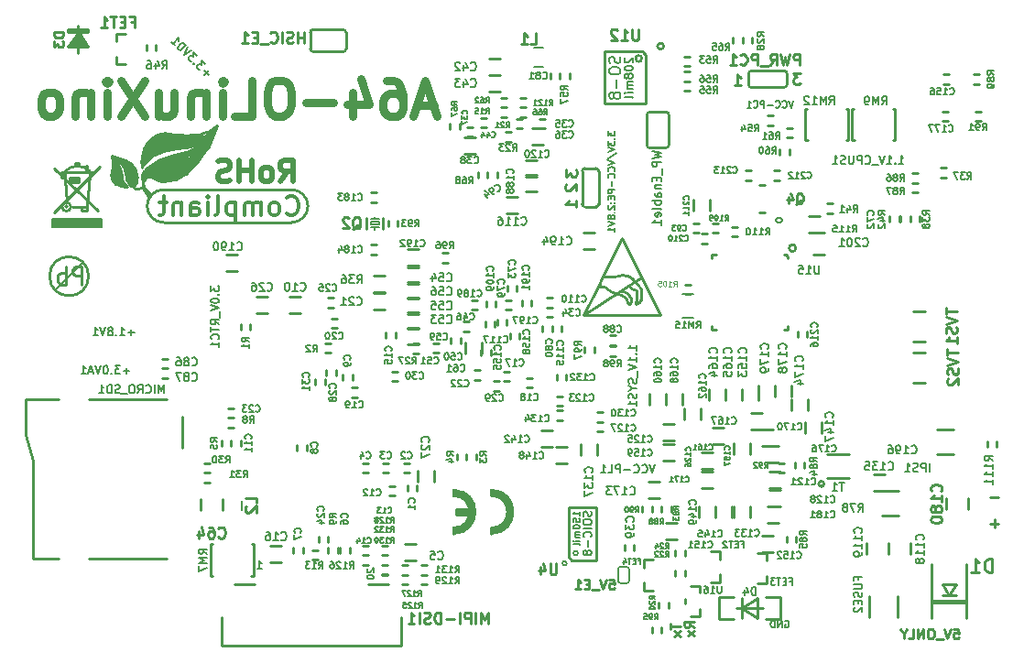
<source format=gbr>
%TF.GenerationSoftware,KiCad,Pcbnew,5.1.4-e60b266~84~ubuntu18.04.1*%
%TF.CreationDate,2025-05-23T09:22:49+03:00*%
%TF.ProjectId,A64-OlinuXino_Rev_H,4136342d-4f6c-4696-9e75-58696e6f5f52,H*%
%TF.SameCoordinates,PX5f5e100PY5f5e100*%
%TF.FileFunction,Legend,Bot*%
%TF.FilePolarity,Positive*%
%FSLAX46Y46*%
G04 Gerber Fmt 4.6, Leading zero omitted, Abs format (unit mm)*
G04 Created by KiCad (PCBNEW 5.1.4-e60b266~84~ubuntu18.04.1) date 2025-05-23 09:22:49*
%MOMM*%
%LPD*%
G04 APERTURE LIST*
%ADD10C,0.254000*%
%ADD11C,0.762000*%
%ADD12C,0.158750*%
%ADD13C,0.222250*%
%ADD14C,0.300000*%
%ADD15C,0.152400*%
%ADD16C,0.150000*%
%ADD17C,0.127000*%
%ADD18C,0.203200*%
%ADD19C,0.508000*%
%ADD20C,0.200000*%
%ADD21C,0.400000*%
%ADD22C,0.190500*%
%ADD23C,0.500000*%
%ADD24C,0.350000*%
%ADD25C,0.125000*%
%ADD26C,0.250000*%
G04 APERTURE END LIST*
D10*
X89617047Y13694429D02*
X88842952Y13694429D01*
X70878500Y36754000D02*
G75*
G03X70878500Y36754000I-317500J0D01*
G01*
D11*
X37414000Y49919667D02*
X35841619Y49919667D01*
X37728476Y48976239D02*
X36627809Y52278239D01*
X35527142Y48976239D01*
X33011333Y52278239D02*
X33640285Y52278239D01*
X33954761Y52121000D01*
X34112000Y51963762D01*
X34426476Y51492048D01*
X34583714Y50863096D01*
X34583714Y49605191D01*
X34426476Y49290715D01*
X34269238Y49133477D01*
X33954761Y48976239D01*
X33325809Y48976239D01*
X33011333Y49133477D01*
X32854095Y49290715D01*
X32696857Y49605191D01*
X32696857Y50391381D01*
X32854095Y50705858D01*
X33011333Y50863096D01*
X33325809Y51020334D01*
X33954761Y51020334D01*
X34269238Y50863096D01*
X34426476Y50705858D01*
X34583714Y50391381D01*
X29866571Y51177572D02*
X29866571Y48976239D01*
X30652761Y52435477D02*
X31438952Y50076905D01*
X29394857Y50076905D01*
X28136952Y50234143D02*
X25621142Y50234143D01*
X23419809Y52278239D02*
X22790857Y52278239D01*
X22476380Y52121000D01*
X22161904Y51806524D01*
X22004666Y51177572D01*
X22004666Y50076905D01*
X22161904Y49447953D01*
X22476380Y49133477D01*
X22790857Y48976239D01*
X23419809Y48976239D01*
X23734285Y49133477D01*
X24048761Y49447953D01*
X24206000Y50076905D01*
X24206000Y51177572D01*
X24048761Y51806524D01*
X23734285Y52121000D01*
X23419809Y52278239D01*
X19017142Y48976239D02*
X20589523Y48976239D01*
X20589523Y52278239D01*
X17916476Y48976239D02*
X17916476Y51177572D01*
X17916476Y52278239D02*
X18073714Y52121000D01*
X17916476Y51963762D01*
X17759238Y52121000D01*
X17916476Y52278239D01*
X17916476Y51963762D01*
X16344095Y51177572D02*
X16344095Y48976239D01*
X16344095Y50863096D02*
X16186857Y51020334D01*
X15872380Y51177572D01*
X15400666Y51177572D01*
X15086190Y51020334D01*
X14928952Y50705858D01*
X14928952Y48976239D01*
X11941428Y51177572D02*
X11941428Y48976239D01*
X13356571Y51177572D02*
X13356571Y49447953D01*
X13199333Y49133477D01*
X12884857Y48976239D01*
X12413142Y48976239D01*
X12098666Y49133477D01*
X11941428Y49290715D01*
X10683523Y52278239D02*
X8482190Y48976239D01*
X8482190Y52278239D02*
X10683523Y48976239D01*
X7224285Y48976239D02*
X7224285Y51177572D01*
X7224285Y52278239D02*
X7381523Y52121000D01*
X7224285Y51963762D01*
X7067047Y52121000D01*
X7224285Y52278239D01*
X7224285Y51963762D01*
X5651904Y51177572D02*
X5651904Y48976239D01*
X5651904Y50863096D02*
X5494666Y51020334D01*
X5180190Y51177572D01*
X4708476Y51177572D01*
X4394000Y51020334D01*
X4236761Y50705858D01*
X4236761Y48976239D01*
X2192666Y48976239D02*
X2507142Y49133477D01*
X2664380Y49290715D01*
X2821619Y49605191D01*
X2821619Y50548620D01*
X2664380Y50863096D01*
X2507142Y51020334D01*
X2192666Y51177572D01*
X1720952Y51177572D01*
X1406476Y51020334D01*
X1249238Y50863096D01*
X1092000Y50548620D01*
X1092000Y49605191D01*
X1249238Y49290715D01*
X1406476Y49133477D01*
X1720952Y48976239D01*
X2192666Y48976239D01*
D10*
X49654380Y42632286D02*
X49606000Y42583905D01*
X49557619Y42487143D01*
X49557619Y42245239D01*
X49606000Y42148477D01*
X49654380Y42100096D01*
X49751142Y42051715D01*
X49847904Y42051715D01*
X49993047Y42100096D01*
X50573619Y42680667D01*
X50573619Y42051715D01*
X89617047Y11281429D02*
X88842952Y11281429D01*
X89230000Y10894381D02*
X89230000Y11668477D01*
D12*
X69876409Y2273500D02*
X69936885Y2303739D01*
X70027600Y2303739D01*
X70118314Y2273500D01*
X70178790Y2213024D01*
X70209028Y2152548D01*
X70239266Y2031596D01*
X70239266Y1940881D01*
X70209028Y1819929D01*
X70178790Y1759453D01*
X70118314Y1698977D01*
X70027600Y1668739D01*
X69967123Y1668739D01*
X69876409Y1698977D01*
X69846171Y1729215D01*
X69846171Y1940881D01*
X69967123Y1940881D01*
X69574028Y1668739D02*
X69574028Y2303739D01*
X69211171Y1668739D01*
X69211171Y2303739D01*
X68908790Y1668739D02*
X68908790Y2303739D01*
X68757600Y2303739D01*
X68666885Y2273500D01*
X68606409Y2213024D01*
X68576171Y2152548D01*
X68545933Y2031596D01*
X68545933Y1940881D01*
X68576171Y1819929D01*
X68606409Y1759453D01*
X68666885Y1698977D01*
X68757600Y1668739D01*
X68908790Y1668739D01*
D13*
X61438166Y1659667D02*
X61014833Y1956000D01*
X61438166Y2167667D02*
X60549166Y2167667D01*
X60549166Y1829000D01*
X60591500Y1744334D01*
X60633833Y1702000D01*
X60718500Y1659667D01*
X60845500Y1659667D01*
X60930166Y1702000D01*
X60972500Y1744334D01*
X61014833Y1829000D01*
X61014833Y2167667D01*
X61438166Y1363334D02*
X60845500Y897667D01*
X60845500Y1363334D02*
X61438166Y897667D01*
X59279166Y2061834D02*
X59279166Y1553834D01*
X60168166Y1807834D02*
X59279166Y1807834D01*
X60168166Y1342167D02*
X59575500Y876500D01*
X59575500Y1342167D02*
X60168166Y876500D01*
D10*
X71280666Y52931381D02*
X70651714Y52931381D01*
X70990380Y52544334D01*
X70845238Y52544334D01*
X70748476Y52495953D01*
X70700095Y52447572D01*
X70651714Y52350810D01*
X70651714Y52108905D01*
X70700095Y52012143D01*
X70748476Y51963762D01*
X70845238Y51915381D01*
X71135523Y51915381D01*
X71232285Y51963762D01*
X71280666Y52012143D01*
X65190714Y51788381D02*
X65771285Y51788381D01*
X65481000Y51788381D02*
X65481000Y52804381D01*
X65577761Y52659239D01*
X65674523Y52562477D01*
X65771285Y52514096D01*
X49621119Y44014167D02*
X49621119Y43385215D01*
X50008166Y43723881D01*
X50008166Y43578739D01*
X50056547Y43481977D01*
X50104928Y43433596D01*
X50201690Y43385215D01*
X50443595Y43385215D01*
X50540357Y43433596D01*
X50588738Y43481977D01*
X50637119Y43578739D01*
X50637119Y43869024D01*
X50588738Y43965786D01*
X50540357Y44014167D01*
X50573619Y40527715D02*
X50573619Y41108286D01*
X50573619Y40818000D02*
X49557619Y40818000D01*
X49702761Y40914762D01*
X49799523Y41011524D01*
X49847904Y41108286D01*
D12*
X31284738Y7138810D02*
X31254500Y7108572D01*
X31224261Y7048096D01*
X31224261Y6896905D01*
X31254500Y6836429D01*
X31284738Y6806191D01*
X31345214Y6775953D01*
X31405690Y6775953D01*
X31496404Y6806191D01*
X31859261Y7169048D01*
X31859261Y6775953D01*
X31224261Y6382858D02*
X31224261Y6322381D01*
X31254500Y6261905D01*
X31284738Y6231667D01*
X31345214Y6201429D01*
X31466166Y6171191D01*
X31617357Y6171191D01*
X31738309Y6201429D01*
X31798785Y6231667D01*
X31829023Y6261905D01*
X31859261Y6322381D01*
X31859261Y6382858D01*
X31829023Y6443334D01*
X31798785Y6473572D01*
X31738309Y6503810D01*
X31617357Y6534048D01*
X31466166Y6534048D01*
X31345214Y6503810D01*
X31284738Y6473572D01*
X31254500Y6443334D01*
X31224261Y6382858D01*
D13*
X85441166Y1553834D02*
X85864500Y1553834D01*
X85906833Y1130500D01*
X85864500Y1172834D01*
X85779833Y1215167D01*
X85568166Y1215167D01*
X85483500Y1172834D01*
X85441166Y1130500D01*
X85398833Y1045834D01*
X85398833Y834167D01*
X85441166Y749500D01*
X85483500Y707167D01*
X85568166Y664834D01*
X85779833Y664834D01*
X85864500Y707167D01*
X85906833Y749500D01*
X85144833Y1553834D02*
X84848500Y664834D01*
X84552166Y1553834D01*
X84467500Y580167D02*
X83790166Y580167D01*
X83409166Y1553834D02*
X83239833Y1553834D01*
X83155166Y1511500D01*
X83070500Y1426834D01*
X83028166Y1257500D01*
X83028166Y961167D01*
X83070500Y791834D01*
X83155166Y707167D01*
X83239833Y664834D01*
X83409166Y664834D01*
X83493833Y707167D01*
X83578500Y791834D01*
X83620833Y961167D01*
X83620833Y1257500D01*
X83578500Y1426834D01*
X83493833Y1511500D01*
X83409166Y1553834D01*
X82647166Y664834D02*
X82647166Y1553834D01*
X82139166Y664834D01*
X82139166Y1553834D01*
X81292500Y664834D02*
X81715833Y664834D01*
X81715833Y1553834D01*
X80826833Y1088167D02*
X80826833Y664834D01*
X81123166Y1553834D02*
X80826833Y1088167D01*
X80530500Y1553834D01*
D10*
%TO.C,TVS2*%
X81686200Y24308000D02*
X82816500Y24308000D01*
X81686200Y27114700D02*
X82816500Y27114700D01*
%TO.C,TVS1*%
X81686200Y28118000D02*
X82816500Y28118000D01*
X81686200Y30924700D02*
X82816500Y30924700D01*
%TO.C,D3*%
X4508300Y54813400D02*
X4508300Y57289900D01*
X5460800Y55397600D02*
X4546400Y56769200D01*
X4546400Y56769200D02*
X3555800Y55397600D01*
X5460800Y56769200D02*
X3555800Y56769200D01*
X5460800Y55397600D02*
X3555800Y55397600D01*
X5460800Y56947000D02*
X3555800Y56947000D01*
X3555800Y56769200D02*
X3555800Y56947000D01*
X5460800Y56769200D02*
X5460800Y56947000D01*
X3759000Y55550000D02*
X5283000Y55550000D01*
X5156000Y55677000D02*
X3886000Y55677000D01*
X4013000Y55804000D02*
X5156000Y55804000D01*
X4902000Y55931000D02*
X4013000Y55931000D01*
X4902000Y56058000D02*
X4140000Y56058000D01*
X4775000Y56185000D02*
X4140000Y56185000D01*
X4648000Y56312000D02*
X4267000Y56312000D01*
%TO.C,Sign_CE*%
X39220000Y10370000D02*
G75*
G03X39220000Y14370000I0J2000000D01*
G01*
D14*
X39269980Y10620000D02*
G75*
G03X39270000Y14120000I-49980J1750000D01*
G01*
D10*
X39220000Y10870000D02*
G75*
G03X39220000Y13870000I0J1500000D01*
G01*
D14*
X42769980Y10620000D02*
G75*
G03X42770000Y14120000I-49980J1750000D01*
G01*
D10*
X42720000Y10370000D02*
G75*
G03X42720000Y14370000I0J2000000D01*
G01*
X42720000Y10870000D02*
G75*
G03X42720000Y13870000I0J1500000D01*
G01*
X42720000Y14370000D02*
X42720000Y13870000D01*
X42720000Y10870000D02*
X42720000Y10370000D01*
X39220000Y10870000D02*
X39220000Y10370000D01*
X39220000Y14370000D02*
X39220000Y13870000D01*
X40720000Y12620000D02*
X39470000Y12620000D01*
X39470000Y12620000D02*
X39470000Y12120000D01*
X39470000Y12120000D02*
X40720000Y12120000D01*
X39470000Y12370000D02*
X40720000Y12370000D01*
D15*
%TO.C,5V_E1*%
X54432000Y7036000D02*
G75*
G02X54686000Y7290000I254000J0D01*
G01*
X54686000Y5766000D02*
G75*
G02X54432000Y6020000I0J254000D01*
G01*
X55448000Y6020000D02*
G75*
G02X55194000Y5766000I-254000J0D01*
G01*
X55194000Y7290000D02*
G75*
G02X55448000Y7036000I0J-254000D01*
G01*
D16*
X54686000Y7290000D02*
X55194000Y7290000D01*
X55448000Y7036000D02*
X55448000Y6020000D01*
X55194000Y5766000D02*
X54686000Y5766000D01*
X54432000Y6020000D02*
X54432000Y7036000D01*
D10*
%TO.C,U16*%
X61163000Y2692600D02*
X61950400Y2692600D01*
X61950400Y2692600D02*
X61950400Y3353000D01*
X61950400Y4877000D02*
X61950400Y5537400D01*
X61950400Y5537400D02*
X61163000Y5537400D01*
X60629600Y3911800D02*
X60629600Y4318200D01*
%TO.C,R24*%
X60591500Y8560000D02*
X60591500Y8814000D01*
X60591500Y8560000D02*
X60591500Y8306000D01*
X59702500Y8560000D02*
X59702500Y8306000D01*
X59702500Y8560000D02*
X59702500Y8814000D01*
%TO.C,R22*%
X60591500Y6655000D02*
X60591500Y6401000D01*
X60591500Y6655000D02*
X60591500Y6909000D01*
X59702500Y6655000D02*
X59702500Y6909000D01*
X59702500Y6655000D02*
X59702500Y6401000D01*
%TO.C,R20*%
X58178500Y3734000D02*
X58178500Y3988000D01*
X58178500Y3734000D02*
X58178500Y3480000D01*
X59067500Y3734000D02*
X59067500Y3480000D01*
X59067500Y3734000D02*
X59067500Y3988000D01*
%TO.C,FET4*%
X56845000Y7239200D02*
X56845000Y7950400D01*
X57683200Y7950400D02*
X56845000Y7950400D01*
X57683200Y5105600D02*
X56845000Y5105600D01*
X56845000Y5105600D02*
X56845000Y5816800D01*
%TO.C,FET3*%
X68148000Y8585400D02*
X68148000Y7874200D01*
X67309800Y8585400D02*
X68148000Y8585400D01*
X67309800Y5740600D02*
X68148000Y5740600D01*
X68148000Y6451800D02*
X68148000Y5740600D01*
%TO.C,Q4*%
X67513000Y42596000D02*
X68021000Y42596000D01*
X67513000Y40056000D02*
X68021000Y40056000D01*
D17*
%TO.C,Q2*%
X31953000Y39611500D02*
X31953000Y39421000D01*
X31953000Y38659000D02*
X31953000Y38468500D01*
X31572000Y38659000D02*
X32334000Y38659000D01*
X32334000Y39421000D02*
X31572000Y39421000D01*
X32334000Y39167000D02*
X31572000Y39167000D01*
X32334000Y38913000D02*
X32334000Y39167000D01*
X31572000Y38913000D02*
X32334000Y38913000D01*
X31572000Y39167000D02*
X31572000Y38913000D01*
D10*
X32703000Y38540000D02*
X32703000Y39540000D01*
X31203000Y38540000D02*
X31203000Y39540000D01*
%TO.C,R15*%
X43891000Y48882500D02*
X43637000Y48882500D01*
X43891000Y48882500D02*
X44145000Y48882500D01*
X43891000Y49771500D02*
X44145000Y49771500D01*
X43891000Y49771500D02*
X43637000Y49771500D01*
D18*
%TO.C,U4*%
X49683367Y7612579D02*
G75*
G03X49683367Y7612579I-197566J0D01*
G01*
D10*
X52419501Y12787999D02*
X49879501Y12787999D01*
X49879501Y12787999D02*
X49879501Y8187999D01*
X49879501Y8187999D02*
X50149501Y7887999D01*
X50149501Y7887999D02*
X52419501Y7887999D01*
X52419501Y7887999D02*
X52419501Y12787999D01*
D18*
X50712067Y8559999D02*
G75*
G03X50712067Y8559999I-197566J0D01*
G01*
D10*
%TO.C,C39*%
X55892500Y9068000D02*
X55892500Y8814000D01*
X55892500Y9068000D02*
X55892500Y9322000D01*
X55003500Y9068000D02*
X55003500Y9322000D01*
X55003500Y9068000D02*
X55003500Y8814000D01*
%TO.C,R66*%
X45669000Y49771500D02*
X45923000Y49771500D01*
X45669000Y49771500D02*
X45415000Y49771500D01*
X45669000Y48882500D02*
X45415000Y48882500D01*
X45669000Y48882500D02*
X45923000Y48882500D01*
%TO.C,C94*%
X42367000Y43548500D02*
X42367000Y43802500D01*
X42367000Y43548500D02*
X42367000Y43294500D01*
X43256000Y43548500D02*
X43256000Y43294500D01*
X43256000Y43548500D02*
X43256000Y43802500D01*
%TO.C,R131*%
X36525000Y7417000D02*
X36779000Y7417000D01*
X36525000Y7417000D02*
X36271000Y7417000D01*
X36525000Y6528000D02*
X36271000Y6528000D01*
X36525000Y6528000D02*
X36779000Y6528000D01*
%TO.C,R132*%
X32842000Y7480500D02*
X33096000Y7480500D01*
X32842000Y7480500D02*
X32588000Y7480500D01*
X32842000Y6591500D02*
X32588000Y6591500D01*
X32842000Y6591500D02*
X33096000Y6591500D01*
%TO.C,R127*%
X34683500Y6528000D02*
X34429500Y6528000D01*
X34683500Y6528000D02*
X34937500Y6528000D01*
X34683500Y7417000D02*
X34937500Y7417000D01*
X34683500Y7417000D02*
X34429500Y7417000D01*
%TO.C,R128*%
X32842000Y7480500D02*
X32588000Y7480500D01*
X32842000Y7480500D02*
X33096000Y7480500D01*
X32842000Y8369500D02*
X33096000Y8369500D01*
X32842000Y8369500D02*
X32588000Y8369500D01*
%TO.C,R129*%
X36525000Y5639000D02*
X36271000Y5639000D01*
X36525000Y5639000D02*
X36779000Y5639000D01*
X36525000Y6528000D02*
X36779000Y6528000D01*
X36525000Y6528000D02*
X36271000Y6528000D01*
%TO.C,R130*%
X32842000Y5639000D02*
X32588000Y5639000D01*
X32842000Y5639000D02*
X33096000Y5639000D01*
X32842000Y6528000D02*
X33096000Y6528000D01*
X32842000Y6528000D02*
X32588000Y6528000D01*
%TO.C,R126*%
X31064000Y8369500D02*
X31318000Y8369500D01*
X31064000Y8369500D02*
X30810000Y8369500D01*
X31064000Y7480500D02*
X30810000Y7480500D01*
X31064000Y7480500D02*
X31318000Y7480500D01*
%TO.C,R125*%
X34683500Y5639000D02*
X34429500Y5639000D01*
X34683500Y5639000D02*
X34937500Y5639000D01*
X34683500Y6528000D02*
X34937500Y6528000D01*
X34683500Y6528000D02*
X34429500Y6528000D01*
%TO.C,R121*%
X45669000Y49771500D02*
X45415000Y49771500D01*
X45669000Y49771500D02*
X45923000Y49771500D01*
X45669000Y50660500D02*
X45923000Y50660500D01*
X45669000Y50660500D02*
X45415000Y50660500D01*
%TO.C,T1*%
X73473221Y14961000D02*
G75*
G03X73473221Y14961000I-246221J0D01*
G01*
X75752000Y15461000D02*
X73752000Y15461000D01*
X75752000Y17661000D02*
X73752000Y17661000D01*
D17*
%TO.C,RM15*%
X61406840Y30320180D02*
X60411160Y30320180D01*
X60411160Y32519820D02*
X61406840Y32519820D01*
D10*
%TO.C,R62*%
X43891000Y50660500D02*
X44145000Y50660500D01*
X43891000Y50660500D02*
X43637000Y50660500D01*
X43891000Y49771500D02*
X43637000Y49771500D01*
X43891000Y49771500D02*
X44145000Y49771500D01*
%TO.C,C162*%
X62052000Y21895000D02*
X62052000Y20879000D01*
X60528000Y21895000D02*
X60528000Y20879000D01*
%TO.C,Sign-Antistatic*%
X54813000Y37643000D02*
X58369000Y30531000D01*
X58369000Y30531000D02*
X51257000Y30531000D01*
X51257000Y30531000D02*
X52590500Y33198000D01*
X52590500Y33198000D02*
X53035000Y34087000D01*
X53035000Y34087000D02*
X54813000Y37643000D01*
X56591000Y34023500D02*
X51257000Y30531000D01*
X54216100Y34087000D02*
X53035000Y34087000D01*
X52590500Y33198000D02*
X52908000Y33198000D01*
X55575000Y31610500D02*
X55422600Y31610500D01*
X56527500Y33007500D02*
X56527500Y31928000D01*
X56083000Y31610500D02*
X56083000Y31737500D01*
X56146500Y31801000D02*
X56146500Y32817000D01*
X56146500Y31801000D02*
X56210000Y31801000D01*
X54432721Y34150322D02*
G75*
G02X56019500Y33642500I466639J-1274902D01*
G01*
X54431915Y34148886D02*
G75*
G02X54216100Y34087000I-182795J230214D01*
G01*
X52907301Y33197526D02*
G75*
G02X53416000Y33007500I64199J-604046D01*
G01*
X54238461Y32561424D02*
G75*
G02X53416000Y33007500I147819J1253796D01*
G01*
X54750708Y32815834D02*
G75*
G02X55702000Y32055000I-285688J-1332334D01*
G01*
X54812915Y32371035D02*
G75*
G02X55384500Y31610500I-284395J-808795D01*
G01*
X54373275Y32498507D02*
G75*
G02X54813000Y32372500I-825195J-3709947D01*
G01*
X55701967Y31737400D02*
G75*
G02X55575000Y31610500I-190467J63600D01*
G01*
X55701068Y32054326D02*
G75*
G02X55702000Y31737500I-316568J-159346D01*
G01*
X56144935Y32815155D02*
G75*
G02X55448000Y33261500I153965J1007685D01*
G01*
X56335549Y33324858D02*
G75*
G02X56019500Y33642500I478971J792622D01*
G01*
X56338048Y33323425D02*
G75*
G02X56527500Y33007500I-168688J-315925D01*
G01*
X56527500Y31928000D02*
G75*
G02X56146500Y31547000I-381000J0D01*
G01*
X56144071Y31544455D02*
G75*
G02X56083000Y31610500I2429J63505D01*
G01*
X56083000Y31737500D02*
G75*
G02X56146500Y31801000I63500J0D01*
G01*
X56210000Y31801000D02*
G75*
G02X56337000Y31674000I0J-127000D01*
G01*
%TO.C,U12*%
X56620981Y54280000D02*
G75*
G03X56620981Y54280000I-283981J0D01*
G01*
X58652981Y55423000D02*
G75*
G03X58652981Y55423000I-283981J0D01*
G01*
X53162000Y50089000D02*
X56972000Y50089000D01*
X53162000Y54915000D02*
X56718000Y54915000D01*
X56966920Y50104240D02*
X56966920Y54635600D01*
X56966920Y54635600D02*
X56700220Y54899760D01*
X53167080Y54899760D02*
X53167080Y50104240D01*
%TO.C,MICRO_SD1*%
X-315160Y19466760D02*
X385880Y17066460D01*
X2684580Y8069780D02*
X385880Y8069780D01*
X2684580Y22766220D02*
X-315160Y22766220D01*
X385880Y17066460D02*
X385880Y8069780D01*
X-315160Y22766220D02*
X-315160Y19466760D01*
X12682020Y22766220D02*
X5486200Y22766220D01*
X14183160Y18267880D02*
X14183160Y21166020D01*
X12682020Y8069780D02*
X5486200Y8069780D01*
%TO.C,MIPI-DSI1*%
X33211000Y5640000D02*
X33211000Y5680000D01*
X34411000Y-20000D02*
X34411000Y2640000D01*
X17811000Y-20000D02*
X34411000Y-20000D01*
X17811000Y2640000D02*
X17811000Y-20000D01*
X19011000Y5680000D02*
X19011000Y5640000D01*
X20861000Y5680000D02*
X19011000Y5680000D01*
X33211000Y5680000D02*
X31361000Y5680000D01*
%TO.C,U15*%
X63499800Y36187580D02*
X63126420Y36187580D01*
X69923460Y36187580D02*
X69748200Y36187580D01*
X70121580Y35989460D02*
X69923460Y36187580D01*
X70121580Y35814200D02*
X70121580Y35989460D01*
X70121580Y29192420D02*
X70121580Y29565800D01*
X69748200Y29192420D02*
X70121580Y29192420D01*
X63126420Y29192420D02*
X63499800Y29192420D01*
X63126420Y29565800D02*
X63126420Y29192420D01*
X63126420Y36187580D02*
X63126420Y35814200D01*
%TO.C,RM9*%
X76047400Y46710800D02*
X76263300Y46710800D01*
X76047400Y49657200D02*
X76047400Y46710800D01*
X76237900Y49657200D02*
X76047400Y49657200D01*
X80060600Y46710800D02*
X79844700Y46710800D01*
X80035200Y49657200D02*
X79857400Y49657200D01*
X80047900Y49657200D02*
X80047900Y46710800D01*
%TO.C,R93*%
X33159500Y39040000D02*
X33159500Y39294000D01*
X33159500Y39040000D02*
X33159500Y38786000D01*
X34048500Y39040000D02*
X34048500Y38786000D01*
X34048500Y39040000D02*
X34048500Y39294000D01*
%TO.C,R46*%
X10807500Y55296000D02*
X10807500Y55550000D01*
X10807500Y55296000D02*
X10807500Y55042000D01*
X11696500Y55296000D02*
X11696500Y55042000D01*
X11696500Y55296000D02*
X11696500Y55550000D01*
%TO.C,Sign-RoHS*%
X12431000Y42163000D02*
X24242000Y42163000D01*
X24242000Y39115000D02*
X12431000Y39115000D01*
X11575020Y43145980D02*
X11521680Y43199320D01*
X10802860Y43199320D02*
X10526000Y42925000D01*
X17384000Y48132000D02*
X16517860Y46016180D01*
X14534120Y43628580D02*
X14498560Y43593020D01*
X12629120Y42925000D02*
X12113500Y42925000D01*
X17384000Y48132000D02*
X16522940Y47512240D01*
X14805900Y47174420D02*
X12657060Y47370000D01*
X10607280Y45853620D02*
X10459960Y45254180D01*
X10401540Y44576000D02*
X10401540Y44195000D01*
X10503140Y42970720D02*
X10526000Y42925000D01*
X11161000Y41655000D02*
X10975580Y41840420D01*
X15989540Y46481000D02*
X15707600Y46133020D01*
X13680680Y45381180D02*
X13370800Y45320220D01*
X10815560Y44050220D02*
X10645380Y43862260D01*
X10401540Y44195000D02*
X10404080Y44197540D01*
X11460720Y45269420D02*
X11468340Y45274500D01*
X12735800Y45777420D02*
X13253960Y45851080D01*
X14602700Y46066980D02*
X15989540Y46481000D01*
X11161000Y41528000D02*
X10653000Y42290000D01*
X10526000Y42752280D02*
X10526000Y42798000D01*
X11288000Y41655000D02*
X10797780Y42145220D01*
X10526000Y42417000D02*
X10421860Y42310320D01*
X9771620Y42282380D02*
X9637000Y42417000D01*
X9637000Y42417000D02*
X9934180Y42836100D01*
X9817340Y44037520D02*
X9764000Y44131500D01*
X9042640Y44776660D02*
X8621000Y44957000D01*
X8621000Y44957000D02*
X7605000Y45338000D01*
X7605000Y45338000D02*
X7739620Y44799520D01*
X7919960Y42737040D02*
X7942820Y42714180D01*
X8722600Y42417000D02*
X9078200Y42417000D01*
X9624300Y42417000D02*
X9637000Y42417000D01*
X8544800Y43608260D02*
X8570200Y43217100D01*
X17003000Y47624000D02*
X15989540Y46986460D01*
D19*
X15989540Y46986460D02*
X14844000Y46986460D01*
X14844000Y46986460D02*
X13828000Y47116000D01*
X13828000Y47116000D02*
X12177000Y47116000D01*
X12177000Y47116000D02*
X11542000Y46735000D01*
X11542000Y46735000D02*
X11034000Y46227000D01*
X11034000Y46227000D02*
X10780000Y45719000D01*
X10780000Y45719000D02*
X10653000Y44703000D01*
X10653000Y44703000D02*
X11161000Y45338000D01*
X11161000Y45338000D02*
X11796000Y45719000D01*
X11796000Y45719000D02*
X11542000Y46227000D01*
X11542000Y46227000D02*
X11161000Y45719000D01*
X11923000Y45719000D02*
X12558000Y46100000D01*
X12558000Y46100000D02*
X13066000Y46100000D01*
X13066000Y46100000D02*
X13193000Y46100000D01*
X13193000Y46100000D02*
X14336000Y46227000D01*
X14336000Y46227000D02*
X15606000Y46608000D01*
X15606000Y46608000D02*
X16114000Y46735000D01*
X16114000Y46735000D02*
X11542000Y46735000D01*
X11542000Y46735000D02*
X11542000Y46481000D01*
X11542000Y46227000D02*
X11542000Y46481000D01*
X11542000Y46481000D02*
X16495000Y46557200D01*
X11415000Y46100000D02*
X13066000Y46100000D01*
X17003000Y47624000D02*
X16495000Y46735000D01*
X16495000Y46735000D02*
X16368000Y46227000D01*
X16368000Y46227000D02*
X15989540Y45719000D01*
X15989540Y45719000D02*
X15989540Y46100000D01*
X15989540Y46100000D02*
X16368000Y46986460D01*
X15860000Y45592000D02*
X15479000Y45084000D01*
X15479000Y45084000D02*
X15225000Y44703000D01*
X15225000Y44703000D02*
X14336000Y43814000D01*
X14336000Y43814000D02*
X13828000Y43433000D01*
X13828000Y43433000D02*
X12939000Y43179000D01*
X12939000Y43179000D02*
X12050000Y43179000D01*
X12050000Y43179000D02*
X11288000Y43687000D01*
X11288000Y43687000D02*
X10907000Y43560000D01*
X10907000Y43560000D02*
X10653000Y43306000D01*
X10653000Y43306000D02*
X10907000Y43814000D01*
X10907000Y43814000D02*
X11415000Y44322000D01*
X11415000Y44322000D02*
X12100800Y44728400D01*
X12100800Y44728400D02*
X13497800Y45211000D01*
X13497800Y45211000D02*
X14107400Y45211000D01*
X14107400Y45211000D02*
X14844000Y45465000D01*
X14844000Y45465000D02*
X15606000Y45846000D01*
X15479000Y45465000D02*
X14717000Y44830000D01*
X14717000Y44830000D02*
X14590000Y44957000D01*
X14590000Y44957000D02*
X14463000Y44957000D01*
X14463000Y44957000D02*
X13320000Y44830000D01*
X13320000Y44830000D02*
X12304000Y44576000D01*
X12304000Y44576000D02*
X11669000Y44068000D01*
X11669000Y44068000D02*
X11542000Y43941000D01*
X11542000Y43941000D02*
X11669000Y43687000D01*
X11669000Y43687000D02*
X11923000Y43687000D01*
X11923000Y43687000D02*
X12304000Y43560000D01*
X12304000Y43560000D02*
X12939000Y43560000D01*
X12939000Y43560000D02*
X13320000Y43687000D01*
X13320000Y43687000D02*
X13828000Y43814000D01*
X13828000Y43814000D02*
X14463000Y44322000D01*
X14463000Y44322000D02*
X14590000Y44449000D01*
X14590000Y44449000D02*
X14463000Y44576000D01*
X14463000Y44576000D02*
X13955000Y44576000D01*
X13955000Y44576000D02*
X12939000Y44322000D01*
X12939000Y44322000D02*
X12685000Y44322000D01*
X12685000Y44322000D02*
X12177000Y44068000D01*
X12177000Y44068000D02*
X12177000Y43941000D01*
X12177000Y43941000D02*
X12304000Y43814000D01*
X12304000Y43814000D02*
X12685000Y43941000D01*
X12685000Y43941000D02*
X13955000Y44195000D01*
D10*
X9334740Y42541460D02*
X9362680Y42513520D01*
X8951200Y43610800D02*
X8951200Y43618420D01*
X9891000Y43156140D02*
X9891000Y43179000D01*
X9891000Y43179000D02*
X9891000Y43433000D01*
X9891000Y43433000D02*
X9764000Y43433000D01*
X9764000Y43433000D02*
X9637000Y43433000D01*
X9637000Y43433000D02*
X9637000Y42798000D01*
X9764000Y43433000D02*
X9764000Y43306000D01*
X9764000Y43306000D02*
X9764000Y42925000D01*
X9764000Y42925000D02*
X9764000Y42798000D01*
X9764000Y42798000D02*
X9764000Y42671000D01*
X9637000Y43433000D02*
X9256000Y43433000D01*
X9256000Y43433000D02*
X9002000Y43433000D01*
X9002000Y43433000D02*
X9510000Y42544000D01*
X9256000Y43433000D02*
X9256000Y42925000D01*
X9764000Y43306000D02*
X9129000Y43306000D01*
X9891000Y43179000D02*
X9129000Y43179000D01*
X9891000Y43052000D02*
X9129000Y43052000D01*
X9764000Y42925000D02*
X9129000Y42925000D01*
X9764000Y42798000D02*
X9256000Y42798000D01*
X9002000Y43560000D02*
X9891000Y43560000D01*
X9002000Y43687000D02*
X9891000Y43687000D01*
X9002000Y43814000D02*
X9764000Y43814000D01*
X9002000Y43941000D02*
X9764000Y43941000D01*
X8875000Y44068000D02*
X9764000Y44068000D01*
X8875000Y44195000D02*
X9637000Y44195000D01*
X8748000Y44322000D02*
X9510000Y44322000D01*
X8748000Y44449000D02*
X9383000Y44449000D01*
X8621000Y44576000D02*
X9129000Y44576000D01*
X7859000Y44703000D02*
X7986000Y44703000D01*
X7986000Y44703000D02*
X8113000Y44703000D01*
X8113000Y44703000D02*
X9002000Y44703000D01*
X8621000Y44830000D02*
X7859000Y44830000D01*
X8367000Y44957000D02*
X7732000Y44957000D01*
X8240000Y45084000D02*
X7732000Y45084000D01*
X8113000Y44703000D02*
X8113000Y44195000D01*
X7986000Y44703000D02*
X7986000Y44195000D01*
X8367000Y44195000D02*
X7859000Y44195000D01*
X8367000Y44068000D02*
X7859000Y44068000D01*
X8494000Y43941000D02*
X7859000Y43941000D01*
X8494000Y43814000D02*
X7732000Y43814000D01*
X8494000Y43687000D02*
X7732000Y43687000D01*
X8494000Y43560000D02*
X7732000Y43560000D01*
X8494000Y43433000D02*
X7732000Y43433000D01*
X8494000Y43306000D02*
X7732000Y43306000D01*
X8494000Y43179000D02*
X7732000Y43179000D01*
X8570200Y43052000D02*
X7732000Y43052000D01*
X8621000Y42925000D02*
X7859000Y42925000D01*
X8621000Y42798000D02*
X7986000Y42798000D01*
X8748000Y42671000D02*
X8113000Y42671000D01*
X8875000Y42544000D02*
X8367000Y42544000D01*
X10907000Y40639000D02*
G75*
G02X12431000Y42163000I1524000J0D01*
G01*
X24242000Y42163000D02*
G75*
G02X25766000Y40639000I0J-1524000D01*
G01*
X25766000Y40639000D02*
G75*
G02X24242000Y39115000I-1524000J0D01*
G01*
X12431000Y39115000D02*
G75*
G02X10907000Y40639000I0J1524000D01*
G01*
X12113500Y42922934D02*
G75*
G02X11575020Y43145980I0J761526D01*
G01*
X10802860Y43201860D02*
G75*
G02X11521680Y43199320I358140J-360680D01*
G01*
X16515464Y46010553D02*
G75*
G02X14534120Y43628580I-8344044J4925607D01*
G01*
X14494933Y43590987D02*
G75*
G02X12629120Y42925000I-1738813J1924813D01*
G01*
X16520952Y47514478D02*
G75*
G02X14805900Y47174420I-1268012J1900222D01*
G01*
X10606736Y45857415D02*
G75*
G02X12657060Y47370000I2144304J-760715D01*
G01*
X10399760Y44576757D02*
G75*
G02X10459960Y45254180I3049780J70363D01*
G01*
X10973549Y41839441D02*
G75*
G02X10526000Y42925000I1086611J1083019D01*
G01*
X15707541Y46131222D02*
G75*
G02X13680680Y45381180I-2631381J3997218D01*
G01*
X10816473Y44050844D02*
G75*
G02X13370800Y45320220I3654147J-4148444D01*
G01*
X10525155Y42924931D02*
G75*
G02X10645380Y43862260I762845J378529D01*
G01*
X10405641Y44199235D02*
G75*
G02X11460720Y45269420I3831299J-2722035D01*
G01*
X11472130Y45277066D02*
G75*
G02X12735800Y45777420I2134890J-3545866D01*
G01*
X14596379Y46066814D02*
G75*
G02X13253960Y45851080I-1812319J6992786D01*
G01*
X11031978Y41527720D02*
G75*
G02X10526000Y42752280I1228842J1224560D01*
G01*
X10794258Y42145290D02*
G75*
G02X10526000Y42798000I653762J650170D01*
G01*
X10421134Y42311046D02*
G75*
G02X10063720Y42163000I-357414J357414D01*
G01*
X10063720Y42161388D02*
G75*
G02X9771620Y42282380I0J413092D01*
G01*
X10019874Y43280099D02*
G75*
G02X9934180Y42836100I-1195674J501D01*
G01*
X9817794Y44035679D02*
G75*
G02X10018000Y43280600I-1323794J-755079D01*
G01*
X9042000Y44775489D02*
G75*
G02X9764000Y44131500I-601340J-1400909D01*
G01*
X7740148Y44796864D02*
G75*
G02X7676120Y43862260I-1478808J-368184D01*
G01*
X7605283Y43493513D02*
G75*
G02X7676120Y43862260I992857J447D01*
G01*
X7918946Y42736026D02*
G75*
G02X7605000Y43493960I757934J757934D01*
G01*
X8522497Y42440547D02*
G75*
G02X7942820Y42714180I205183J1185493D01*
G01*
X8723927Y42415697D02*
G75*
G02X8524480Y42439860I-1327J824263D01*
G01*
X8190795Y44555934D02*
G75*
G02X8544800Y43565080I-1408755J-1061974D01*
G01*
X9072340Y42421387D02*
G75*
G02X8570200Y43217100I709440J1003993D01*
G01*
X9638788Y42415209D02*
G75*
G02X9334740Y42541460I752J431051D01*
G01*
X9361340Y42513954D02*
G75*
G02X8951200Y43610800I1118940J1043506D01*
G01*
X8444020Y44649820D02*
G75*
G02X8951200Y43618420I-991420J-1127920D01*
G01*
X9890556Y43154629D02*
G75*
G02X9637000Y42544000I-865696J1511D01*
G01*
%TO.C,C1*%
X34955500Y14600000D02*
X34955500Y14854000D01*
X34955500Y14600000D02*
X34955500Y14346000D01*
X35844500Y14600000D02*
X35844500Y14346000D01*
X35844500Y14600000D02*
X35844500Y14854000D01*
%TO.C,C2*%
X34874000Y16878500D02*
X35128000Y16878500D01*
X34874000Y16878500D02*
X34620000Y16878500D01*
X34874000Y15989500D02*
X34620000Y15989500D01*
X34874000Y15989500D02*
X35128000Y15989500D01*
%TO.C,C3*%
X32969000Y16878500D02*
X33223000Y16878500D01*
X32969000Y16878500D02*
X32715000Y16878500D01*
X32969000Y15989500D02*
X32715000Y15989500D01*
X32969000Y15989500D02*
X33223000Y15989500D01*
%TO.C,C4*%
X31064000Y16878500D02*
X31318000Y16878500D01*
X31064000Y16878500D02*
X30810000Y16878500D01*
X31064000Y15989500D02*
X30810000Y15989500D01*
X31064000Y15989500D02*
X31318000Y15989500D01*
%TO.C,C5*%
X34747000Y9385500D02*
X35763000Y9385500D01*
X34747000Y7861500D02*
X35763000Y7861500D01*
%TO.C,C6*%
X28714500Y8814000D02*
X28714500Y9068000D01*
X28714500Y8814000D02*
X28714500Y8560000D01*
X29603500Y8814000D02*
X29603500Y8560000D01*
X29603500Y8814000D02*
X29603500Y9068000D01*
%TO.C,C7*%
X24396500Y8814000D02*
X24396500Y9068000D01*
X24396500Y8814000D02*
X24396500Y8560000D01*
X25285500Y8814000D02*
X25285500Y8560000D01*
X25285500Y8814000D02*
X25285500Y9068000D01*
%TO.C,C8*%
X25644500Y18300000D02*
X25644500Y18046000D01*
X25644500Y18300000D02*
X25644500Y18554000D01*
X24755500Y18300000D02*
X24755500Y18554000D01*
X24755500Y18300000D02*
X24755500Y18046000D01*
%TO.C,C9*%
X29857500Y24816000D02*
X29857500Y24562000D01*
X29857500Y24816000D02*
X29857500Y25070000D01*
X28968500Y24816000D02*
X28968500Y25070000D01*
X28968500Y24816000D02*
X28968500Y24562000D01*
%TO.C,C10*%
X24092000Y32262000D02*
X25108000Y32262000D01*
X24092000Y30738000D02*
X25108000Y30738000D01*
%TO.C,C11*%
X19544500Y18700000D02*
X19544500Y18446000D01*
X19544500Y18700000D02*
X19544500Y18954000D01*
X18655500Y18700000D02*
X18655500Y18954000D01*
X18655500Y18700000D02*
X18655500Y18446000D01*
%TO.C,C12*%
X33500000Y13855500D02*
X33246000Y13855500D01*
X33500000Y13855500D02*
X33754000Y13855500D01*
X33500000Y14744500D02*
X33754000Y14744500D01*
X33500000Y14744500D02*
X33246000Y14744500D01*
%TO.C,C13*%
X32842000Y9258500D02*
X33096000Y9258500D01*
X32842000Y9258500D02*
X32588000Y9258500D01*
X32842000Y8369500D02*
X32588000Y8369500D01*
X32842000Y8369500D02*
X33096000Y8369500D01*
%TO.C,C14*%
X31064000Y9258500D02*
X31318000Y9258500D01*
X31064000Y9258500D02*
X30810000Y9258500D01*
X31064000Y8369500D02*
X30810000Y8369500D01*
X31064000Y8369500D02*
X31318000Y8369500D01*
%TO.C,C15*%
X32955500Y28700000D02*
X32955500Y28954000D01*
X32955500Y28700000D02*
X32955500Y28446000D01*
X33844500Y28700000D02*
X33844500Y28446000D01*
X33844500Y28700000D02*
X33844500Y28954000D01*
%TO.C,C16*%
X23308000Y7738000D02*
X22292000Y7738000D01*
X23308000Y9262000D02*
X22292000Y9262000D01*
%TO.C,C17*%
X44100000Y24455500D02*
X43846000Y24455500D01*
X44100000Y24455500D02*
X44354000Y24455500D01*
X44100000Y25344500D02*
X44354000Y25344500D01*
X44100000Y25344500D02*
X43846000Y25344500D01*
%TO.C,C18*%
X46200000Y23855500D02*
X45946000Y23855500D01*
X46200000Y23855500D02*
X46454000Y23855500D01*
X46200000Y24744500D02*
X46454000Y24744500D01*
X46200000Y24744500D02*
X45946000Y24744500D01*
%TO.C,C19*%
X30048000Y23863500D02*
X30302000Y23863500D01*
X30048000Y23863500D02*
X29794000Y23863500D01*
X30048000Y22974500D02*
X29794000Y22974500D01*
X30048000Y22974500D02*
X30302000Y22974500D01*
%TO.C,C20*%
X28200000Y29355500D02*
X27946000Y29355500D01*
X28200000Y29355500D02*
X28454000Y29355500D01*
X28200000Y30244500D02*
X28454000Y30244500D01*
X28200000Y30244500D02*
X27946000Y30244500D01*
%TO.C,C21*%
X32842000Y31039000D02*
X31826000Y31039000D01*
X32842000Y32563000D02*
X31826000Y32563000D01*
%TO.C,C22*%
X41400000Y25444500D02*
X41654000Y25444500D01*
X41400000Y25444500D02*
X41146000Y25444500D01*
X41400000Y24555500D02*
X41146000Y24555500D01*
X41400000Y24555500D02*
X41654000Y24555500D01*
%TO.C,C23*%
X18600000Y21944500D02*
X18854000Y21944500D01*
X18600000Y21944500D02*
X18346000Y21944500D01*
X18600000Y21055500D02*
X18346000Y21055500D01*
X18600000Y21055500D02*
X18854000Y21055500D01*
%TO.C,C24*%
X26755500Y9800000D02*
X26755500Y10054000D01*
X26755500Y9800000D02*
X26755500Y9546000D01*
X27644500Y9800000D02*
X27644500Y9546000D01*
X27644500Y9800000D02*
X27644500Y10054000D01*
%TO.C,C25*%
X27900000Y31255500D02*
X27646000Y31255500D01*
X27900000Y31255500D02*
X28154000Y31255500D01*
X27900000Y32144500D02*
X28154000Y32144500D01*
X27900000Y32144500D02*
X27646000Y32144500D01*
%TO.C,C26*%
X22008000Y30738000D02*
X20992000Y30738000D01*
X22008000Y32262000D02*
X20992000Y32262000D01*
%TO.C,C27*%
X35890000Y15164000D02*
X35890000Y16180000D01*
X37414000Y15164000D02*
X37414000Y16180000D01*
%TO.C,C28*%
X27455500Y25200000D02*
X27455500Y25454000D01*
X27455500Y25200000D02*
X27455500Y24946000D01*
X28344500Y25200000D02*
X28344500Y24946000D01*
X28344500Y25200000D02*
X28344500Y25454000D01*
%TO.C,C29*%
X43200000Y24444500D02*
X43454000Y24444500D01*
X43200000Y24444500D02*
X42946000Y24444500D01*
X43200000Y23555500D02*
X42946000Y23555500D01*
X43200000Y23555500D02*
X43454000Y23555500D01*
%TO.C,C30*%
X33800000Y24455500D02*
X33546000Y24455500D01*
X33800000Y24455500D02*
X34054000Y24455500D01*
X33800000Y25344500D02*
X34054000Y25344500D01*
X33800000Y25344500D02*
X33546000Y25344500D01*
%TO.C,C31*%
X27344500Y24400000D02*
X27344500Y24146000D01*
X27344500Y24400000D02*
X27344500Y24654000D01*
X26455500Y24400000D02*
X26455500Y24654000D01*
X26455500Y24400000D02*
X26455500Y24146000D01*
%TO.C,C34*%
X48100000Y31244500D02*
X48354000Y31244500D01*
X48100000Y31244500D02*
X47846000Y31244500D01*
X48100000Y30355500D02*
X47846000Y30355500D01*
X48100000Y30355500D02*
X48354000Y30355500D01*
%TO.C,C35*%
X47400000Y48694500D02*
X47654000Y48694500D01*
X47400000Y48694500D02*
X47146000Y48694500D01*
X47400000Y47805500D02*
X47146000Y47805500D01*
X47400000Y47805500D02*
X47654000Y47805500D01*
%TO.C,C36*%
X47510500Y46279000D02*
X46494500Y46279000D01*
X47510500Y47803000D02*
X46494500Y47803000D01*
%TO.C,C37*%
X40750000Y47944500D02*
X41004000Y47944500D01*
X40750000Y47944500D02*
X40496000Y47944500D01*
X40750000Y47055500D02*
X40496000Y47055500D01*
X40750000Y47055500D02*
X41004000Y47055500D01*
%TO.C,C38*%
X41258000Y45488000D02*
X40242000Y45488000D01*
X41258000Y47012000D02*
X40242000Y47012000D01*
%TO.C,C42*%
X43508000Y52738000D02*
X42492000Y52738000D01*
X43508000Y54262000D02*
X42492000Y54262000D01*
%TO.C,C43*%
X43508000Y51188000D02*
X42492000Y51188000D01*
X43508000Y52712000D02*
X42492000Y52712000D01*
%TO.C,C44*%
X42000000Y47905500D02*
X41746000Y47905500D01*
X42000000Y47905500D02*
X42254000Y47905500D01*
X42000000Y48794500D02*
X42254000Y48794500D01*
X42000000Y48794500D02*
X41746000Y48794500D01*
%TO.C,C46*%
X40400000Y29944500D02*
X40654000Y29944500D01*
X40400000Y29944500D02*
X40146000Y29944500D01*
X40400000Y29055500D02*
X40146000Y29055500D01*
X40400000Y29055500D02*
X40654000Y29055500D01*
%TO.C,C50*%
X38980500Y28175000D02*
X38980500Y28429000D01*
X38980500Y28175000D02*
X38980500Y27921000D01*
X39869500Y28175000D02*
X39869500Y27921000D01*
X39869500Y28175000D02*
X39869500Y28429000D01*
%TO.C,C51*%
X37600000Y27944500D02*
X37854000Y27944500D01*
X37600000Y27944500D02*
X37346000Y27944500D01*
X37600000Y27055500D02*
X37346000Y27055500D01*
X37600000Y27055500D02*
X37854000Y27055500D01*
%TO.C,C53*%
X36017000Y29261000D02*
X35001000Y29261000D01*
X36017000Y30785000D02*
X35001000Y30785000D01*
%TO.C,C54*%
X35001000Y34976000D02*
X36017000Y34976000D01*
X35001000Y33452000D02*
X36017000Y33452000D01*
%TO.C,C55*%
X36017000Y30658000D02*
X35001000Y30658000D01*
X36017000Y32182000D02*
X35001000Y32182000D01*
%TO.C,C56*%
X35001000Y33579000D02*
X36017000Y33579000D01*
X35001000Y32055000D02*
X36017000Y32055000D01*
%TO.C,C59*%
X35001000Y29388000D02*
X36017000Y29388000D01*
X35001000Y27864000D02*
X36017000Y27864000D01*
%TO.C,C61*%
X41812000Y28033000D02*
X41812000Y27017000D01*
X40288000Y28033000D02*
X40288000Y27017000D01*
%TO.C,C64*%
X17856000Y13513000D02*
X17856000Y12497000D01*
X15824000Y13513000D02*
X15824000Y12497000D01*
%TO.C,C72*%
X80403500Y39421000D02*
X80403500Y39167000D01*
X80403500Y39421000D02*
X80403500Y39675000D01*
X79514500Y39421000D02*
X79514500Y39675000D01*
X79514500Y39421000D02*
X79514500Y39167000D01*
%TO.C,C73*%
X44180500Y33050000D02*
X44180500Y33304000D01*
X44180500Y33050000D02*
X44180500Y32796000D01*
X45069500Y33050000D02*
X45069500Y32796000D01*
X45069500Y33050000D02*
X45069500Y33304000D01*
%TO.C,C79*%
X44300000Y31055500D02*
X44046000Y31055500D01*
X44300000Y31055500D02*
X44554000Y31055500D01*
X44300000Y31944500D02*
X44554000Y31944500D01*
X44300000Y31944500D02*
X44046000Y31944500D01*
%TO.C,C80*%
X47455500Y29300000D02*
X47455500Y29554000D01*
X47455500Y29300000D02*
X47455500Y29046000D01*
X48344500Y29300000D02*
X48344500Y29046000D01*
X48344500Y29300000D02*
X48344500Y29554000D01*
%TO.C,C109*%
X43144500Y31600000D02*
X43144500Y31346000D01*
X43144500Y31600000D02*
X43144500Y31854000D01*
X42255500Y31600000D02*
X42255500Y31854000D01*
X42255500Y31600000D02*
X42255500Y31346000D01*
%TO.C,C110*%
X48100000Y32144500D02*
X48354000Y32144500D01*
X48100000Y32144500D02*
X47846000Y32144500D01*
X48100000Y31255500D02*
X47846000Y31255500D01*
X48100000Y31255500D02*
X48354000Y31255500D01*
%TO.C,C115*%
X49244500Y29300000D02*
X49244500Y29046000D01*
X49244500Y29300000D02*
X49244500Y29554000D01*
X48355500Y29300000D02*
X48355500Y29554000D01*
X48355500Y29300000D02*
X48355500Y29046000D01*
%TO.C,C116*%
X45161000Y39929000D02*
X44145000Y39929000D01*
X45161000Y41453000D02*
X44145000Y41453000D01*
%TO.C,C117*%
X43044500Y29700000D02*
X43044500Y29446000D01*
X43044500Y29700000D02*
X43044500Y29954000D01*
X42155500Y29700000D02*
X42155500Y29954000D01*
X42155500Y29700000D02*
X42155500Y29446000D01*
%TO.C,C118*%
X81483000Y9449000D02*
X81483000Y8433000D01*
X79451000Y9449000D02*
X79451000Y8433000D01*
%TO.C,C119*%
X79451000Y9449000D02*
X79451000Y8433000D01*
X77419000Y9449000D02*
X77419000Y8433000D01*
%TO.C,C120*%
X46939000Y43358000D02*
X45923000Y43358000D01*
X46939000Y44882000D02*
X45923000Y44882000D01*
%TO.C,C121*%
X69418000Y14529000D02*
X68402000Y14529000D01*
X69418000Y16053000D02*
X68402000Y16053000D01*
%TO.C,C123*%
X49000000Y22155500D02*
X48746000Y22155500D01*
X49000000Y22155500D02*
X49254000Y22155500D01*
X49000000Y23044500D02*
X49254000Y23044500D01*
X49000000Y23044500D02*
X48746000Y23044500D01*
%TO.C,C125*%
X58623000Y20498000D02*
X59639000Y20498000D01*
X58623000Y18974000D02*
X59639000Y18974000D01*
%TO.C,C126*%
X63195000Y16307000D02*
X62179000Y16307000D01*
X63195000Y17831000D02*
X62179000Y17831000D01*
%TO.C,C127*%
X52781000Y20688500D02*
X53035000Y20688500D01*
X52781000Y20688500D02*
X52527000Y20688500D01*
X52781000Y19799500D02*
X52527000Y19799500D01*
X52781000Y19799500D02*
X53035000Y19799500D01*
%TO.C,C128*%
X69418000Y12878000D02*
X68402000Y12878000D01*
X69418000Y14402000D02*
X68402000Y14402000D01*
%TO.C,C130*%
X52781000Y21577500D02*
X53035000Y21577500D01*
X52781000Y21577500D02*
X52527000Y21577500D01*
X52781000Y20688500D02*
X52527000Y20688500D01*
X52781000Y20688500D02*
X53035000Y20688500D01*
%TO.C,C132*%
X48755500Y24800000D02*
X48755500Y25054000D01*
X48755500Y24800000D02*
X48755500Y24546000D01*
X49644500Y24800000D02*
X49644500Y24546000D01*
X49644500Y24800000D02*
X49644500Y25054000D01*
%TO.C,C133*%
X66624000Y12878000D02*
X66624000Y11862000D01*
X65100000Y12878000D02*
X65100000Y11862000D01*
%TO.C,C134*%
X49000000Y20855500D02*
X48746000Y20855500D01*
X49000000Y20855500D02*
X49254000Y20855500D01*
X49000000Y21744500D02*
X49254000Y21744500D01*
X49000000Y21744500D02*
X48746000Y21744500D01*
%TO.C,C135*%
X78054000Y15799000D02*
X79070000Y15799000D01*
X78054000Y14275000D02*
X79070000Y14275000D01*
%TO.C,C137*%
X51003000Y17577000D02*
X51003000Y18593000D01*
X52527000Y17577000D02*
X52527000Y18593000D01*
%TO.C,C142*%
X47320000Y19863000D02*
X48336000Y19863000D01*
X47320000Y18339000D02*
X48336000Y18339000D01*
%TO.C,C145*%
X64973000Y12878000D02*
X64973000Y11862000D01*
X63449000Y12878000D02*
X63449000Y11862000D01*
%TO.C,C147*%
X71704000Y19609000D02*
X71704000Y20625000D01*
X73228000Y19609000D02*
X73228000Y20625000D01*
%TO.C,C148*%
X48717000Y18339000D02*
X49733000Y18339000D01*
X48717000Y16815000D02*
X49733000Y16815000D01*
%TO.C,C149*%
X61925000Y11862000D02*
X61925000Y12878000D01*
X63449000Y11862000D02*
X63449000Y12878000D01*
%TO.C,C151*%
X59893000Y9830000D02*
X58877000Y9830000D01*
X59893000Y11354000D02*
X58877000Y11354000D01*
%TO.C,C152*%
X68783000Y10185600D02*
X67767000Y10185600D01*
X68783000Y8661600D02*
X67767000Y8661600D01*
%TO.C,C153*%
X67386000Y23673000D02*
X67386000Y22657000D01*
X65862000Y23673000D02*
X65862000Y22657000D01*
%TO.C,C155*%
X42644500Y27100000D02*
X42644500Y26846000D01*
X42644500Y27100000D02*
X42644500Y27354000D01*
X41755500Y27100000D02*
X41755500Y27354000D01*
X41755500Y27100000D02*
X41755500Y26846000D01*
%TO.C,C156*%
X84785000Y51930500D02*
X84531000Y51930500D01*
X84785000Y51930500D02*
X85039000Y51930500D01*
X84785000Y52819500D02*
X85039000Y52819500D01*
X84785000Y52819500D02*
X84531000Y52819500D01*
%TO.C,C157*%
X65100000Y17704000D02*
X65100000Y18720000D01*
X66624000Y17704000D02*
X66624000Y18720000D01*
%TO.C,C158*%
X45344500Y28600000D02*
X45344500Y28346000D01*
X45344500Y28600000D02*
X45344500Y28854000D01*
X44455500Y28600000D02*
X44455500Y28854000D01*
X44455500Y28600000D02*
X44455500Y28346000D01*
%TO.C,C159*%
X58623000Y18593000D02*
X59639000Y18593000D01*
X58623000Y17069000D02*
X59639000Y17069000D01*
%TO.C,C160*%
X57353000Y22276000D02*
X57353000Y23292000D01*
X58877000Y22276000D02*
X58877000Y23292000D01*
%TO.C,C161*%
X64211000Y18593000D02*
X63195000Y18593000D01*
X64211000Y20117000D02*
X63195000Y20117000D01*
%TO.C,C164*%
X64338000Y23673000D02*
X64338000Y22657000D01*
X62814000Y23673000D02*
X62814000Y22657000D01*
%TO.C,C165*%
X65862000Y23673000D02*
X65862000Y22657000D01*
X64338000Y23673000D02*
X64338000Y22657000D01*
%TO.C,C167*%
X66751000Y21514000D02*
X67767000Y21514000D01*
X66751000Y19990000D02*
X67767000Y19990000D01*
%TO.C,C168*%
X58877000Y22276000D02*
X58877000Y23292000D01*
X60401000Y22276000D02*
X60401000Y23292000D01*
%TO.C,C170*%
X67767000Y19990000D02*
X68783000Y19990000D01*
X67767000Y18466000D02*
X68783000Y18466000D01*
%TO.C,C171*%
X62179000Y16053000D02*
X63195000Y16053000D01*
X62179000Y14529000D02*
X63195000Y14529000D01*
%TO.C,C173*%
X58242000Y13640000D02*
X57226000Y13640000D01*
X58242000Y15164000D02*
X57226000Y15164000D01*
%TO.C,C174*%
X71958000Y22784000D02*
X71958000Y21768000D01*
X70434000Y22784000D02*
X70434000Y21768000D01*
%TO.C,C176*%
X68275000Y18466000D02*
X69291000Y18466000D01*
X68275000Y16942000D02*
X69291000Y16942000D01*
%TO.C,C177*%
X84658000Y48501500D02*
X84404000Y48501500D01*
X84658000Y48501500D02*
X84912000Y48501500D01*
X84658000Y49390500D02*
X84912000Y49390500D01*
X84658000Y49390500D02*
X84404000Y49390500D01*
%TO.C,C178*%
X70434000Y24054000D02*
X70434000Y23038000D01*
X68910000Y24054000D02*
X68910000Y23038000D01*
%TO.C,C179*%
X68910000Y24054000D02*
X68910000Y23038000D01*
X67386000Y24054000D02*
X67386000Y23038000D01*
%TO.C,C180*%
X86817000Y13640000D02*
X86817000Y12624000D01*
X84785000Y13640000D02*
X84785000Y12624000D01*
%TO.C,C181*%
X68275000Y12878000D02*
X69291000Y12878000D01*
X68275000Y11354000D02*
X69291000Y11354000D01*
%TO.C,C183*%
X31826000Y41897500D02*
X32080000Y41897500D01*
X31826000Y41897500D02*
X31572000Y41897500D01*
X31826000Y41008500D02*
X31572000Y41008500D01*
X31826000Y41008500D02*
X32080000Y41008500D01*
%TO.C,C184*%
X31826000Y37071500D02*
X32080000Y37071500D01*
X31826000Y37071500D02*
X31572000Y37071500D01*
X31826000Y36182500D02*
X31572000Y36182500D01*
X31826000Y36182500D02*
X32080000Y36182500D01*
%TO.C,C188*%
X46939000Y41961000D02*
X45923000Y41961000D01*
X46939000Y43485000D02*
X45923000Y43485000D01*
%TO.C,C189*%
X41200000Y31055500D02*
X40946000Y31055500D01*
X41200000Y31055500D02*
X41454000Y31055500D01*
X41200000Y31944500D02*
X41454000Y31944500D01*
X41200000Y31944500D02*
X40946000Y31944500D01*
%TO.C,C190*%
X19253000Y34595000D02*
X18237000Y34595000D01*
X19253000Y36119000D02*
X18237000Y36119000D01*
%TO.C,C191*%
X45555500Y31674000D02*
X45555500Y31928000D01*
X45555500Y31674000D02*
X45555500Y31420000D01*
X46444500Y31674000D02*
X46444500Y31420000D01*
X46444500Y31674000D02*
X46444500Y31928000D01*
%TO.C,C192*%
X35001000Y36627000D02*
X36017000Y36627000D01*
X35001000Y35103000D02*
X36017000Y35103000D01*
%TO.C,C194*%
X52273000Y36627000D02*
X51257000Y36627000D01*
X52273000Y38151000D02*
X51257000Y38151000D01*
%TO.C,D4*%
X69456100Y2476700D02*
X69456100Y4496000D01*
X69456100Y4496000D02*
X68084500Y4496000D01*
X69456100Y2476700D02*
X68084500Y2476700D01*
X63804600Y2489400D02*
X63804600Y4483300D01*
X63830000Y4496000D02*
X65125400Y4496000D01*
X63817300Y2489400D02*
X65112700Y2489400D01*
X67868600Y3467300D02*
X65392100Y3467300D01*
X67284400Y4419800D02*
X65912800Y3505400D01*
X65912800Y3505400D02*
X67284400Y2514800D01*
X65912800Y4419800D02*
X65912800Y2514800D01*
X67284400Y4419800D02*
X67284400Y2514800D01*
%TO.C,FET1*%
X8077000Y55880200D02*
X8077000Y56591400D01*
X8915200Y56591400D02*
X8077000Y56591400D01*
X8915200Y53746600D02*
X8077000Y53746600D01*
X8077000Y53746600D02*
X8077000Y54457800D01*
%TO.C,FET2*%
X63830000Y6578800D02*
X63830000Y5867600D01*
X62991800Y5867600D02*
X63830000Y5867600D01*
X62991800Y8712400D02*
X63830000Y8712400D01*
X63830000Y8712400D02*
X63830000Y8001200D01*
%TO.C,FUSE2*%
X80243000Y4607000D02*
X80243000Y2607000D01*
X77643000Y4607000D02*
X77643000Y2607000D01*
D17*
%TO.C,L1*%
X47497800Y53518000D02*
X46659600Y53518000D01*
X47497800Y55296000D02*
X46659600Y55296000D01*
%TO.C,L2*%
X17856000Y12573200D02*
X17856000Y13411400D01*
X19634000Y12573200D02*
X19634000Y13411400D01*
D10*
%TO.C,R2*%
X27600000Y27055500D02*
X27346000Y27055500D01*
X27600000Y27055500D02*
X27854000Y27055500D01*
X27600000Y27944500D02*
X27854000Y27944500D01*
X27600000Y27944500D02*
X27346000Y27944500D01*
%TO.C,R3*%
X41287500Y17450000D02*
X41287500Y17196000D01*
X41287500Y17450000D02*
X41287500Y17704000D01*
X40398500Y17450000D02*
X40398500Y17704000D01*
X40398500Y17450000D02*
X40398500Y17196000D01*
%TO.C,R4*%
X40398500Y17450000D02*
X40398500Y17196000D01*
X40398500Y17450000D02*
X40398500Y17704000D01*
X39509500Y17450000D02*
X39509500Y17704000D01*
X39509500Y17450000D02*
X39509500Y17196000D01*
%TO.C,R54*%
X68529000Y49009500D02*
X68783000Y49009500D01*
X68529000Y49009500D02*
X68275000Y49009500D01*
X68529000Y48120500D02*
X68275000Y48120500D01*
X68529000Y48120500D02*
X68783000Y48120500D01*
%TO.C,R60*%
X70243500Y45644000D02*
X70243500Y45390000D01*
X70243500Y45644000D02*
X70243500Y45898000D01*
X69354500Y45644000D02*
X69354500Y45898000D01*
X69354500Y45644000D02*
X69354500Y45390000D01*
%TO.C,R96*%
X38430000Y36309500D02*
X38684000Y36309500D01*
X38430000Y36309500D02*
X38176000Y36309500D01*
X38430000Y35420500D02*
X38176000Y35420500D01*
X38430000Y35420500D02*
X38684000Y35420500D01*
%TO.C,R97*%
X52209500Y27356000D02*
X52209500Y27102000D01*
X52209500Y27356000D02*
X52209500Y27610000D01*
X51320500Y27356000D02*
X51320500Y27610000D01*
X51320500Y27356000D02*
X51320500Y27102000D01*
%TO.C,R98*%
X53924000Y27673500D02*
X54178000Y27673500D01*
X53924000Y27673500D02*
X53670000Y27673500D01*
X53924000Y26784500D02*
X53670000Y26784500D01*
X53924000Y26784500D02*
X54178000Y26784500D01*
%TO.C,RM7*%
X16738400Y6451800D02*
X16954300Y6451800D01*
X16738400Y9398200D02*
X16738400Y6451800D01*
X16928900Y9398200D02*
X16738400Y9398200D01*
X20751600Y6451800D02*
X20535700Y6451800D01*
X20726200Y9398200D02*
X20548400Y9398200D01*
X20738900Y9398200D02*
X20738900Y6451800D01*
%TO.C,RM12*%
X71729400Y46710800D02*
X71945300Y46710800D01*
X71729400Y49657200D02*
X71729400Y46710800D01*
X71919900Y49657200D02*
X71729400Y49657200D01*
X75742600Y46710800D02*
X75526700Y46710800D01*
X75717200Y49657200D02*
X75539400Y49657200D01*
X75729900Y49657200D02*
X75729900Y46710800D01*
%TO.C,R37*%
X84531000Y43294500D02*
X84277000Y43294500D01*
X84531000Y43294500D02*
X84785000Y43294500D01*
X84531000Y44183500D02*
X84785000Y44183500D01*
X84531000Y44183500D02*
X84277000Y44183500D01*
%TO.C,R38*%
X81419500Y39421000D02*
X81419500Y39675000D01*
X81419500Y39421000D02*
X81419500Y39167000D01*
X82308500Y39421000D02*
X82308500Y39167000D01*
X82308500Y39421000D02*
X82308500Y39675000D01*
%TO.C,R41*%
X73990000Y40881500D02*
X74244000Y40881500D01*
X73990000Y40881500D02*
X73736000Y40881500D01*
X73990000Y39992500D02*
X73736000Y39992500D01*
X73990000Y39992500D02*
X74244000Y39992500D01*
%TO.C,R42*%
X81419500Y39421000D02*
X81419500Y39167000D01*
X81419500Y39421000D02*
X81419500Y39675000D01*
X80530500Y39421000D02*
X80530500Y39675000D01*
X80530500Y39421000D02*
X80530500Y39167000D01*
%TO.C,R61*%
X70307000Y46977500D02*
X70053000Y46977500D01*
X70307000Y46977500D02*
X70561000Y46977500D01*
X70307000Y47866500D02*
X70561000Y47866500D01*
X70307000Y47866500D02*
X70053000Y47866500D01*
%TO.C,HSIC_E1*%
X26238000Y54915000D02*
X29032000Y54915000D01*
X25984000Y55169000D02*
X25984000Y56693000D01*
X29286000Y55169000D02*
X29286000Y56693000D01*
X29032000Y56947000D02*
X26238000Y56947000D01*
X25984000Y56693000D02*
G75*
G02X26238000Y56947000I254000J0D01*
G01*
X29032000Y56947000D02*
G75*
G02X29286000Y56693000I0J-254000D01*
G01*
X29286000Y55169000D02*
G75*
G02X29032000Y54915000I-254000J0D01*
G01*
X26238000Y54915000D02*
G75*
G02X25984000Y55169000I0J254000D01*
G01*
%TO.C,C197*%
X43255500Y29900000D02*
X43255500Y30154000D01*
X43255500Y29900000D02*
X43255500Y29646000D01*
X44144500Y29900000D02*
X44144500Y29646000D01*
X44144500Y29900000D02*
X44144500Y30154000D01*
%TO.C,R85*%
X69989500Y9830000D02*
X69989500Y10084000D01*
X69989500Y9830000D02*
X69989500Y9576000D01*
X70878500Y9830000D02*
X70878500Y9576000D01*
X70878500Y9830000D02*
X70878500Y10084000D01*
%TO.C,R84*%
X70751500Y16688000D02*
X70751500Y16942000D01*
X70751500Y16688000D02*
X70751500Y16434000D01*
X71640500Y16688000D02*
X71640500Y16434000D01*
X71640500Y16688000D02*
X71640500Y16942000D01*
%TO.C,R78*%
X80340000Y14275000D02*
X78816000Y14275000D01*
X80340000Y11989000D02*
X78816000Y11989000D01*
%TO.C,R92*%
X69545000Y16878500D02*
X69799000Y16878500D01*
X69545000Y16878500D02*
X69291000Y16878500D01*
X69545000Y15989500D02*
X69291000Y15989500D01*
X69545000Y15989500D02*
X69799000Y15989500D01*
%TO.C,R90*%
X57543500Y12624000D02*
X57543500Y12370000D01*
X57543500Y12624000D02*
X57543500Y12878000D01*
X56654500Y12624000D02*
X56654500Y12878000D01*
X56654500Y12624000D02*
X56654500Y12370000D01*
%TO.C,R88*%
X58432500Y12624000D02*
X58432500Y12370000D01*
X58432500Y12624000D02*
X58432500Y12878000D01*
X57543500Y12624000D02*
X57543500Y12878000D01*
X57543500Y12624000D02*
X57543500Y12370000D01*
%TO.C,R89*%
X87579000Y52819500D02*
X87833000Y52819500D01*
X87579000Y52819500D02*
X87325000Y52819500D01*
X87579000Y51930500D02*
X87325000Y51930500D01*
X87579000Y51930500D02*
X87833000Y51930500D01*
%TO.C,R83*%
X58432500Y12624000D02*
X58432500Y12878000D01*
X58432500Y12624000D02*
X58432500Y12370000D01*
X59321500Y12624000D02*
X59321500Y12370000D01*
X59321500Y12624000D02*
X59321500Y12878000D01*
%TO.C,R91*%
X87706000Y49390500D02*
X87960000Y49390500D01*
X87706000Y49390500D02*
X87452000Y49390500D01*
X87706000Y48501500D02*
X87452000Y48501500D01*
X87706000Y48501500D02*
X87960000Y48501500D01*
%TO.C,R95*%
X57543500Y1448000D02*
X57543500Y1702000D01*
X57543500Y1448000D02*
X57543500Y1194000D01*
X58432500Y1448000D02*
X58432500Y1194000D01*
X58432500Y1448000D02*
X58432500Y1702000D01*
%TO.C,R30*%
X16459000Y15989500D02*
X16205000Y15989500D01*
X16459000Y15989500D02*
X16713000Y15989500D01*
X16459000Y16878500D02*
X16713000Y16878500D01*
X16459000Y16878500D02*
X16205000Y16878500D01*
%TO.C,R31*%
X16459000Y15100500D02*
X16205000Y15100500D01*
X16459000Y15100500D02*
X16713000Y15100500D01*
X16459000Y15989500D02*
X16713000Y15989500D01*
X16459000Y15989500D02*
X16205000Y15989500D01*
%TO.C,R21*%
X45288000Y47803000D02*
X45034000Y47803000D01*
X45288000Y47803000D02*
X45542000Y47803000D01*
X45288000Y48692000D02*
X45542000Y48692000D01*
X45288000Y48692000D02*
X45034000Y48692000D01*
%TO.C,R23*%
X44272000Y46605500D02*
X44018000Y46605500D01*
X44272000Y46605500D02*
X44526000Y46605500D01*
X44272000Y47494500D02*
X44526000Y47494500D01*
X44272000Y47494500D02*
X44018000Y47494500D01*
%TO.C,R27*%
X35763000Y27038500D02*
X35509000Y27038500D01*
X35763000Y27038500D02*
X36017000Y27038500D01*
X35763000Y27927500D02*
X36017000Y27927500D01*
X35763000Y27927500D02*
X35509000Y27927500D01*
%TO.C,R1*%
X20444500Y29500000D02*
X20444500Y29246000D01*
X20444500Y29500000D02*
X20444500Y29754000D01*
X19555500Y29500000D02*
X19555500Y29754000D01*
X19555500Y29500000D02*
X19555500Y29246000D01*
%TO.C,R5*%
X17755500Y18700000D02*
X17755500Y18954000D01*
X17755500Y18700000D02*
X17755500Y18446000D01*
X18644500Y18700000D02*
X18644500Y18446000D01*
X18644500Y18700000D02*
X18644500Y18954000D01*
%TO.C,R8*%
X18600000Y20155500D02*
X18346000Y20155500D01*
X18600000Y20155500D02*
X18854000Y20155500D01*
X18600000Y21044500D02*
X18854000Y21044500D01*
X18600000Y21044500D02*
X18346000Y21044500D01*
%TO.C,R9*%
X27635000Y8814000D02*
X27635000Y9068000D01*
X27635000Y8814000D02*
X27635000Y8560000D01*
X28524000Y8814000D02*
X28524000Y8560000D01*
X28524000Y8814000D02*
X28524000Y9068000D01*
%TO.C,R13*%
X26400000Y7955500D02*
X26146000Y7955500D01*
X26400000Y7955500D02*
X26654000Y7955500D01*
X26400000Y8844500D02*
X26654000Y8844500D01*
X26400000Y8844500D02*
X26146000Y8844500D01*
D20*
%TO.C,Sign-PbFree*%
X2522020Y32989720D02*
X4955340Y35410340D01*
D10*
X5485037Y34153040D02*
G75*
G03X5485037Y34153040I-1802237J0D01*
G01*
D17*
%TO.C,Sign-RecycleBin*%
X3575000Y40564000D02*
G75*
G03X3575000Y40564000I-127000J0D01*
G01*
D10*
X3321000Y43866000D02*
G75*
G02X5607000Y43866000I1143000J-1143000D01*
G01*
X4591000Y44628000D02*
X4591000Y44501000D01*
X4591000Y44501000D02*
X4210000Y44501000D01*
X4210000Y44501000D02*
X4210000Y44628000D01*
X4210000Y44628000D02*
X4591000Y44628000D01*
X4464000Y43104000D02*
X3829000Y43104000D01*
X4591000Y43231000D02*
X3702000Y43231000D01*
X3702000Y43231000D02*
X3702000Y42850000D01*
X3702000Y42850000D02*
X4591000Y42850000D01*
X4591000Y42850000D02*
X4591000Y43231000D01*
X3194000Y43231000D02*
X3194000Y43612000D01*
X3194000Y43612000D02*
X3067000Y43612000D01*
X3067000Y43612000D02*
X3067000Y43231000D01*
X3194000Y43612000D02*
X3194000Y43485000D01*
X3194000Y43739000D02*
X3067000Y43358000D01*
X3194000Y43612000D02*
X3194000Y43485000D01*
X3321000Y43739000D02*
X3321000Y43231000D01*
X3321000Y43231000D02*
X2940000Y43231000D01*
X2940000Y43231000D02*
X2940000Y43739000D01*
X5353000Y43866000D02*
X5353000Y44374000D01*
X5353000Y44374000D02*
X5226000Y44374000D01*
X5226000Y44374000D02*
X5226000Y43866000D01*
X3849609Y40564000D02*
G75*
G03X3849609Y40564000I-401609J0D01*
G01*
X3448000Y41072000D02*
X3321000Y43104000D01*
X5353000Y40564000D02*
X5353000Y40183000D01*
X5353000Y40183000D02*
X4845000Y40183000D01*
X4845000Y40183000D02*
X4845000Y40437000D01*
X5861000Y43739000D02*
X2940000Y43739000D01*
X5353000Y40564000D02*
X5607000Y43612000D01*
X5353000Y40564000D02*
X3956000Y40564000D01*
X6369000Y40183000D02*
X2305000Y44120000D01*
X6496000Y44247000D02*
X2305000Y40056000D01*
D16*
X6651200Y38810600D02*
X2231600Y38810600D01*
X2231600Y38912200D02*
X6600400Y38912200D01*
X6651200Y39115400D02*
X2180800Y39115400D01*
X6651200Y39267800D02*
X2231600Y39267800D01*
X2180800Y39013800D02*
X6600400Y39013800D01*
X2180800Y39166200D02*
X6600400Y39166200D01*
X6651200Y39318600D02*
X2180800Y39318600D01*
X2180800Y39420200D02*
X6600400Y39420200D01*
X2130000Y38709000D02*
X6702000Y38709000D01*
X6702000Y38709000D02*
X6702000Y39471000D01*
X6702000Y39471000D02*
X2130000Y39471000D01*
X2130000Y39471000D02*
X2130000Y38709000D01*
D10*
%TO.C,3.3V/VCC-PE:2.8V1*%
X51130000Y43866000D02*
X51130000Y40818000D01*
X51384000Y44120000D02*
X52400000Y44120000D01*
X51384000Y40564000D02*
X52400000Y40564000D01*
X52654000Y40818000D02*
X52654000Y43866000D01*
X52400000Y44120000D02*
G75*
G02X52654000Y43866000I0J-254000D01*
G01*
X52654000Y40818000D02*
G75*
G02X52400000Y40564000I-254000J0D01*
G01*
X51384000Y40564000D02*
G75*
G02X51130000Y40818000I0J254000D01*
G01*
X51130000Y43866000D02*
G75*
G02X51384000Y44120000I254000J0D01*
G01*
%TO.C,R86*%
X81864000Y42786500D02*
X81610000Y42786500D01*
X81864000Y42786500D02*
X82118000Y42786500D01*
X81864000Y43675500D02*
X82118000Y43675500D01*
X81864000Y43675500D02*
X81610000Y43675500D01*
%TO.C,R87*%
X81864000Y41897500D02*
X81610000Y41897500D01*
X81864000Y41897500D02*
X82118000Y41897500D01*
X81864000Y42786500D02*
X82118000Y42786500D01*
X81864000Y42786500D02*
X81610000Y42786500D01*
%TO.C,R36*%
X31826000Y34214000D02*
X32842000Y34214000D01*
X31826000Y32690000D02*
X32842000Y32690000D01*
%TO.C,C196*%
X83896000Y17704000D02*
X85420000Y17704000D01*
X83896000Y19990000D02*
X85420000Y19990000D01*
%TO.C,C201*%
X72466000Y38151000D02*
X73482000Y38151000D01*
X72466000Y36119000D02*
X73482000Y36119000D01*
%TO.C,C211*%
X62941000Y41199000D02*
X62941000Y40183000D01*
X61417000Y41199000D02*
X61417000Y40183000D01*
%TO.C,R105*%
X60909000Y32499500D02*
X60655000Y32499500D01*
X60909000Y32499500D02*
X61163000Y32499500D01*
X60909000Y33388500D02*
X61163000Y33388500D01*
X60909000Y33388500D02*
X60655000Y33388500D01*
%TO.C,R109*%
X63449000Y38151000D02*
X63195000Y38151000D01*
X63449000Y38151000D02*
X63703000Y38151000D01*
X63449000Y39040000D02*
X63703000Y39040000D01*
X63449000Y39040000D02*
X63195000Y39040000D01*
%TO.C,R110*%
X65227000Y37833500D02*
X64973000Y37833500D01*
X65227000Y37833500D02*
X65481000Y37833500D01*
X65227000Y38722500D02*
X65481000Y38722500D01*
X65227000Y38722500D02*
X64973000Y38722500D01*
%TO.C,R111*%
X88531500Y18593000D02*
X88531500Y18847000D01*
X88531500Y18593000D02*
X88531500Y18339000D01*
X89420500Y18593000D02*
X89420500Y18339000D01*
X89420500Y18593000D02*
X89420500Y18847000D01*
%TO.C,R115*%
X72085000Y39675000D02*
X73101000Y39675000D01*
X72085000Y38151000D02*
X73101000Y38151000D01*
%TO.C,C210*%
X62433000Y37198500D02*
X62179000Y37198500D01*
X62433000Y37198500D02*
X62687000Y37198500D01*
X62433000Y38087500D02*
X62687000Y38087500D01*
X62433000Y38087500D02*
X62179000Y38087500D01*
%TO.C,C216*%
X71894500Y28753000D02*
X71894500Y28499000D01*
X71894500Y28753000D02*
X71894500Y29007000D01*
X71005500Y28753000D02*
X71005500Y29007000D01*
X71005500Y28753000D02*
X71005500Y28499000D01*
%TO.C,C81*%
X49034500Y52692500D02*
X49034500Y52438500D01*
X49034500Y52692500D02*
X49034500Y52946500D01*
X48145500Y52692500D02*
X48145500Y52946500D01*
X48145500Y52692500D02*
X48145500Y52438500D01*
%TO.C,R53*%
X60782000Y53581500D02*
X60528000Y53581500D01*
X60782000Y53581500D02*
X61036000Y53581500D01*
X60782000Y54470500D02*
X61036000Y54470500D01*
X60782000Y54470500D02*
X60528000Y54470500D01*
%TO.C,R55*%
X60782000Y51295500D02*
X60528000Y51295500D01*
X60782000Y51295500D02*
X61036000Y51295500D01*
X60782000Y52184500D02*
X61036000Y52184500D01*
X60782000Y52184500D02*
X60528000Y52184500D01*
%TO.C,R56*%
X60782000Y52184500D02*
X60528000Y52184500D01*
X60782000Y52184500D02*
X61036000Y52184500D01*
X60782000Y53073500D02*
X61036000Y53073500D01*
X60782000Y53073500D02*
X60528000Y53073500D01*
%TO.C,R57*%
X49923500Y52692500D02*
X49923500Y52438500D01*
X49923500Y52692500D02*
X49923500Y52946500D01*
X49034500Y52692500D02*
X49034500Y52946500D01*
X49034500Y52692500D02*
X49034500Y52438500D01*
%TO.C,C86*%
X12522000Y25641500D02*
X12268000Y25641500D01*
X12522000Y25641500D02*
X12776000Y25641500D01*
X12522000Y26530500D02*
X12776000Y26530500D01*
X12522000Y26530500D02*
X12268000Y26530500D01*
%TO.C,C87*%
X12522000Y24752500D02*
X12268000Y24752500D01*
X12522000Y24752500D02*
X12776000Y24752500D01*
X12522000Y25641500D02*
X12776000Y25641500D01*
X12522000Y25641500D02*
X12268000Y25641500D01*
%TO.C,R28*%
X65925500Y55931000D02*
X65925500Y56185000D01*
X65925500Y55931000D02*
X65925500Y55677000D01*
X66814500Y55931000D02*
X66814500Y55677000D01*
X66814500Y55931000D02*
X66814500Y56185000D01*
%TO.C,R65*%
X65036500Y55931000D02*
X65036500Y56185000D01*
X65036500Y55931000D02*
X65036500Y55677000D01*
X65925500Y55931000D02*
X65925500Y55677000D01*
X65925500Y55931000D02*
X65925500Y56185000D01*
%TO.C,PWR_PC1*%
X69799000Y53137000D02*
X66751000Y53137000D01*
X70053000Y52883000D02*
X70053000Y51867000D01*
X66497000Y52883000D02*
X66497000Y51867000D01*
X66751000Y51613000D02*
X69799000Y51613000D01*
X70053000Y51867000D02*
G75*
G02X69799000Y51613000I-254000J0D01*
G01*
X66751000Y51613000D02*
G75*
G02X66497000Y51867000I0J254000D01*
G01*
X66497000Y52883000D02*
G75*
G02X66751000Y53137000I254000J0D01*
G01*
X69799000Y53137000D02*
G75*
G02X70053000Y52883000I0J-254000D01*
G01*
%TO.C,C212*%
X69100500Y43040500D02*
X68846500Y43040500D01*
X69100500Y43040500D02*
X69354500Y43040500D01*
X69100500Y43929500D02*
X69354500Y43929500D01*
X69100500Y43929500D02*
X68846500Y43929500D01*
%TO.C,C213*%
X66497000Y43929500D02*
X66751000Y43929500D01*
X66497000Y43929500D02*
X66243000Y43929500D01*
X66497000Y43040500D02*
X66243000Y43040500D01*
X66497000Y43040500D02*
X66751000Y43040500D01*
%TO.C,D1*%
X84404000Y4623000D02*
X85674000Y4623000D01*
X84404000Y5639000D02*
X85039000Y4623000D01*
X85674000Y5639000D02*
X85039000Y4623000D01*
X84404000Y5639000D02*
X85674000Y5639000D01*
X83436260Y7503360D02*
X83436260Y2504640D01*
X86641740Y2504640D02*
X86641740Y7503360D01*
D21*
X86514000Y4054000D02*
X83514000Y4054000D01*
D10*
%TO.C,R67*%
X39794500Y48000000D02*
X39794500Y47746000D01*
X39794500Y48000000D02*
X39794500Y48254000D01*
X38905500Y48000000D02*
X38905500Y48254000D01*
X38905500Y48000000D02*
X38905500Y47746000D01*
%TO.C,WP_Enable1*%
X57099000Y49073000D02*
X57099000Y46279000D01*
X57353000Y49327000D02*
X58877000Y49327000D01*
X57353000Y46025000D02*
X58877000Y46025000D01*
X59131000Y46279000D02*
X59131000Y49073000D01*
X58877000Y49327000D02*
G75*
G02X59131000Y49073000I0J-254000D01*
G01*
X59131000Y46279000D02*
G75*
G02X58877000Y46025000I-254000J0D01*
G01*
X57353000Y46025000D02*
G75*
G02X57099000Y46279000I0J254000D01*
G01*
X57099000Y49073000D02*
G75*
G02X57353000Y49327000I254000J0D01*
G01*
%TO.C,R68*%
X41478000Y43548500D02*
X41478000Y43802500D01*
X41478000Y43548500D02*
X41478000Y43294500D01*
X42367000Y43548500D02*
X42367000Y43294500D01*
X42367000Y43548500D02*
X42367000Y43802500D01*
%TO.C,C88*%
X53924000Y27800500D02*
X53670000Y27800500D01*
X53924000Y27800500D02*
X54178000Y27800500D01*
X53924000Y28689500D02*
X54178000Y28689500D01*
X53924000Y28689500D02*
X53670000Y28689500D01*
%TO.C,C93*%
X61671000Y38151000D02*
X61417000Y38151000D01*
X61671000Y38151000D02*
X61925000Y38151000D01*
X61671000Y39040000D02*
X61925000Y39040000D01*
X61671000Y39040000D02*
X61417000Y39040000D01*
%TO.C,TVS2*%
X84863619Y27398334D02*
X84863619Y26817762D01*
X85879619Y27108048D02*
X84863619Y27108048D01*
X84863619Y26624239D02*
X85879619Y26285572D01*
X84863619Y25946905D01*
X85831238Y25656620D02*
X85879619Y25511477D01*
X85879619Y25269572D01*
X85831238Y25172810D01*
X85782857Y25124429D01*
X85686095Y25076048D01*
X85589333Y25076048D01*
X85492571Y25124429D01*
X85444190Y25172810D01*
X85395809Y25269572D01*
X85347428Y25463096D01*
X85299047Y25559858D01*
X85250666Y25608239D01*
X85153904Y25656620D01*
X85057142Y25656620D01*
X84960380Y25608239D01*
X84912000Y25559858D01*
X84863619Y25463096D01*
X84863619Y25221191D01*
X84912000Y25076048D01*
X84960380Y24689000D02*
X84912000Y24640620D01*
X84863619Y24543858D01*
X84863619Y24301953D01*
X84912000Y24205191D01*
X84960380Y24156810D01*
X85057142Y24108429D01*
X85153904Y24108429D01*
X85299047Y24156810D01*
X85879619Y24737381D01*
X85879619Y24108429D01*
%TO.C,TVS1*%
X84736619Y31208334D02*
X84736619Y30627762D01*
X85752619Y30918048D02*
X84736619Y30918048D01*
X84736619Y30434239D02*
X85752619Y30095572D01*
X84736619Y29756905D01*
X85704238Y29466620D02*
X85752619Y29321477D01*
X85752619Y29079572D01*
X85704238Y28982810D01*
X85655857Y28934429D01*
X85559095Y28886048D01*
X85462333Y28886048D01*
X85365571Y28934429D01*
X85317190Y28982810D01*
X85268809Y29079572D01*
X85220428Y29273096D01*
X85172047Y29369858D01*
X85123666Y29418239D01*
X85026904Y29466620D01*
X84930142Y29466620D01*
X84833380Y29418239D01*
X84785000Y29369858D01*
X84736619Y29273096D01*
X84736619Y29031191D01*
X84785000Y28886048D01*
X85752619Y27918429D02*
X85752619Y28499000D01*
X85752619Y28208715D02*
X84736619Y28208715D01*
X84881761Y28305477D01*
X84978523Y28402239D01*
X85026904Y28499000D01*
%TO.C,D3*%
D13*
X3145166Y56714167D02*
X2256166Y56714167D01*
X2256166Y56502500D01*
X2298500Y56375500D01*
X2383166Y56290834D01*
X2467833Y56248500D01*
X2637166Y56206167D01*
X2764166Y56206167D01*
X2933500Y56248500D01*
X3018166Y56290834D01*
X3102833Y56375500D01*
X3145166Y56502500D01*
X3145166Y56714167D01*
X2256166Y55909834D02*
X2256166Y55359500D01*
X2594833Y55655834D01*
X2594833Y55528834D01*
X2637166Y55444167D01*
X2679500Y55401834D01*
X2764166Y55359500D01*
X2975833Y55359500D01*
X3060500Y55401834D01*
X3102833Y55444167D01*
X3145166Y55528834D01*
X3145166Y55782834D01*
X3102833Y55867500D01*
X3060500Y55909834D01*
%TO.C,5V_E1*%
X53606500Y6125834D02*
X54029833Y6125834D01*
X54072166Y5702500D01*
X54029833Y5744834D01*
X53945166Y5787167D01*
X53733500Y5787167D01*
X53648833Y5744834D01*
X53606500Y5702500D01*
X53564166Y5617834D01*
X53564166Y5406167D01*
X53606500Y5321500D01*
X53648833Y5279167D01*
X53733500Y5236834D01*
X53945166Y5236834D01*
X54029833Y5279167D01*
X54072166Y5321500D01*
X53310166Y6125834D02*
X53013833Y5236834D01*
X52717500Y6125834D01*
X52632833Y5152167D02*
X51955500Y5152167D01*
X51743833Y5702500D02*
X51447500Y5702500D01*
X51320500Y5236834D02*
X51743833Y5236834D01*
X51743833Y6125834D01*
X51320500Y6125834D01*
X50473833Y5236834D02*
X50981833Y5236834D01*
X50727833Y5236834D02*
X50727833Y6125834D01*
X50812500Y5998834D01*
X50897166Y5914167D01*
X50981833Y5871834D01*
%TO.C,U16*%
D12*
X63981190Y5478739D02*
X63981190Y4964691D01*
X63950952Y4904215D01*
X63920714Y4873977D01*
X63860238Y4843739D01*
X63739285Y4843739D01*
X63678809Y4873977D01*
X63648571Y4904215D01*
X63618333Y4964691D01*
X63618333Y5478739D01*
X62983333Y4843739D02*
X63346190Y4843739D01*
X63164761Y4843739D02*
X63164761Y5478739D01*
X63225238Y5388024D01*
X63285714Y5327548D01*
X63346190Y5297310D01*
X62439047Y5478739D02*
X62560000Y5478739D01*
X62620476Y5448500D01*
X62650714Y5418262D01*
X62711190Y5327548D01*
X62741428Y5206596D01*
X62741428Y4964691D01*
X62711190Y4904215D01*
X62680952Y4873977D01*
X62620476Y4843739D01*
X62499523Y4843739D01*
X62439047Y4873977D01*
X62408809Y4904215D01*
X62378571Y4964691D01*
X62378571Y5115881D01*
X62408809Y5176358D01*
X62439047Y5206596D01*
X62499523Y5236834D01*
X62620476Y5236834D01*
X62680952Y5206596D01*
X62711190Y5176358D01*
X62741428Y5115881D01*
%TO.C,R24*%
D17*
X58822571Y8965191D02*
X58991904Y9207096D01*
X59112857Y8965191D02*
X59112857Y9473191D01*
X58919333Y9473191D01*
X58870952Y9449000D01*
X58846761Y9424810D01*
X58822571Y9376429D01*
X58822571Y9303858D01*
X58846761Y9255477D01*
X58870952Y9231286D01*
X58919333Y9207096D01*
X59112857Y9207096D01*
X58629047Y9424810D02*
X58604857Y9449000D01*
X58556476Y9473191D01*
X58435523Y9473191D01*
X58387142Y9449000D01*
X58362952Y9424810D01*
X58338761Y9376429D01*
X58338761Y9328048D01*
X58362952Y9255477D01*
X58653238Y8965191D01*
X58338761Y8965191D01*
X57903333Y9303858D02*
X57903333Y8965191D01*
X58024285Y9497381D02*
X58145238Y9134524D01*
X57830761Y9134524D01*
%TO.C,R22*%
X58822571Y8203191D02*
X58991904Y8445096D01*
X59112857Y8203191D02*
X59112857Y8711191D01*
X58919333Y8711191D01*
X58870952Y8687000D01*
X58846761Y8662810D01*
X58822571Y8614429D01*
X58822571Y8541858D01*
X58846761Y8493477D01*
X58870952Y8469286D01*
X58919333Y8445096D01*
X59112857Y8445096D01*
X58629047Y8662810D02*
X58604857Y8687000D01*
X58556476Y8711191D01*
X58435523Y8711191D01*
X58387142Y8687000D01*
X58362952Y8662810D01*
X58338761Y8614429D01*
X58338761Y8566048D01*
X58362952Y8493477D01*
X58653238Y8203191D01*
X58338761Y8203191D01*
X58145238Y8662810D02*
X58121047Y8687000D01*
X58072666Y8711191D01*
X57951714Y8711191D01*
X57903333Y8687000D01*
X57879142Y8662810D01*
X57854952Y8614429D01*
X57854952Y8566048D01*
X57879142Y8493477D01*
X58169428Y8203191D01*
X57854952Y8203191D01*
%TO.C,R20*%
X57836809Y4314572D02*
X57594904Y4483905D01*
X57836809Y4604858D02*
X57328809Y4604858D01*
X57328809Y4411334D01*
X57353000Y4362953D01*
X57377190Y4338762D01*
X57425571Y4314572D01*
X57498142Y4314572D01*
X57546523Y4338762D01*
X57570714Y4362953D01*
X57594904Y4411334D01*
X57594904Y4604858D01*
X57377190Y4121048D02*
X57353000Y4096858D01*
X57328809Y4048477D01*
X57328809Y3927524D01*
X57353000Y3879143D01*
X57377190Y3854953D01*
X57425571Y3830762D01*
X57473952Y3830762D01*
X57546523Y3854953D01*
X57836809Y4145239D01*
X57836809Y3830762D01*
X57328809Y3516286D02*
X57328809Y3467905D01*
X57353000Y3419524D01*
X57377190Y3395334D01*
X57425571Y3371143D01*
X57522333Y3346953D01*
X57643285Y3346953D01*
X57740047Y3371143D01*
X57788428Y3395334D01*
X57812619Y3419524D01*
X57836809Y3467905D01*
X57836809Y3516286D01*
X57812619Y3564667D01*
X57788428Y3588858D01*
X57740047Y3613048D01*
X57643285Y3637239D01*
X57522333Y3637239D01*
X57425571Y3613048D01*
X57377190Y3588858D01*
X57353000Y3564667D01*
X57328809Y3516286D01*
%TO.C,FET4*%
X56294666Y7834286D02*
X56464000Y7834286D01*
X56464000Y7568191D02*
X56464000Y8076191D01*
X56222095Y8076191D01*
X56028571Y7834286D02*
X55859238Y7834286D01*
X55786666Y7568191D02*
X56028571Y7568191D01*
X56028571Y8076191D01*
X55786666Y8076191D01*
X55641523Y8076191D02*
X55351238Y8076191D01*
X55496380Y7568191D02*
X55496380Y8076191D01*
X54964190Y7906858D02*
X54964190Y7568191D01*
X55085142Y8100381D02*
X55206095Y7737524D01*
X54891619Y7737524D01*
%TO.C,FET3*%
D12*
X70285833Y5938358D02*
X70497500Y5938358D01*
X70497500Y5605739D02*
X70497500Y6240739D01*
X70195119Y6240739D01*
X69953214Y5938358D02*
X69741547Y5938358D01*
X69650833Y5605739D02*
X69953214Y5605739D01*
X69953214Y6240739D01*
X69650833Y6240739D01*
X69469404Y6240739D02*
X69106547Y6240739D01*
X69287976Y5605739D02*
X69287976Y6240739D01*
X68955357Y6240739D02*
X68562261Y6240739D01*
X68773928Y5998834D01*
X68683214Y5998834D01*
X68622738Y5968596D01*
X68592500Y5938358D01*
X68562261Y5877881D01*
X68562261Y5726691D01*
X68592500Y5666215D01*
X68622738Y5635977D01*
X68683214Y5605739D01*
X68864642Y5605739D01*
X68925119Y5635977D01*
X68955357Y5666215D01*
%TO.C,Q4*%
D13*
X70899666Y40839167D02*
X70984333Y40881500D01*
X71069000Y40966167D01*
X71196000Y41093167D01*
X71280666Y41135500D01*
X71365333Y41135500D01*
X71323000Y40923834D02*
X71407666Y40966167D01*
X71492333Y41050834D01*
X71534666Y41220167D01*
X71534666Y41516500D01*
X71492333Y41685834D01*
X71407666Y41770500D01*
X71323000Y41812834D01*
X71153666Y41812834D01*
X71069000Y41770500D01*
X70984333Y41685834D01*
X70942000Y41516500D01*
X70942000Y41220167D01*
X70984333Y41050834D01*
X71069000Y40966167D01*
X71153666Y40923834D01*
X71323000Y40923834D01*
X70180000Y41516500D02*
X70180000Y40923834D01*
X70391666Y41855167D02*
X70603333Y41220167D01*
X70053000Y41220167D01*
D20*
X69589404Y39414643D02*
X69551309Y39490834D01*
X69513214Y39528929D01*
X69437023Y39567024D01*
X69208452Y39567024D01*
X69132261Y39528929D01*
X69094166Y39490834D01*
X69056071Y39414643D01*
X69056071Y39300358D01*
X69094166Y39224167D01*
X69132261Y39186072D01*
X69208452Y39147977D01*
X69437023Y39147977D01*
X69513214Y39186072D01*
X69551309Y39224167D01*
X69589404Y39300358D01*
X69589404Y39414643D01*
%TO.C,Q2*%
D10*
X29890761Y38483620D02*
X29987523Y38532000D01*
X30084285Y38628762D01*
X30229428Y38773905D01*
X30326190Y38822286D01*
X30422952Y38822286D01*
X30374571Y38580381D02*
X30471333Y38628762D01*
X30568095Y38725524D01*
X30616476Y38919048D01*
X30616476Y39257715D01*
X30568095Y39451239D01*
X30471333Y39548000D01*
X30374571Y39596381D01*
X30181047Y39596381D01*
X30084285Y39548000D01*
X29987523Y39451239D01*
X29939142Y39257715D01*
X29939142Y38919048D01*
X29987523Y38725524D01*
X30084285Y38628762D01*
X30181047Y38580381D01*
X30374571Y38580381D01*
X29552095Y39499620D02*
X29503714Y39548000D01*
X29406952Y39596381D01*
X29165047Y39596381D01*
X29068285Y39548000D01*
X29019904Y39499620D01*
X28971523Y39402858D01*
X28971523Y39306096D01*
X29019904Y39160953D01*
X29600476Y38580381D01*
X28971523Y38580381D01*
%TO.C,R15*%
D17*
X42210971Y49173391D02*
X42380304Y49415296D01*
X42501257Y49173391D02*
X42501257Y49681391D01*
X42307733Y49681391D01*
X42259352Y49657200D01*
X42235161Y49633010D01*
X42210971Y49584629D01*
X42210971Y49512058D01*
X42235161Y49463677D01*
X42259352Y49439486D01*
X42307733Y49415296D01*
X42501257Y49415296D01*
X41727161Y49173391D02*
X42017447Y49173391D01*
X41872304Y49173391D02*
X41872304Y49681391D01*
X41920685Y49608820D01*
X41969066Y49560439D01*
X42017447Y49536248D01*
X41267542Y49681391D02*
X41509447Y49681391D01*
X41533638Y49439486D01*
X41509447Y49463677D01*
X41461066Y49487867D01*
X41340114Y49487867D01*
X41291733Y49463677D01*
X41267542Y49439486D01*
X41243352Y49391105D01*
X41243352Y49270153D01*
X41267542Y49221772D01*
X41291733Y49197581D01*
X41340114Y49173391D01*
X41461066Y49173391D01*
X41509447Y49197581D01*
X41533638Y49221772D01*
%TO.C,U4*%
D10*
X48729095Y7592381D02*
X48729095Y6769905D01*
X48680714Y6673143D01*
X48632333Y6624762D01*
X48535571Y6576381D01*
X48342047Y6576381D01*
X48245285Y6624762D01*
X48196904Y6673143D01*
X48148523Y6769905D01*
X48148523Y7592381D01*
X47229285Y7253715D02*
X47229285Y6576381D01*
X47471190Y7640762D02*
X47713095Y6915048D01*
X47084142Y6915048D01*
D12*
X50909261Y12010167D02*
X50909261Y12373024D01*
X50909261Y12191596D02*
X50274261Y12191596D01*
X50364976Y12252072D01*
X50425452Y12312548D01*
X50455690Y12373024D01*
X50274261Y11435643D02*
X50274261Y11738024D01*
X50576642Y11768262D01*
X50546404Y11738024D01*
X50516166Y11677548D01*
X50516166Y11526358D01*
X50546404Y11465881D01*
X50576642Y11435643D01*
X50637119Y11405405D01*
X50788309Y11405405D01*
X50848785Y11435643D01*
X50879023Y11465881D01*
X50909261Y11526358D01*
X50909261Y11677548D01*
X50879023Y11738024D01*
X50848785Y11768262D01*
X50274261Y11012310D02*
X50274261Y10951834D01*
X50304500Y10891358D01*
X50334738Y10861120D01*
X50395214Y10830881D01*
X50516166Y10800643D01*
X50667357Y10800643D01*
X50788309Y10830881D01*
X50848785Y10861120D01*
X50879023Y10891358D01*
X50909261Y10951834D01*
X50909261Y11012310D01*
X50879023Y11072786D01*
X50848785Y11103024D01*
X50788309Y11133262D01*
X50667357Y11163500D01*
X50516166Y11163500D01*
X50395214Y11133262D01*
X50334738Y11103024D01*
X50304500Y11072786D01*
X50274261Y11012310D01*
X50909261Y10528500D02*
X50485928Y10528500D01*
X50546404Y10528500D02*
X50516166Y10498262D01*
X50485928Y10437786D01*
X50485928Y10347072D01*
X50516166Y10286596D01*
X50576642Y10256358D01*
X50909261Y10256358D01*
X50576642Y10256358D02*
X50516166Y10226120D01*
X50485928Y10165643D01*
X50485928Y10074929D01*
X50516166Y10014453D01*
X50576642Y9984215D01*
X50909261Y9984215D01*
X50909261Y9681834D02*
X50485928Y9681834D01*
X50274261Y9681834D02*
X50304500Y9712072D01*
X50334738Y9681834D01*
X50304500Y9651596D01*
X50274261Y9681834D01*
X50334738Y9681834D01*
X50909261Y9288739D02*
X50879023Y9349215D01*
X50818547Y9379453D01*
X50274261Y9379453D01*
D22*
X51946428Y12407737D02*
X51982714Y12298879D01*
X51982714Y12117451D01*
X51946428Y12044879D01*
X51910142Y12008594D01*
X51837571Y11972308D01*
X51765000Y11972308D01*
X51692428Y12008594D01*
X51656142Y12044879D01*
X51619857Y12117451D01*
X51583571Y12262594D01*
X51547285Y12335165D01*
X51511000Y12371451D01*
X51438428Y12407737D01*
X51365857Y12407737D01*
X51293285Y12371451D01*
X51257000Y12335165D01*
X51220714Y12262594D01*
X51220714Y12081165D01*
X51257000Y11972308D01*
X51220714Y11500594D02*
X51220714Y11355451D01*
X51257000Y11282879D01*
X51329571Y11210308D01*
X51474714Y11174022D01*
X51728714Y11174022D01*
X51873857Y11210308D01*
X51946428Y11282879D01*
X51982714Y11355451D01*
X51982714Y11500594D01*
X51946428Y11573165D01*
X51873857Y11645737D01*
X51728714Y11682022D01*
X51474714Y11682022D01*
X51329571Y11645737D01*
X51257000Y11573165D01*
X51220714Y11500594D01*
X51982714Y10847451D02*
X51220714Y10847451D01*
X51910142Y10049165D02*
X51946428Y10085451D01*
X51982714Y10194308D01*
X51982714Y10266879D01*
X51946428Y10375737D01*
X51873857Y10448308D01*
X51801285Y10484594D01*
X51656142Y10520879D01*
X51547285Y10520879D01*
X51402142Y10484594D01*
X51329571Y10448308D01*
X51257000Y10375737D01*
X51220714Y10266879D01*
X51220714Y10194308D01*
X51257000Y10085451D01*
X51293285Y10049165D01*
X51692428Y9722594D02*
X51692428Y9142022D01*
X51547285Y8670308D02*
X51511000Y8742879D01*
X51474714Y8779165D01*
X51402142Y8815451D01*
X51365857Y8815451D01*
X51293285Y8779165D01*
X51257000Y8742879D01*
X51220714Y8670308D01*
X51220714Y8525165D01*
X51257000Y8452594D01*
X51293285Y8416308D01*
X51365857Y8380022D01*
X51402142Y8380022D01*
X51474714Y8416308D01*
X51511000Y8452594D01*
X51547285Y8525165D01*
X51547285Y8670308D01*
X51583571Y8742879D01*
X51619857Y8779165D01*
X51692428Y8815451D01*
X51837571Y8815451D01*
X51910142Y8779165D01*
X51946428Y8742879D01*
X51982714Y8670308D01*
X51982714Y8525165D01*
X51946428Y8452594D01*
X51910142Y8416308D01*
X51837571Y8380022D01*
X51692428Y8380022D01*
X51619857Y8416308D01*
X51583571Y8452594D01*
X51547285Y8525165D01*
%TO.C,C39*%
X55847142Y11462858D02*
X55883428Y11499143D01*
X55919714Y11608000D01*
X55919714Y11680572D01*
X55883428Y11789429D01*
X55810857Y11862000D01*
X55738285Y11898286D01*
X55593142Y11934572D01*
X55484285Y11934572D01*
X55339142Y11898286D01*
X55266571Y11862000D01*
X55194000Y11789429D01*
X55157714Y11680572D01*
X55157714Y11608000D01*
X55194000Y11499143D01*
X55230285Y11462858D01*
X55157714Y11208858D02*
X55157714Y10737143D01*
X55448000Y10991143D01*
X55448000Y10882286D01*
X55484285Y10809715D01*
X55520571Y10773429D01*
X55593142Y10737143D01*
X55774571Y10737143D01*
X55847142Y10773429D01*
X55883428Y10809715D01*
X55919714Y10882286D01*
X55919714Y11100000D01*
X55883428Y11172572D01*
X55847142Y11208858D01*
X55919714Y10374286D02*
X55919714Y10229143D01*
X55883428Y10156572D01*
X55847142Y10120286D01*
X55738285Y10047715D01*
X55593142Y10011429D01*
X55302857Y10011429D01*
X55230285Y10047715D01*
X55194000Y10084000D01*
X55157714Y10156572D01*
X55157714Y10301715D01*
X55194000Y10374286D01*
X55230285Y10410572D01*
X55302857Y10446858D01*
X55484285Y10446858D01*
X55556857Y10410572D01*
X55593142Y10374286D01*
X55629428Y10301715D01*
X55629428Y10156572D01*
X55593142Y10084000D01*
X55556857Y10047715D01*
X55484285Y10011429D01*
%TO.C,R66*%
D17*
X47583071Y49097191D02*
X47752404Y49339096D01*
X47873357Y49097191D02*
X47873357Y49605191D01*
X47679833Y49605191D01*
X47631452Y49581000D01*
X47607261Y49556810D01*
X47583071Y49508429D01*
X47583071Y49435858D01*
X47607261Y49387477D01*
X47631452Y49363286D01*
X47679833Y49339096D01*
X47873357Y49339096D01*
X47147642Y49605191D02*
X47244404Y49605191D01*
X47292785Y49581000D01*
X47316976Y49556810D01*
X47365357Y49484239D01*
X47389547Y49387477D01*
X47389547Y49193953D01*
X47365357Y49145572D01*
X47341166Y49121381D01*
X47292785Y49097191D01*
X47196023Y49097191D01*
X47147642Y49121381D01*
X47123452Y49145572D01*
X47099261Y49193953D01*
X47099261Y49314905D01*
X47123452Y49363286D01*
X47147642Y49387477D01*
X47196023Y49411667D01*
X47292785Y49411667D01*
X47341166Y49387477D01*
X47365357Y49363286D01*
X47389547Y49314905D01*
X46663833Y49605191D02*
X46760595Y49605191D01*
X46808976Y49581000D01*
X46833166Y49556810D01*
X46881547Y49484239D01*
X46905738Y49387477D01*
X46905738Y49193953D01*
X46881547Y49145572D01*
X46857357Y49121381D01*
X46808976Y49097191D01*
X46712214Y49097191D01*
X46663833Y49121381D01*
X46639642Y49145572D01*
X46615452Y49193953D01*
X46615452Y49314905D01*
X46639642Y49363286D01*
X46663833Y49387477D01*
X46712214Y49411667D01*
X46808976Y49411667D01*
X46857357Y49387477D01*
X46881547Y49363286D01*
X46905738Y49314905D01*
%TO.C,C94*%
D12*
X43291116Y42019505D02*
X43332422Y42008438D01*
X43426102Y42027608D01*
X43478476Y42057846D01*
X43541918Y42129390D01*
X43564054Y42212002D01*
X43560003Y42279495D01*
X43525713Y42399362D01*
X43480356Y42477923D01*
X43393693Y42567551D01*
X43337268Y42604806D01*
X43254656Y42626942D01*
X43160976Y42607772D01*
X43108602Y42577534D01*
X43045160Y42505990D01*
X43034092Y42464684D01*
X43059485Y41815941D02*
X42954737Y41755465D01*
X42887244Y41751414D01*
X42845938Y41762482D01*
X42748207Y41810804D01*
X42661544Y41900433D01*
X42540591Y42109929D01*
X42536540Y42177422D01*
X42547608Y42218728D01*
X42584863Y42275153D01*
X42689611Y42335629D01*
X42757104Y42339680D01*
X42798410Y42328612D01*
X42854835Y42291357D01*
X42930430Y42160423D01*
X42934481Y42092930D01*
X42923413Y42051624D01*
X42886159Y41995199D01*
X42781411Y41934722D01*
X42713918Y41930671D01*
X42672612Y41941739D01*
X42616187Y41978994D01*
X42114583Y41759225D02*
X42326250Y41392608D01*
X42124566Y42044316D02*
X42482286Y41727107D01*
X42141856Y41530559D01*
%TO.C,R131*%
X39394595Y6748739D02*
X39606261Y7051120D01*
X39757452Y6748739D02*
X39757452Y7383739D01*
X39515547Y7383739D01*
X39455071Y7353500D01*
X39424833Y7323262D01*
X39394595Y7262786D01*
X39394595Y7172072D01*
X39424833Y7111596D01*
X39455071Y7081358D01*
X39515547Y7051120D01*
X39757452Y7051120D01*
X38789833Y6748739D02*
X39152690Y6748739D01*
X38971261Y6748739D02*
X38971261Y7383739D01*
X39031738Y7293024D01*
X39092214Y7232548D01*
X39152690Y7202310D01*
X38578166Y7383739D02*
X38185071Y7383739D01*
X38396738Y7141834D01*
X38306023Y7141834D01*
X38245547Y7111596D01*
X38215309Y7081358D01*
X38185071Y7020881D01*
X38185071Y6869691D01*
X38215309Y6809215D01*
X38245547Y6778977D01*
X38306023Y6748739D01*
X38487452Y6748739D01*
X38547928Y6778977D01*
X38578166Y6809215D01*
X37580309Y6748739D02*
X37943166Y6748739D01*
X37761738Y6748739D02*
X37761738Y7383739D01*
X37822214Y7293024D01*
X37882690Y7232548D01*
X37943166Y7202310D01*
%TO.C,R132*%
D17*
X33410476Y10489191D02*
X33579809Y10731096D01*
X33700761Y10489191D02*
X33700761Y10997191D01*
X33507238Y10997191D01*
X33458857Y10973000D01*
X33434666Y10948810D01*
X33410476Y10900429D01*
X33410476Y10827858D01*
X33434666Y10779477D01*
X33458857Y10755286D01*
X33507238Y10731096D01*
X33700761Y10731096D01*
X32926666Y10489191D02*
X33216952Y10489191D01*
X33071809Y10489191D02*
X33071809Y10997191D01*
X33120190Y10924620D01*
X33168571Y10876239D01*
X33216952Y10852048D01*
X32757333Y10997191D02*
X32442857Y10997191D01*
X32612190Y10803667D01*
X32539619Y10803667D01*
X32491238Y10779477D01*
X32467047Y10755286D01*
X32442857Y10706905D01*
X32442857Y10585953D01*
X32467047Y10537572D01*
X32491238Y10513381D01*
X32539619Y10489191D01*
X32684761Y10489191D01*
X32733142Y10513381D01*
X32757333Y10537572D01*
X32249333Y10948810D02*
X32225142Y10973000D01*
X32176761Y10997191D01*
X32055809Y10997191D01*
X32007428Y10973000D01*
X31983238Y10948810D01*
X31959047Y10900429D01*
X31959047Y10852048D01*
X31983238Y10779477D01*
X32273523Y10489191D01*
X31959047Y10489191D01*
%TO.C,R127*%
X35950476Y4583691D02*
X36119809Y4825596D01*
X36240761Y4583691D02*
X36240761Y5091691D01*
X36047238Y5091691D01*
X35998857Y5067500D01*
X35974666Y5043310D01*
X35950476Y4994929D01*
X35950476Y4922358D01*
X35974666Y4873977D01*
X35998857Y4849786D01*
X36047238Y4825596D01*
X36240761Y4825596D01*
X35466666Y4583691D02*
X35756952Y4583691D01*
X35611809Y4583691D02*
X35611809Y5091691D01*
X35660190Y5019120D01*
X35708571Y4970739D01*
X35756952Y4946548D01*
X35273142Y5043310D02*
X35248952Y5067500D01*
X35200571Y5091691D01*
X35079619Y5091691D01*
X35031238Y5067500D01*
X35007047Y5043310D01*
X34982857Y4994929D01*
X34982857Y4946548D01*
X35007047Y4873977D01*
X35297333Y4583691D01*
X34982857Y4583691D01*
X34813523Y5091691D02*
X34474857Y5091691D01*
X34692571Y4583691D01*
%TO.C,R128*%
X33410476Y11378191D02*
X33579809Y11620096D01*
X33700761Y11378191D02*
X33700761Y11886191D01*
X33507238Y11886191D01*
X33458857Y11862000D01*
X33434666Y11837810D01*
X33410476Y11789429D01*
X33410476Y11716858D01*
X33434666Y11668477D01*
X33458857Y11644286D01*
X33507238Y11620096D01*
X33700761Y11620096D01*
X32926666Y11378191D02*
X33216952Y11378191D01*
X33071809Y11378191D02*
X33071809Y11886191D01*
X33120190Y11813620D01*
X33168571Y11765239D01*
X33216952Y11741048D01*
X32733142Y11837810D02*
X32708952Y11862000D01*
X32660571Y11886191D01*
X32539619Y11886191D01*
X32491238Y11862000D01*
X32467047Y11837810D01*
X32442857Y11789429D01*
X32442857Y11741048D01*
X32467047Y11668477D01*
X32757333Y11378191D01*
X32442857Y11378191D01*
X32152571Y11668477D02*
X32200952Y11692667D01*
X32225142Y11716858D01*
X32249333Y11765239D01*
X32249333Y11789429D01*
X32225142Y11837810D01*
X32200952Y11862000D01*
X32152571Y11886191D01*
X32055809Y11886191D01*
X32007428Y11862000D01*
X31983238Y11837810D01*
X31959047Y11789429D01*
X31959047Y11765239D01*
X31983238Y11716858D01*
X32007428Y11692667D01*
X32055809Y11668477D01*
X32152571Y11668477D01*
X32200952Y11644286D01*
X32225142Y11620096D01*
X32249333Y11571715D01*
X32249333Y11474953D01*
X32225142Y11426572D01*
X32200952Y11402381D01*
X32152571Y11378191D01*
X32055809Y11378191D01*
X32007428Y11402381D01*
X31983238Y11426572D01*
X31959047Y11474953D01*
X31959047Y11571715D01*
X31983238Y11620096D01*
X32007428Y11644286D01*
X32055809Y11668477D01*
%TO.C,R129*%
D12*
X39394595Y5732739D02*
X39606261Y6035120D01*
X39757452Y5732739D02*
X39757452Y6367739D01*
X39515547Y6367739D01*
X39455071Y6337500D01*
X39424833Y6307262D01*
X39394595Y6246786D01*
X39394595Y6156072D01*
X39424833Y6095596D01*
X39455071Y6065358D01*
X39515547Y6035120D01*
X39757452Y6035120D01*
X38789833Y5732739D02*
X39152690Y5732739D01*
X38971261Y5732739D02*
X38971261Y6367739D01*
X39031738Y6277024D01*
X39092214Y6216548D01*
X39152690Y6186310D01*
X38547928Y6307262D02*
X38517690Y6337500D01*
X38457214Y6367739D01*
X38306023Y6367739D01*
X38245547Y6337500D01*
X38215309Y6307262D01*
X38185071Y6246786D01*
X38185071Y6186310D01*
X38215309Y6095596D01*
X38578166Y5732739D01*
X38185071Y5732739D01*
X37882690Y5732739D02*
X37761738Y5732739D01*
X37701261Y5762977D01*
X37671023Y5793215D01*
X37610547Y5883929D01*
X37580309Y6004881D01*
X37580309Y6246786D01*
X37610547Y6307262D01*
X37640785Y6337500D01*
X37701261Y6367739D01*
X37822214Y6367739D01*
X37882690Y6337500D01*
X37912928Y6307262D01*
X37943166Y6246786D01*
X37943166Y6095596D01*
X37912928Y6035120D01*
X37882690Y6004881D01*
X37822214Y5974643D01*
X37701261Y5974643D01*
X37640785Y6004881D01*
X37610547Y6035120D01*
X37580309Y6095596D01*
%TO.C,R130*%
D17*
X33410476Y9523991D02*
X33579809Y9765896D01*
X33700761Y9523991D02*
X33700761Y10031991D01*
X33507238Y10031991D01*
X33458857Y10007800D01*
X33434666Y9983610D01*
X33410476Y9935229D01*
X33410476Y9862658D01*
X33434666Y9814277D01*
X33458857Y9790086D01*
X33507238Y9765896D01*
X33700761Y9765896D01*
X32926666Y9523991D02*
X33216952Y9523991D01*
X33071809Y9523991D02*
X33071809Y10031991D01*
X33120190Y9959420D01*
X33168571Y9911039D01*
X33216952Y9886848D01*
X32757333Y10031991D02*
X32442857Y10031991D01*
X32612190Y9838467D01*
X32539619Y9838467D01*
X32491238Y9814277D01*
X32467047Y9790086D01*
X32442857Y9741705D01*
X32442857Y9620753D01*
X32467047Y9572372D01*
X32491238Y9548181D01*
X32539619Y9523991D01*
X32684761Y9523991D01*
X32733142Y9548181D01*
X32757333Y9572372D01*
X32128380Y10031991D02*
X32080000Y10031991D01*
X32031619Y10007800D01*
X32007428Y9983610D01*
X31983238Y9935229D01*
X31959047Y9838467D01*
X31959047Y9717515D01*
X31983238Y9620753D01*
X32007428Y9572372D01*
X32031619Y9548181D01*
X32080000Y9523991D01*
X32128380Y9523991D01*
X32176761Y9548181D01*
X32200952Y9572372D01*
X32225142Y9620753D01*
X32249333Y9717515D01*
X32249333Y9838467D01*
X32225142Y9935229D01*
X32200952Y9983610D01*
X32176761Y10007800D01*
X32128380Y10031991D01*
%TO.C,R126*%
D12*
X29615595Y7129739D02*
X29827261Y7432120D01*
X29978452Y7129739D02*
X29978452Y7764739D01*
X29736547Y7764739D01*
X29676071Y7734500D01*
X29645833Y7704262D01*
X29615595Y7643786D01*
X29615595Y7553072D01*
X29645833Y7492596D01*
X29676071Y7462358D01*
X29736547Y7432120D01*
X29978452Y7432120D01*
X29010833Y7129739D02*
X29373690Y7129739D01*
X29192261Y7129739D02*
X29192261Y7764739D01*
X29252738Y7674024D01*
X29313214Y7613548D01*
X29373690Y7583310D01*
X28768928Y7704262D02*
X28738690Y7734500D01*
X28678214Y7764739D01*
X28527023Y7764739D01*
X28466547Y7734500D01*
X28436309Y7704262D01*
X28406071Y7643786D01*
X28406071Y7583310D01*
X28436309Y7492596D01*
X28799166Y7129739D01*
X28406071Y7129739D01*
X27861785Y7764739D02*
X27982738Y7764739D01*
X28043214Y7734500D01*
X28073452Y7704262D01*
X28133928Y7613548D01*
X28164166Y7492596D01*
X28164166Y7250691D01*
X28133928Y7190215D01*
X28103690Y7159977D01*
X28043214Y7129739D01*
X27922261Y7129739D01*
X27861785Y7159977D01*
X27831547Y7190215D01*
X27801309Y7250691D01*
X27801309Y7401881D01*
X27831547Y7462358D01*
X27861785Y7492596D01*
X27922261Y7522834D01*
X28043214Y7522834D01*
X28103690Y7492596D01*
X28133928Y7462358D01*
X28164166Y7401881D01*
%TO.C,R125*%
D17*
X36013976Y3504191D02*
X36183309Y3746096D01*
X36304261Y3504191D02*
X36304261Y4012191D01*
X36110738Y4012191D01*
X36062357Y3988000D01*
X36038166Y3963810D01*
X36013976Y3915429D01*
X36013976Y3842858D01*
X36038166Y3794477D01*
X36062357Y3770286D01*
X36110738Y3746096D01*
X36304261Y3746096D01*
X35530166Y3504191D02*
X35820452Y3504191D01*
X35675309Y3504191D02*
X35675309Y4012191D01*
X35723690Y3939620D01*
X35772071Y3891239D01*
X35820452Y3867048D01*
X35336642Y3963810D02*
X35312452Y3988000D01*
X35264071Y4012191D01*
X35143119Y4012191D01*
X35094738Y3988000D01*
X35070547Y3963810D01*
X35046357Y3915429D01*
X35046357Y3867048D01*
X35070547Y3794477D01*
X35360833Y3504191D01*
X35046357Y3504191D01*
X34586738Y4012191D02*
X34828642Y4012191D01*
X34852833Y3770286D01*
X34828642Y3794477D01*
X34780261Y3818667D01*
X34659309Y3818667D01*
X34610928Y3794477D01*
X34586738Y3770286D01*
X34562547Y3721905D01*
X34562547Y3600953D01*
X34586738Y3552572D01*
X34610928Y3528381D01*
X34659309Y3504191D01*
X34780261Y3504191D01*
X34828642Y3528381D01*
X34852833Y3552572D01*
%TO.C,R121*%
X48078976Y49986191D02*
X48248309Y50228096D01*
X48369261Y49986191D02*
X48369261Y50494191D01*
X48175738Y50494191D01*
X48127357Y50470000D01*
X48103166Y50445810D01*
X48078976Y50397429D01*
X48078976Y50324858D01*
X48103166Y50276477D01*
X48127357Y50252286D01*
X48175738Y50228096D01*
X48369261Y50228096D01*
X47595166Y49986191D02*
X47885452Y49986191D01*
X47740309Y49986191D02*
X47740309Y50494191D01*
X47788690Y50421620D01*
X47837071Y50373239D01*
X47885452Y50349048D01*
X47401642Y50445810D02*
X47377452Y50470000D01*
X47329071Y50494191D01*
X47208119Y50494191D01*
X47159738Y50470000D01*
X47135547Y50445810D01*
X47111357Y50397429D01*
X47111357Y50349048D01*
X47135547Y50276477D01*
X47425833Y49986191D01*
X47111357Y49986191D01*
X46627547Y49986191D02*
X46917833Y49986191D01*
X46772690Y49986191D02*
X46772690Y50494191D01*
X46821071Y50421620D01*
X46869452Y50373239D01*
X46917833Y50349048D01*
%TO.C,T1*%
D22*
X75332571Y15098686D02*
X74897142Y15098686D01*
X75114857Y14336686D02*
X75114857Y15098686D01*
X74244000Y14336686D02*
X74679428Y14336686D01*
X74461714Y14336686D02*
X74461714Y15098686D01*
X74534285Y14989829D01*
X74606857Y14917258D01*
X74679428Y14880972D01*
%TO.C,RM15*%
D12*
X61680071Y29354739D02*
X61891738Y29657120D01*
X62042928Y29354739D02*
X62042928Y29989739D01*
X61801023Y29989739D01*
X61740547Y29959500D01*
X61710309Y29929262D01*
X61680071Y29868786D01*
X61680071Y29778072D01*
X61710309Y29717596D01*
X61740547Y29687358D01*
X61801023Y29657120D01*
X62042928Y29657120D01*
X61407928Y29354739D02*
X61407928Y29989739D01*
X61196261Y29536167D01*
X60984595Y29989739D01*
X60984595Y29354739D01*
X60349595Y29354739D02*
X60712452Y29354739D01*
X60531023Y29354739D02*
X60531023Y29989739D01*
X60591500Y29899024D01*
X60651976Y29838548D01*
X60712452Y29808310D01*
X59775071Y29989739D02*
X60077452Y29989739D01*
X60107690Y29687358D01*
X60077452Y29717596D01*
X60016976Y29747834D01*
X59865785Y29747834D01*
X59805309Y29717596D01*
X59775071Y29687358D01*
X59744833Y29626881D01*
X59744833Y29475691D01*
X59775071Y29415215D01*
X59805309Y29384977D01*
X59865785Y29354739D01*
X60016976Y29354739D01*
X60077452Y29384977D01*
X60107690Y29415215D01*
%TO.C,R62*%
D17*
X42210971Y50176691D02*
X42380304Y50418596D01*
X42501257Y50176691D02*
X42501257Y50684691D01*
X42307733Y50684691D01*
X42259352Y50660500D01*
X42235161Y50636310D01*
X42210971Y50587929D01*
X42210971Y50515358D01*
X42235161Y50466977D01*
X42259352Y50442786D01*
X42307733Y50418596D01*
X42501257Y50418596D01*
X41775542Y50684691D02*
X41872304Y50684691D01*
X41920685Y50660500D01*
X41944876Y50636310D01*
X41993257Y50563739D01*
X42017447Y50466977D01*
X42017447Y50273453D01*
X41993257Y50225072D01*
X41969066Y50200881D01*
X41920685Y50176691D01*
X41823923Y50176691D01*
X41775542Y50200881D01*
X41751352Y50225072D01*
X41727161Y50273453D01*
X41727161Y50394405D01*
X41751352Y50442786D01*
X41775542Y50466977D01*
X41823923Y50491167D01*
X41920685Y50491167D01*
X41969066Y50466977D01*
X41993257Y50442786D01*
X42017447Y50394405D01*
X41533638Y50636310D02*
X41509447Y50660500D01*
X41461066Y50684691D01*
X41340114Y50684691D01*
X41291733Y50660500D01*
X41267542Y50636310D01*
X41243352Y50587929D01*
X41243352Y50539548D01*
X41267542Y50466977D01*
X41557828Y50176691D01*
X41243352Y50176691D01*
%TO.C,C162*%
D12*
X62481985Y24739196D02*
X62512223Y24769434D01*
X62542461Y24860148D01*
X62542461Y24920624D01*
X62512223Y25011339D01*
X62451747Y25071815D01*
X62391271Y25102053D01*
X62270319Y25132291D01*
X62179604Y25132291D01*
X62058652Y25102053D01*
X61998176Y25071815D01*
X61937700Y25011339D01*
X61907461Y24920624D01*
X61907461Y24860148D01*
X61937700Y24769434D01*
X61967938Y24739196D01*
X62542461Y24134434D02*
X62542461Y24497291D01*
X62542461Y24315862D02*
X61907461Y24315862D01*
X61998176Y24376339D01*
X62058652Y24436815D01*
X62088890Y24497291D01*
X61907461Y23590148D02*
X61907461Y23711100D01*
X61937700Y23771577D01*
X61967938Y23801815D01*
X62058652Y23862291D01*
X62179604Y23892529D01*
X62421509Y23892529D01*
X62481985Y23862291D01*
X62512223Y23832053D01*
X62542461Y23771577D01*
X62542461Y23650624D01*
X62512223Y23590148D01*
X62481985Y23559910D01*
X62421509Y23529672D01*
X62270319Y23529672D01*
X62209842Y23559910D01*
X62179604Y23590148D01*
X62149366Y23650624D01*
X62149366Y23771577D01*
X62179604Y23832053D01*
X62209842Y23862291D01*
X62270319Y23892529D01*
X61967938Y23287767D02*
X61937700Y23257529D01*
X61907461Y23197053D01*
X61907461Y23045862D01*
X61937700Y22985386D01*
X61967938Y22955148D01*
X62028414Y22924910D01*
X62088890Y22924910D01*
X62179604Y22955148D01*
X62542461Y23318005D01*
X62542461Y22924910D01*
%TO.C,U12*%
D10*
X56324904Y56995381D02*
X56324904Y56172905D01*
X56276523Y56076143D01*
X56228142Y56027762D01*
X56131380Y55979381D01*
X55937857Y55979381D01*
X55841095Y56027762D01*
X55792714Y56076143D01*
X55744333Y56172905D01*
X55744333Y56995381D01*
X54728333Y55979381D02*
X55308904Y55979381D01*
X55018619Y55979381D02*
X55018619Y56995381D01*
X55115380Y56850239D01*
X55212142Y56753477D01*
X55308904Y56705096D01*
X54341285Y56898620D02*
X54292904Y56947000D01*
X54196142Y56995381D01*
X53954238Y56995381D01*
X53857476Y56947000D01*
X53809095Y56898620D01*
X53760714Y56801858D01*
X53760714Y56705096D01*
X53809095Y56559953D01*
X54389666Y55979381D01*
X53760714Y55979381D01*
D22*
X55103285Y54334429D02*
X55067000Y54298143D01*
X55030714Y54225572D01*
X55030714Y54044143D01*
X55067000Y53971572D01*
X55103285Y53935286D01*
X55175857Y53899000D01*
X55248428Y53899000D01*
X55357285Y53935286D01*
X55792714Y54370715D01*
X55792714Y53899000D01*
X55030714Y53427286D02*
X55030714Y53354715D01*
X55067000Y53282143D01*
X55103285Y53245858D01*
X55175857Y53209572D01*
X55321000Y53173286D01*
X55502428Y53173286D01*
X55647571Y53209572D01*
X55720142Y53245858D01*
X55756428Y53282143D01*
X55792714Y53354715D01*
X55792714Y53427286D01*
X55756428Y53499858D01*
X55720142Y53536143D01*
X55647571Y53572429D01*
X55502428Y53608715D01*
X55321000Y53608715D01*
X55175857Y53572429D01*
X55103285Y53536143D01*
X55067000Y53499858D01*
X55030714Y53427286D01*
X55357285Y52737858D02*
X55321000Y52810429D01*
X55284714Y52846715D01*
X55212142Y52883000D01*
X55175857Y52883000D01*
X55103285Y52846715D01*
X55067000Y52810429D01*
X55030714Y52737858D01*
X55030714Y52592715D01*
X55067000Y52520143D01*
X55103285Y52483858D01*
X55175857Y52447572D01*
X55212142Y52447572D01*
X55284714Y52483858D01*
X55321000Y52520143D01*
X55357285Y52592715D01*
X55357285Y52737858D01*
X55393571Y52810429D01*
X55429857Y52846715D01*
X55502428Y52883000D01*
X55647571Y52883000D01*
X55720142Y52846715D01*
X55756428Y52810429D01*
X55792714Y52737858D01*
X55792714Y52592715D01*
X55756428Y52520143D01*
X55720142Y52483858D01*
X55647571Y52447572D01*
X55502428Y52447572D01*
X55429857Y52483858D01*
X55393571Y52520143D01*
X55357285Y52592715D01*
X55792714Y52121000D02*
X55284714Y52121000D01*
X55357285Y52121000D02*
X55321000Y52084715D01*
X55284714Y52012143D01*
X55284714Y51903286D01*
X55321000Y51830715D01*
X55393571Y51794429D01*
X55792714Y51794429D01*
X55393571Y51794429D02*
X55321000Y51758143D01*
X55284714Y51685572D01*
X55284714Y51576715D01*
X55321000Y51504143D01*
X55393571Y51467858D01*
X55792714Y51467858D01*
X55792714Y51105000D02*
X55284714Y51105000D01*
X55030714Y51105000D02*
X55067000Y51141286D01*
X55103285Y51105000D01*
X55067000Y51068715D01*
X55030714Y51105000D01*
X55103285Y51105000D01*
X55792714Y50633286D02*
X55756428Y50705858D01*
X55683857Y50742143D01*
X55030714Y50742143D01*
D18*
X54589238Y54437239D02*
X54637619Y54292096D01*
X54637619Y54050191D01*
X54589238Y53953429D01*
X54540857Y53905048D01*
X54444095Y53856667D01*
X54347333Y53856667D01*
X54250571Y53905048D01*
X54202190Y53953429D01*
X54153809Y54050191D01*
X54105428Y54243715D01*
X54057047Y54340477D01*
X54008666Y54388858D01*
X53911904Y54437239D01*
X53815142Y54437239D01*
X53718380Y54388858D01*
X53670000Y54340477D01*
X53621619Y54243715D01*
X53621619Y54001810D01*
X53670000Y53856667D01*
X53621619Y53227715D02*
X53621619Y53034191D01*
X53670000Y52937429D01*
X53766761Y52840667D01*
X53960285Y52792286D01*
X54298952Y52792286D01*
X54492476Y52840667D01*
X54589238Y52937429D01*
X54637619Y53034191D01*
X54637619Y53227715D01*
X54589238Y53324477D01*
X54492476Y53421239D01*
X54298952Y53469620D01*
X53960285Y53469620D01*
X53766761Y53421239D01*
X53670000Y53324477D01*
X53621619Y53227715D01*
X54250571Y52356858D02*
X54250571Y51582762D01*
X54057047Y50953810D02*
X54008666Y51050572D01*
X53960285Y51098953D01*
X53863523Y51147334D01*
X53815142Y51147334D01*
X53718380Y51098953D01*
X53670000Y51050572D01*
X53621619Y50953810D01*
X53621619Y50760286D01*
X53670000Y50663524D01*
X53718380Y50615143D01*
X53815142Y50566762D01*
X53863523Y50566762D01*
X53960285Y50615143D01*
X54008666Y50663524D01*
X54057047Y50760286D01*
X54057047Y50953810D01*
X54105428Y51050572D01*
X54153809Y51098953D01*
X54250571Y51147334D01*
X54444095Y51147334D01*
X54540857Y51098953D01*
X54589238Y51050572D01*
X54637619Y50953810D01*
X54637619Y50760286D01*
X54589238Y50663524D01*
X54540857Y50615143D01*
X54444095Y50566762D01*
X54250571Y50566762D01*
X54153809Y50615143D01*
X54105428Y50663524D01*
X54057047Y50760286D01*
%TO.C,MICRO_SD1*%
D22*
X12467571Y23328286D02*
X12467571Y24090286D01*
X12213571Y23546000D01*
X11959571Y24090286D01*
X11959571Y23328286D01*
X11596714Y23328286D02*
X11596714Y24090286D01*
X10798428Y23400858D02*
X10834714Y23364572D01*
X10943571Y23328286D01*
X11016142Y23328286D01*
X11125000Y23364572D01*
X11197571Y23437143D01*
X11233857Y23509715D01*
X11270142Y23654858D01*
X11270142Y23763715D01*
X11233857Y23908858D01*
X11197571Y23981429D01*
X11125000Y24054000D01*
X11016142Y24090286D01*
X10943571Y24090286D01*
X10834714Y24054000D01*
X10798428Y24017715D01*
X10036428Y23328286D02*
X10290428Y23691143D01*
X10471857Y23328286D02*
X10471857Y24090286D01*
X10181571Y24090286D01*
X10109000Y24054000D01*
X10072714Y24017715D01*
X10036428Y23945143D01*
X10036428Y23836286D01*
X10072714Y23763715D01*
X10109000Y23727429D01*
X10181571Y23691143D01*
X10471857Y23691143D01*
X9564714Y24090286D02*
X9419571Y24090286D01*
X9347000Y24054000D01*
X9274428Y23981429D01*
X9238142Y23836286D01*
X9238142Y23582286D01*
X9274428Y23437143D01*
X9347000Y23364572D01*
X9419571Y23328286D01*
X9564714Y23328286D01*
X9637285Y23364572D01*
X9709857Y23437143D01*
X9746142Y23582286D01*
X9746142Y23836286D01*
X9709857Y23981429D01*
X9637285Y24054000D01*
X9564714Y24090286D01*
X9093000Y23255715D02*
X8512428Y23255715D01*
X8367285Y23364572D02*
X8258428Y23328286D01*
X8077000Y23328286D01*
X8004428Y23364572D01*
X7968142Y23400858D01*
X7931857Y23473429D01*
X7931857Y23546000D01*
X7968142Y23618572D01*
X8004428Y23654858D01*
X8077000Y23691143D01*
X8222142Y23727429D01*
X8294714Y23763715D01*
X8331000Y23800000D01*
X8367285Y23872572D01*
X8367285Y23945143D01*
X8331000Y24017715D01*
X8294714Y24054000D01*
X8222142Y24090286D01*
X8040714Y24090286D01*
X7931857Y24054000D01*
X7605285Y23328286D02*
X7605285Y24090286D01*
X7423857Y24090286D01*
X7315000Y24054000D01*
X7242428Y23981429D01*
X7206142Y23908858D01*
X7169857Y23763715D01*
X7169857Y23654858D01*
X7206142Y23509715D01*
X7242428Y23437143D01*
X7315000Y23364572D01*
X7423857Y23328286D01*
X7605285Y23328286D01*
X6444142Y23328286D02*
X6879571Y23328286D01*
X6661857Y23328286D02*
X6661857Y24090286D01*
X6734428Y23981429D01*
X6807000Y23908858D01*
X6879571Y23872572D01*
%TO.C,MIPI-DSI1*%
D10*
X42426952Y2040381D02*
X42426952Y3056381D01*
X42088285Y2330667D01*
X41749619Y3056381D01*
X41749619Y2040381D01*
X41265809Y2040381D02*
X41265809Y3056381D01*
X40782000Y2040381D02*
X40782000Y3056381D01*
X40394952Y3056381D01*
X40298190Y3008000D01*
X40249809Y2959620D01*
X40201428Y2862858D01*
X40201428Y2717715D01*
X40249809Y2620953D01*
X40298190Y2572572D01*
X40394952Y2524191D01*
X40782000Y2524191D01*
X39766000Y2040381D02*
X39766000Y3056381D01*
X39282190Y2427429D02*
X38508095Y2427429D01*
X38024285Y2040381D02*
X38024285Y3056381D01*
X37782380Y3056381D01*
X37637238Y3008000D01*
X37540476Y2911239D01*
X37492095Y2814477D01*
X37443714Y2620953D01*
X37443714Y2475810D01*
X37492095Y2282286D01*
X37540476Y2185524D01*
X37637238Y2088762D01*
X37782380Y2040381D01*
X38024285Y2040381D01*
X37056666Y2088762D02*
X36911523Y2040381D01*
X36669619Y2040381D01*
X36572857Y2088762D01*
X36524476Y2137143D01*
X36476095Y2233905D01*
X36476095Y2330667D01*
X36524476Y2427429D01*
X36572857Y2475810D01*
X36669619Y2524191D01*
X36863142Y2572572D01*
X36959904Y2620953D01*
X37008285Y2669334D01*
X37056666Y2766096D01*
X37056666Y2862858D01*
X37008285Y2959620D01*
X36959904Y3008000D01*
X36863142Y3056381D01*
X36621238Y3056381D01*
X36476095Y3008000D01*
X36040666Y2040381D02*
X36040666Y3056381D01*
X35024666Y2040381D02*
X35605238Y2040381D01*
X35314952Y2040381D02*
X35314952Y3056381D01*
X35411714Y2911239D01*
X35508476Y2814477D01*
X35605238Y2766096D01*
D16*
X21067285Y7072286D02*
X21502714Y7072286D01*
X21285000Y7072286D02*
X21285000Y7834286D01*
X21357571Y7725429D01*
X21430142Y7652858D01*
X21502714Y7616572D01*
%TO.C,U15*%
D22*
X73028428Y35139286D02*
X73028428Y34522429D01*
X72992142Y34449858D01*
X72955857Y34413572D01*
X72883285Y34377286D01*
X72738142Y34377286D01*
X72665571Y34413572D01*
X72629285Y34449858D01*
X72593000Y34522429D01*
X72593000Y35139286D01*
X71831000Y34377286D02*
X72266428Y34377286D01*
X72048714Y34377286D02*
X72048714Y35139286D01*
X72121285Y35030429D01*
X72193857Y34957858D01*
X72266428Y34921572D01*
X71141571Y35139286D02*
X71504428Y35139286D01*
X71540714Y34776429D01*
X71504428Y34812715D01*
X71431857Y34849000D01*
X71250428Y34849000D01*
X71177857Y34812715D01*
X71141571Y34776429D01*
X71105285Y34703858D01*
X71105285Y34522429D01*
X71141571Y34449858D01*
X71177857Y34413572D01*
X71250428Y34377286D01*
X71431857Y34377286D01*
X71504428Y34413572D01*
X71540714Y34449858D01*
%TO.C,RM9*%
X78806928Y49998286D02*
X79060928Y50361143D01*
X79242357Y49998286D02*
X79242357Y50760286D01*
X78952071Y50760286D01*
X78879500Y50724000D01*
X78843214Y50687715D01*
X78806928Y50615143D01*
X78806928Y50506286D01*
X78843214Y50433715D01*
X78879500Y50397429D01*
X78952071Y50361143D01*
X79242357Y50361143D01*
X78480357Y49998286D02*
X78480357Y50760286D01*
X78226357Y50216000D01*
X77972357Y50760286D01*
X77972357Y49998286D01*
X77573214Y49998286D02*
X77428071Y49998286D01*
X77355500Y50034572D01*
X77319214Y50070858D01*
X77246642Y50179715D01*
X77210357Y50324858D01*
X77210357Y50615143D01*
X77246642Y50687715D01*
X77282928Y50724000D01*
X77355500Y50760286D01*
X77500642Y50760286D01*
X77573214Y50724000D01*
X77609500Y50687715D01*
X77645785Y50615143D01*
X77645785Y50433715D01*
X77609500Y50361143D01*
X77573214Y50324858D01*
X77500642Y50288572D01*
X77355500Y50288572D01*
X77282928Y50324858D01*
X77246642Y50361143D01*
X77210357Y50433715D01*
%TO.C,R93*%
D12*
X35663214Y38752739D02*
X35874880Y39055120D01*
X36026071Y38752739D02*
X36026071Y39387739D01*
X35784166Y39387739D01*
X35723690Y39357500D01*
X35693452Y39327262D01*
X35663214Y39266786D01*
X35663214Y39176072D01*
X35693452Y39115596D01*
X35723690Y39085358D01*
X35784166Y39055120D01*
X36026071Y39055120D01*
X35360833Y38752739D02*
X35239880Y38752739D01*
X35179404Y38782977D01*
X35149166Y38813215D01*
X35088690Y38903929D01*
X35058452Y39024881D01*
X35058452Y39266786D01*
X35088690Y39327262D01*
X35118928Y39357500D01*
X35179404Y39387739D01*
X35300357Y39387739D01*
X35360833Y39357500D01*
X35391071Y39327262D01*
X35421309Y39266786D01*
X35421309Y39115596D01*
X35391071Y39055120D01*
X35360833Y39024881D01*
X35300357Y38994643D01*
X35179404Y38994643D01*
X35118928Y39024881D01*
X35088690Y39055120D01*
X35058452Y39115596D01*
X34846785Y39387739D02*
X34453690Y39387739D01*
X34665357Y39145834D01*
X34574642Y39145834D01*
X34514166Y39115596D01*
X34483928Y39085358D01*
X34453690Y39024881D01*
X34453690Y38873691D01*
X34483928Y38813215D01*
X34514166Y38782977D01*
X34574642Y38752739D01*
X34756071Y38752739D01*
X34816547Y38782977D01*
X34846785Y38813215D01*
%TO.C,R46*%
D22*
X12313357Y53300286D02*
X12567357Y53663143D01*
X12748785Y53300286D02*
X12748785Y54062286D01*
X12458500Y54062286D01*
X12385928Y54026000D01*
X12349642Y53989715D01*
X12313357Y53917143D01*
X12313357Y53808286D01*
X12349642Y53735715D01*
X12385928Y53699429D01*
X12458500Y53663143D01*
X12748785Y53663143D01*
X11660214Y53808286D02*
X11660214Y53300286D01*
X11841642Y54098572D02*
X12023071Y53554286D01*
X11551357Y53554286D01*
X10934500Y54062286D02*
X11079642Y54062286D01*
X11152214Y54026000D01*
X11188500Y53989715D01*
X11261071Y53880858D01*
X11297357Y53735715D01*
X11297357Y53445429D01*
X11261071Y53372858D01*
X11224785Y53336572D01*
X11152214Y53300286D01*
X11007071Y53300286D01*
X10934500Y53336572D01*
X10898214Y53372858D01*
X10861928Y53445429D01*
X10861928Y53626858D01*
X10898214Y53699429D01*
X10934500Y53735715D01*
X11007071Y53772000D01*
X11152214Y53772000D01*
X11224785Y53735715D01*
X11261071Y53699429D01*
X11297357Y53626858D01*
%TO.C,Sign-RoHS*%
D23*
X23220634Y42888919D02*
X23887300Y43841300D01*
X24363491Y42888919D02*
X24363491Y44888919D01*
X23601586Y44888919D01*
X23411110Y44793680D01*
X23315872Y44698442D01*
X23220634Y44507966D01*
X23220634Y44222252D01*
X23315872Y44031776D01*
X23411110Y43936538D01*
X23601586Y43841300D01*
X24363491Y43841300D01*
X22077777Y42888919D02*
X22268253Y42984157D01*
X22363491Y43079395D01*
X22458729Y43269871D01*
X22458729Y43841300D01*
X22363491Y44031776D01*
X22268253Y44127014D01*
X22077777Y44222252D01*
X21792062Y44222252D01*
X21601586Y44127014D01*
X21506348Y44031776D01*
X21411110Y43841300D01*
X21411110Y43269871D01*
X21506348Y43079395D01*
X21601586Y42984157D01*
X21792062Y42888919D01*
X22077777Y42888919D01*
X20553967Y42888919D02*
X20553967Y44888919D01*
X20553967Y43936538D02*
X19411110Y43936538D01*
X19411110Y42888919D02*
X19411110Y44888919D01*
X18553967Y42984157D02*
X18268253Y42888919D01*
X17792062Y42888919D01*
X17601586Y42984157D01*
X17506348Y43079395D01*
X17411110Y43269871D01*
X17411110Y43460347D01*
X17506348Y43650823D01*
X17601586Y43746061D01*
X17792062Y43841300D01*
X18173015Y43936538D01*
X18363491Y44031776D01*
X18458729Y44127014D01*
X18553967Y44317490D01*
X18553967Y44507966D01*
X18458729Y44698442D01*
X18363491Y44793680D01*
X18173015Y44888919D01*
X17696824Y44888919D01*
X17411110Y44793680D01*
D24*
X23799193Y39953200D02*
X23883860Y39868534D01*
X24137860Y39783867D01*
X24307193Y39783867D01*
X24561193Y39868534D01*
X24730526Y40037867D01*
X24815193Y40207200D01*
X24899860Y40545867D01*
X24899860Y40799867D01*
X24815193Y41138534D01*
X24730526Y41307867D01*
X24561193Y41477200D01*
X24307193Y41561867D01*
X24137860Y41561867D01*
X23883860Y41477200D01*
X23799193Y41392534D01*
X22783193Y39783867D02*
X22952526Y39868534D01*
X23037193Y39953200D01*
X23121860Y40122534D01*
X23121860Y40630534D01*
X23037193Y40799867D01*
X22952526Y40884534D01*
X22783193Y40969200D01*
X22529193Y40969200D01*
X22359860Y40884534D01*
X22275193Y40799867D01*
X22190526Y40630534D01*
X22190526Y40122534D01*
X22275193Y39953200D01*
X22359860Y39868534D01*
X22529193Y39783867D01*
X22783193Y39783867D01*
X21428526Y39783867D02*
X21428526Y40969200D01*
X21428526Y40799867D02*
X21343860Y40884534D01*
X21174526Y40969200D01*
X20920526Y40969200D01*
X20751193Y40884534D01*
X20666526Y40715200D01*
X20666526Y39783867D01*
X20666526Y40715200D02*
X20581860Y40884534D01*
X20412526Y40969200D01*
X20158526Y40969200D01*
X19989193Y40884534D01*
X19904526Y40715200D01*
X19904526Y39783867D01*
X19057860Y40969200D02*
X19057860Y39191200D01*
X19057860Y40884534D02*
X18888526Y40969200D01*
X18549860Y40969200D01*
X18380526Y40884534D01*
X18295860Y40799867D01*
X18211193Y40630534D01*
X18211193Y40122534D01*
X18295860Y39953200D01*
X18380526Y39868534D01*
X18549860Y39783867D01*
X18888526Y39783867D01*
X19057860Y39868534D01*
X17195193Y39783867D02*
X17364526Y39868534D01*
X17449193Y40037867D01*
X17449193Y41561867D01*
X16517860Y39783867D02*
X16517860Y40969200D01*
X16517860Y41561867D02*
X16602526Y41477200D01*
X16517860Y41392534D01*
X16433193Y41477200D01*
X16517860Y41561867D01*
X16517860Y41392534D01*
X14909193Y39783867D02*
X14909193Y40715200D01*
X14993860Y40884534D01*
X15163193Y40969200D01*
X15501860Y40969200D01*
X15671193Y40884534D01*
X14909193Y39868534D02*
X15078526Y39783867D01*
X15501860Y39783867D01*
X15671193Y39868534D01*
X15755860Y40037867D01*
X15755860Y40207200D01*
X15671193Y40376534D01*
X15501860Y40461200D01*
X15078526Y40461200D01*
X14909193Y40545867D01*
X14062526Y40969200D02*
X14062526Y39783867D01*
X14062526Y40799867D02*
X13977860Y40884534D01*
X13808526Y40969200D01*
X13554526Y40969200D01*
X13385193Y40884534D01*
X13300526Y40715200D01*
X13300526Y39783867D01*
X12707860Y40969200D02*
X12030526Y40969200D01*
X12453860Y41561867D02*
X12453860Y40037867D01*
X12369193Y39868534D01*
X12199860Y39783867D01*
X12030526Y39783867D01*
%TO.C,C1*%
D12*
X35608785Y13237834D02*
X35639023Y13268072D01*
X35669261Y13358786D01*
X35669261Y13419262D01*
X35639023Y13509977D01*
X35578547Y13570453D01*
X35518071Y13600691D01*
X35397119Y13630929D01*
X35306404Y13630929D01*
X35185452Y13600691D01*
X35124976Y13570453D01*
X35064500Y13509977D01*
X35034261Y13419262D01*
X35034261Y13358786D01*
X35064500Y13268072D01*
X35094738Y13237834D01*
X35669261Y12633072D02*
X35669261Y12995929D01*
X35669261Y12814500D02*
X35034261Y12814500D01*
X35124976Y12874977D01*
X35185452Y12935453D01*
X35215690Y12995929D01*
%TO.C,C2*%
X34979833Y17350215D02*
X35010071Y17319977D01*
X35100785Y17289739D01*
X35161261Y17289739D01*
X35251976Y17319977D01*
X35312452Y17380453D01*
X35342690Y17440929D01*
X35372928Y17561881D01*
X35372928Y17652596D01*
X35342690Y17773548D01*
X35312452Y17834024D01*
X35251976Y17894500D01*
X35161261Y17924739D01*
X35100785Y17924739D01*
X35010071Y17894500D01*
X34979833Y17864262D01*
X34737928Y17864262D02*
X34707690Y17894500D01*
X34647214Y17924739D01*
X34496023Y17924739D01*
X34435547Y17894500D01*
X34405309Y17864262D01*
X34375071Y17803786D01*
X34375071Y17743310D01*
X34405309Y17652596D01*
X34768166Y17289739D01*
X34375071Y17289739D01*
%TO.C,C3*%
X33074833Y17350215D02*
X33105071Y17319977D01*
X33195785Y17289739D01*
X33256261Y17289739D01*
X33346976Y17319977D01*
X33407452Y17380453D01*
X33437690Y17440929D01*
X33467928Y17561881D01*
X33467928Y17652596D01*
X33437690Y17773548D01*
X33407452Y17834024D01*
X33346976Y17894500D01*
X33256261Y17924739D01*
X33195785Y17924739D01*
X33105071Y17894500D01*
X33074833Y17864262D01*
X32863166Y17924739D02*
X32470071Y17924739D01*
X32681738Y17682834D01*
X32591023Y17682834D01*
X32530547Y17652596D01*
X32500309Y17622358D01*
X32470071Y17561881D01*
X32470071Y17410691D01*
X32500309Y17350215D01*
X32530547Y17319977D01*
X32591023Y17289739D01*
X32772452Y17289739D01*
X32832928Y17319977D01*
X32863166Y17350215D01*
%TO.C,C4*%
X31169833Y17350215D02*
X31200071Y17319977D01*
X31290785Y17289739D01*
X31351261Y17289739D01*
X31441976Y17319977D01*
X31502452Y17380453D01*
X31532690Y17440929D01*
X31562928Y17561881D01*
X31562928Y17652596D01*
X31532690Y17773548D01*
X31502452Y17834024D01*
X31441976Y17894500D01*
X31351261Y17924739D01*
X31290785Y17924739D01*
X31200071Y17894500D01*
X31169833Y17864262D01*
X30625547Y17713072D02*
X30625547Y17289739D01*
X30776738Y17954977D02*
X30927928Y17501405D01*
X30534833Y17501405D01*
%TO.C,C5*%
D22*
X37795000Y8033858D02*
X37831285Y7997572D01*
X37940142Y7961286D01*
X38012714Y7961286D01*
X38121571Y7997572D01*
X38194142Y8070143D01*
X38230428Y8142715D01*
X38266714Y8287858D01*
X38266714Y8396715D01*
X38230428Y8541858D01*
X38194142Y8614429D01*
X38121571Y8687000D01*
X38012714Y8723286D01*
X37940142Y8723286D01*
X37831285Y8687000D01*
X37795000Y8650715D01*
X37105571Y8723286D02*
X37468428Y8723286D01*
X37504714Y8360429D01*
X37468428Y8396715D01*
X37395857Y8433000D01*
X37214428Y8433000D01*
X37141857Y8396715D01*
X37105571Y8360429D01*
X37069285Y8287858D01*
X37069285Y8106429D01*
X37105571Y8033858D01*
X37141857Y7997572D01*
X37214428Y7961286D01*
X37395857Y7961286D01*
X37468428Y7997572D01*
X37504714Y8033858D01*
%TO.C,C6*%
D12*
X29385785Y11840834D02*
X29416023Y11871072D01*
X29446261Y11961786D01*
X29446261Y12022262D01*
X29416023Y12112977D01*
X29355547Y12173453D01*
X29295071Y12203691D01*
X29174119Y12233929D01*
X29083404Y12233929D01*
X28962452Y12203691D01*
X28901976Y12173453D01*
X28841500Y12112977D01*
X28811261Y12022262D01*
X28811261Y11961786D01*
X28841500Y11871072D01*
X28871738Y11840834D01*
X28811261Y11296548D02*
X28811261Y11417500D01*
X28841500Y11477977D01*
X28871738Y11508215D01*
X28962452Y11568691D01*
X29083404Y11598929D01*
X29325309Y11598929D01*
X29385785Y11568691D01*
X29416023Y11538453D01*
X29446261Y11477977D01*
X29446261Y11357024D01*
X29416023Y11296548D01*
X29385785Y11266310D01*
X29325309Y11236072D01*
X29174119Y11236072D01*
X29113642Y11266310D01*
X29083404Y11296548D01*
X29053166Y11357024D01*
X29053166Y11477977D01*
X29083404Y11538453D01*
X29113642Y11568691D01*
X29174119Y11598929D01*
%TO.C,C7*%
X25067785Y10443834D02*
X25098023Y10474072D01*
X25128261Y10564786D01*
X25128261Y10625262D01*
X25098023Y10715977D01*
X25037547Y10776453D01*
X24977071Y10806691D01*
X24856119Y10836929D01*
X24765404Y10836929D01*
X24644452Y10806691D01*
X24583976Y10776453D01*
X24523500Y10715977D01*
X24493261Y10625262D01*
X24493261Y10564786D01*
X24523500Y10474072D01*
X24553738Y10443834D01*
X24493261Y10232167D02*
X24493261Y9808834D01*
X25128261Y10080977D01*
%TO.C,C8*%
X26591785Y18405834D02*
X26622023Y18436072D01*
X26652261Y18526786D01*
X26652261Y18587262D01*
X26622023Y18677977D01*
X26561547Y18738453D01*
X26501071Y18768691D01*
X26380119Y18798929D01*
X26289404Y18798929D01*
X26168452Y18768691D01*
X26107976Y18738453D01*
X26047500Y18677977D01*
X26017261Y18587262D01*
X26017261Y18526786D01*
X26047500Y18436072D01*
X26077738Y18405834D01*
X26289404Y18042977D02*
X26259166Y18103453D01*
X26228928Y18133691D01*
X26168452Y18163929D01*
X26138214Y18163929D01*
X26077738Y18133691D01*
X26047500Y18103453D01*
X26017261Y18042977D01*
X26017261Y17922024D01*
X26047500Y17861548D01*
X26077738Y17831310D01*
X26138214Y17801072D01*
X26168452Y17801072D01*
X26228928Y17831310D01*
X26259166Y17861548D01*
X26289404Y17922024D01*
X26289404Y18042977D01*
X26319642Y18103453D01*
X26349880Y18133691D01*
X26410357Y18163929D01*
X26531309Y18163929D01*
X26591785Y18133691D01*
X26622023Y18103453D01*
X26652261Y18042977D01*
X26652261Y17922024D01*
X26622023Y17861548D01*
X26591785Y17831310D01*
X26531309Y17801072D01*
X26410357Y17801072D01*
X26349880Y17831310D01*
X26319642Y17861548D01*
X26289404Y17922024D01*
%TO.C,C9*%
X29639785Y26445834D02*
X29670023Y26476072D01*
X29700261Y26566786D01*
X29700261Y26627262D01*
X29670023Y26717977D01*
X29609547Y26778453D01*
X29549071Y26808691D01*
X29428119Y26838929D01*
X29337404Y26838929D01*
X29216452Y26808691D01*
X29155976Y26778453D01*
X29095500Y26717977D01*
X29065261Y26627262D01*
X29065261Y26566786D01*
X29095500Y26476072D01*
X29125738Y26445834D01*
X29700261Y26143453D02*
X29700261Y26022500D01*
X29670023Y25962024D01*
X29639785Y25931786D01*
X29549071Y25871310D01*
X29428119Y25841072D01*
X29186214Y25841072D01*
X29125738Y25871310D01*
X29095500Y25901548D01*
X29065261Y25962024D01*
X29065261Y26082977D01*
X29095500Y26143453D01*
X29125738Y26173691D01*
X29186214Y26203929D01*
X29337404Y26203929D01*
X29397880Y26173691D01*
X29428119Y26143453D01*
X29458357Y26082977D01*
X29458357Y25962024D01*
X29428119Y25901548D01*
X29397880Y25871310D01*
X29337404Y25841072D01*
%TO.C,C10*%
D22*
X25076857Y32875058D02*
X25113142Y32838772D01*
X25222000Y32802486D01*
X25294571Y32802486D01*
X25403428Y32838772D01*
X25476000Y32911343D01*
X25512285Y32983915D01*
X25548571Y33129058D01*
X25548571Y33237915D01*
X25512285Y33383058D01*
X25476000Y33455629D01*
X25403428Y33528200D01*
X25294571Y33564486D01*
X25222000Y33564486D01*
X25113142Y33528200D01*
X25076857Y33491915D01*
X24351142Y32802486D02*
X24786571Y32802486D01*
X24568857Y32802486D02*
X24568857Y33564486D01*
X24641428Y33455629D01*
X24714000Y33383058D01*
X24786571Y33346772D01*
X23879428Y33564486D02*
X23806857Y33564486D01*
X23734285Y33528200D01*
X23698000Y33491915D01*
X23661714Y33419343D01*
X23625428Y33274200D01*
X23625428Y33092772D01*
X23661714Y32947629D01*
X23698000Y32875058D01*
X23734285Y32838772D01*
X23806857Y32802486D01*
X23879428Y32802486D01*
X23952000Y32838772D01*
X23988285Y32875058D01*
X24024571Y32947629D01*
X24060857Y33092772D01*
X24060857Y33274200D01*
X24024571Y33419343D01*
X23988285Y33491915D01*
X23952000Y33528200D01*
X23879428Y33564486D01*
%TO.C,C11*%
D12*
X20495785Y19128215D02*
X20526023Y19158453D01*
X20556261Y19249167D01*
X20556261Y19309643D01*
X20526023Y19400358D01*
X20465547Y19460834D01*
X20405071Y19491072D01*
X20284119Y19521310D01*
X20193404Y19521310D01*
X20072452Y19491072D01*
X20011976Y19460834D01*
X19951500Y19400358D01*
X19921261Y19309643D01*
X19921261Y19249167D01*
X19951500Y19158453D01*
X19981738Y19128215D01*
X20556261Y18523453D02*
X20556261Y18886310D01*
X20556261Y18704881D02*
X19921261Y18704881D01*
X20011976Y18765358D01*
X20072452Y18825834D01*
X20102690Y18886310D01*
X20556261Y17918691D02*
X20556261Y18281548D01*
X20556261Y18100120D02*
X19921261Y18100120D01*
X20011976Y18160596D01*
X20072452Y18221072D01*
X20102690Y18281548D01*
%TO.C,C12*%
X32107214Y13921215D02*
X32137452Y13890977D01*
X32228166Y13860739D01*
X32288642Y13860739D01*
X32379357Y13890977D01*
X32439833Y13951453D01*
X32470071Y14011929D01*
X32500309Y14132881D01*
X32500309Y14223596D01*
X32470071Y14344548D01*
X32439833Y14405024D01*
X32379357Y14465500D01*
X32288642Y14495739D01*
X32228166Y14495739D01*
X32137452Y14465500D01*
X32107214Y14435262D01*
X31502452Y13860739D02*
X31865309Y13860739D01*
X31683880Y13860739D02*
X31683880Y14495739D01*
X31744357Y14405024D01*
X31804833Y14344548D01*
X31865309Y14314310D01*
X31260547Y14435262D02*
X31230309Y14465500D01*
X31169833Y14495739D01*
X31018642Y14495739D01*
X30958166Y14465500D01*
X30927928Y14435262D01*
X30897690Y14374786D01*
X30897690Y14314310D01*
X30927928Y14223596D01*
X31290785Y13860739D01*
X30897690Y13860739D01*
%TO.C,C13*%
D17*
X33168571Y12315572D02*
X33192761Y12291381D01*
X33265333Y12267191D01*
X33313714Y12267191D01*
X33386285Y12291381D01*
X33434666Y12339762D01*
X33458857Y12388143D01*
X33483047Y12484905D01*
X33483047Y12557477D01*
X33458857Y12654239D01*
X33434666Y12702620D01*
X33386285Y12751000D01*
X33313714Y12775191D01*
X33265333Y12775191D01*
X33192761Y12751000D01*
X33168571Y12726810D01*
X32684761Y12267191D02*
X32975047Y12267191D01*
X32829904Y12267191D02*
X32829904Y12775191D01*
X32878285Y12702620D01*
X32926666Y12654239D01*
X32975047Y12630048D01*
X32515428Y12775191D02*
X32200952Y12775191D01*
X32370285Y12581667D01*
X32297714Y12581667D01*
X32249333Y12557477D01*
X32225142Y12533286D01*
X32200952Y12484905D01*
X32200952Y12363953D01*
X32225142Y12315572D01*
X32249333Y12291381D01*
X32297714Y12267191D01*
X32442857Y12267191D01*
X32491238Y12291381D01*
X32515428Y12315572D01*
%TO.C,C14*%
X31263571Y9521572D02*
X31287761Y9497381D01*
X31360333Y9473191D01*
X31408714Y9473191D01*
X31481285Y9497381D01*
X31529666Y9545762D01*
X31553857Y9594143D01*
X31578047Y9690905D01*
X31578047Y9763477D01*
X31553857Y9860239D01*
X31529666Y9908620D01*
X31481285Y9957000D01*
X31408714Y9981191D01*
X31360333Y9981191D01*
X31287761Y9957000D01*
X31263571Y9932810D01*
X30779761Y9473191D02*
X31070047Y9473191D01*
X30924904Y9473191D02*
X30924904Y9981191D01*
X30973285Y9908620D01*
X31021666Y9860239D01*
X31070047Y9836048D01*
X30344333Y9811858D02*
X30344333Y9473191D01*
X30465285Y10005381D02*
X30586238Y9642524D01*
X30271761Y9642524D01*
%TO.C,C15*%
D12*
X33449785Y27256215D02*
X33480023Y27286453D01*
X33510261Y27377167D01*
X33510261Y27437643D01*
X33480023Y27528358D01*
X33419547Y27588834D01*
X33359071Y27619072D01*
X33238119Y27649310D01*
X33147404Y27649310D01*
X33026452Y27619072D01*
X32965976Y27588834D01*
X32905500Y27528358D01*
X32875261Y27437643D01*
X32875261Y27377167D01*
X32905500Y27286453D01*
X32935738Y27256215D01*
X33510261Y26651453D02*
X33510261Y27014310D01*
X33510261Y26832881D02*
X32875261Y26832881D01*
X32965976Y26893358D01*
X33026452Y26953834D01*
X33056690Y27014310D01*
X32875261Y26076929D02*
X32875261Y26379310D01*
X33177642Y26409548D01*
X33147404Y26379310D01*
X33117166Y26318834D01*
X33117166Y26167643D01*
X33147404Y26107167D01*
X33177642Y26076929D01*
X33238119Y26046691D01*
X33389309Y26046691D01*
X33449785Y26076929D01*
X33480023Y26107167D01*
X33510261Y26167643D01*
X33510261Y26318834D01*
X33480023Y26379310D01*
X33449785Y26409548D01*
%TO.C,C16*%
D22*
X23298857Y9811858D02*
X23335142Y9775572D01*
X23444000Y9739286D01*
X23516571Y9739286D01*
X23625428Y9775572D01*
X23698000Y9848143D01*
X23734285Y9920715D01*
X23770571Y10065858D01*
X23770571Y10174715D01*
X23734285Y10319858D01*
X23698000Y10392429D01*
X23625428Y10465000D01*
X23516571Y10501286D01*
X23444000Y10501286D01*
X23335142Y10465000D01*
X23298857Y10428715D01*
X22573142Y9739286D02*
X23008571Y9739286D01*
X22790857Y9739286D02*
X22790857Y10501286D01*
X22863428Y10392429D01*
X22936000Y10319858D01*
X23008571Y10283572D01*
X21920000Y10501286D02*
X22065142Y10501286D01*
X22137714Y10465000D01*
X22174000Y10428715D01*
X22246571Y10319858D01*
X22282857Y10174715D01*
X22282857Y9884429D01*
X22246571Y9811858D01*
X22210285Y9775572D01*
X22137714Y9739286D01*
X21992571Y9739286D01*
X21920000Y9775572D01*
X21883714Y9811858D01*
X21847428Y9884429D01*
X21847428Y10065858D01*
X21883714Y10138429D01*
X21920000Y10174715D01*
X21992571Y10211000D01*
X22137714Y10211000D01*
X22210285Y10174715D01*
X22246571Y10138429D01*
X22282857Y10065858D01*
%TO.C,C17*%
D12*
X45315214Y25922715D02*
X45345452Y25892477D01*
X45436166Y25862239D01*
X45496642Y25862239D01*
X45587357Y25892477D01*
X45647833Y25952953D01*
X45678071Y26013429D01*
X45708309Y26134381D01*
X45708309Y26225096D01*
X45678071Y26346048D01*
X45647833Y26406524D01*
X45587357Y26467000D01*
X45496642Y26497239D01*
X45436166Y26497239D01*
X45345452Y26467000D01*
X45315214Y26436762D01*
X44710452Y25862239D02*
X45073309Y25862239D01*
X44891880Y25862239D02*
X44891880Y26497239D01*
X44952357Y26406524D01*
X45012833Y26346048D01*
X45073309Y26315810D01*
X44498785Y26497239D02*
X44075452Y26497239D01*
X44347595Y25862239D01*
%TO.C,C18*%
X46648714Y22747715D02*
X46678952Y22717477D01*
X46769666Y22687239D01*
X46830142Y22687239D01*
X46920857Y22717477D01*
X46981333Y22777953D01*
X47011571Y22838429D01*
X47041809Y22959381D01*
X47041809Y23050096D01*
X47011571Y23171048D01*
X46981333Y23231524D01*
X46920857Y23292000D01*
X46830142Y23322239D01*
X46769666Y23322239D01*
X46678952Y23292000D01*
X46648714Y23261762D01*
X46043952Y22687239D02*
X46406809Y22687239D01*
X46225380Y22687239D02*
X46225380Y23322239D01*
X46285857Y23231524D01*
X46346333Y23171048D01*
X46406809Y23140810D01*
X45681095Y23050096D02*
X45741571Y23080334D01*
X45771809Y23110572D01*
X45802047Y23171048D01*
X45802047Y23201286D01*
X45771809Y23261762D01*
X45741571Y23292000D01*
X45681095Y23322239D01*
X45560142Y23322239D01*
X45499666Y23292000D01*
X45469428Y23261762D01*
X45439190Y23201286D01*
X45439190Y23171048D01*
X45469428Y23110572D01*
X45499666Y23080334D01*
X45560142Y23050096D01*
X45681095Y23050096D01*
X45741571Y23019858D01*
X45771809Y22989620D01*
X45802047Y22929143D01*
X45802047Y22808191D01*
X45771809Y22747715D01*
X45741571Y22717477D01*
X45681095Y22687239D01*
X45560142Y22687239D01*
X45499666Y22717477D01*
X45469428Y22747715D01*
X45439190Y22808191D01*
X45439190Y22929143D01*
X45469428Y22989620D01*
X45499666Y23019858D01*
X45560142Y23050096D01*
%TO.C,C19*%
X30456214Y22049215D02*
X30486452Y22018977D01*
X30577166Y21988739D01*
X30637642Y21988739D01*
X30728357Y22018977D01*
X30788833Y22079453D01*
X30819071Y22139929D01*
X30849309Y22260881D01*
X30849309Y22351596D01*
X30819071Y22472548D01*
X30788833Y22533024D01*
X30728357Y22593500D01*
X30637642Y22623739D01*
X30577166Y22623739D01*
X30486452Y22593500D01*
X30456214Y22563262D01*
X29851452Y21988739D02*
X30214309Y21988739D01*
X30032880Y21988739D02*
X30032880Y22623739D01*
X30093357Y22533024D01*
X30153833Y22472548D01*
X30214309Y22442310D01*
X29549071Y21988739D02*
X29428119Y21988739D01*
X29367642Y22018977D01*
X29337404Y22049215D01*
X29276928Y22139929D01*
X29246690Y22260881D01*
X29246690Y22502786D01*
X29276928Y22563262D01*
X29307166Y22593500D01*
X29367642Y22623739D01*
X29488595Y22623739D01*
X29549071Y22593500D01*
X29579309Y22563262D01*
X29609547Y22502786D01*
X29609547Y22351596D01*
X29579309Y22291120D01*
X29549071Y22260881D01*
X29488595Y22230643D01*
X29367642Y22230643D01*
X29307166Y22260881D01*
X29276928Y22291120D01*
X29246690Y22351596D01*
%TO.C,C20*%
X28608214Y28399215D02*
X28638452Y28368977D01*
X28729166Y28338739D01*
X28789642Y28338739D01*
X28880357Y28368977D01*
X28940833Y28429453D01*
X28971071Y28489929D01*
X29001309Y28610881D01*
X29001309Y28701596D01*
X28971071Y28822548D01*
X28940833Y28883024D01*
X28880357Y28943500D01*
X28789642Y28973739D01*
X28729166Y28973739D01*
X28638452Y28943500D01*
X28608214Y28913262D01*
X28366309Y28913262D02*
X28336071Y28943500D01*
X28275595Y28973739D01*
X28124404Y28973739D01*
X28063928Y28943500D01*
X28033690Y28913262D01*
X28003452Y28852786D01*
X28003452Y28792310D01*
X28033690Y28701596D01*
X28396547Y28338739D01*
X28003452Y28338739D01*
X27610357Y28973739D02*
X27549880Y28973739D01*
X27489404Y28943500D01*
X27459166Y28913262D01*
X27428928Y28852786D01*
X27398690Y28731834D01*
X27398690Y28580643D01*
X27428928Y28459691D01*
X27459166Y28399215D01*
X27489404Y28368977D01*
X27549880Y28338739D01*
X27610357Y28338739D01*
X27670833Y28368977D01*
X27701071Y28399215D01*
X27731309Y28459691D01*
X27761547Y28580643D01*
X27761547Y28731834D01*
X27731309Y28852786D01*
X27701071Y28913262D01*
X27670833Y28943500D01*
X27610357Y28973739D01*
%TO.C,C21*%
D22*
X30283857Y31528858D02*
X30320142Y31492572D01*
X30429000Y31456286D01*
X30501571Y31456286D01*
X30610428Y31492572D01*
X30683000Y31565143D01*
X30719285Y31637715D01*
X30755571Y31782858D01*
X30755571Y31891715D01*
X30719285Y32036858D01*
X30683000Y32109429D01*
X30610428Y32182000D01*
X30501571Y32218286D01*
X30429000Y32218286D01*
X30320142Y32182000D01*
X30283857Y32145715D01*
X29993571Y32145715D02*
X29957285Y32182000D01*
X29884714Y32218286D01*
X29703285Y32218286D01*
X29630714Y32182000D01*
X29594428Y32145715D01*
X29558142Y32073143D01*
X29558142Y32000572D01*
X29594428Y31891715D01*
X30029857Y31456286D01*
X29558142Y31456286D01*
X28832428Y31456286D02*
X29267857Y31456286D01*
X29050142Y31456286D02*
X29050142Y32218286D01*
X29122714Y32109429D01*
X29195285Y32036858D01*
X29267857Y32000572D01*
%TO.C,C22*%
D12*
X40235214Y24017715D02*
X40265452Y23987477D01*
X40356166Y23957239D01*
X40416642Y23957239D01*
X40507357Y23987477D01*
X40567833Y24047953D01*
X40598071Y24108429D01*
X40628309Y24229381D01*
X40628309Y24320096D01*
X40598071Y24441048D01*
X40567833Y24501524D01*
X40507357Y24562000D01*
X40416642Y24592239D01*
X40356166Y24592239D01*
X40265452Y24562000D01*
X40235214Y24531762D01*
X39993309Y24531762D02*
X39963071Y24562000D01*
X39902595Y24592239D01*
X39751404Y24592239D01*
X39690928Y24562000D01*
X39660690Y24531762D01*
X39630452Y24471286D01*
X39630452Y24410810D01*
X39660690Y24320096D01*
X40023547Y23957239D01*
X39630452Y23957239D01*
X39388547Y24531762D02*
X39358309Y24562000D01*
X39297833Y24592239D01*
X39146642Y24592239D01*
X39086166Y24562000D01*
X39055928Y24531762D01*
X39025690Y24471286D01*
X39025690Y24410810D01*
X39055928Y24320096D01*
X39418785Y23957239D01*
X39025690Y23957239D01*
%TO.C,C23*%
X20931214Y21668215D02*
X20961452Y21637977D01*
X21052166Y21607739D01*
X21112642Y21607739D01*
X21203357Y21637977D01*
X21263833Y21698453D01*
X21294071Y21758929D01*
X21324309Y21879881D01*
X21324309Y21970596D01*
X21294071Y22091548D01*
X21263833Y22152024D01*
X21203357Y22212500D01*
X21112642Y22242739D01*
X21052166Y22242739D01*
X20961452Y22212500D01*
X20931214Y22182262D01*
X20689309Y22182262D02*
X20659071Y22212500D01*
X20598595Y22242739D01*
X20447404Y22242739D01*
X20386928Y22212500D01*
X20356690Y22182262D01*
X20326452Y22121786D01*
X20326452Y22061310D01*
X20356690Y21970596D01*
X20719547Y21607739D01*
X20326452Y21607739D01*
X20114785Y22242739D02*
X19721690Y22242739D01*
X19933357Y22000834D01*
X19842642Y22000834D01*
X19782166Y21970596D01*
X19751928Y21940358D01*
X19721690Y21879881D01*
X19721690Y21728691D01*
X19751928Y21668215D01*
X19782166Y21637977D01*
X19842642Y21607739D01*
X20024071Y21607739D01*
X20084547Y21637977D01*
X20114785Y21668215D01*
%TO.C,C24*%
X27201385Y12473415D02*
X27231623Y12503653D01*
X27261861Y12594367D01*
X27261861Y12654843D01*
X27231623Y12745558D01*
X27171147Y12806034D01*
X27110671Y12836272D01*
X26989719Y12866510D01*
X26899004Y12866510D01*
X26778052Y12836272D01*
X26717576Y12806034D01*
X26657100Y12745558D01*
X26626861Y12654843D01*
X26626861Y12594367D01*
X26657100Y12503653D01*
X26687338Y12473415D01*
X26687338Y12231510D02*
X26657100Y12201272D01*
X26626861Y12140796D01*
X26626861Y11989605D01*
X26657100Y11929129D01*
X26687338Y11898891D01*
X26747814Y11868653D01*
X26808290Y11868653D01*
X26899004Y11898891D01*
X27261861Y12261748D01*
X27261861Y11868653D01*
X26838528Y11324367D02*
X27261861Y11324367D01*
X26596623Y11475558D02*
X27050195Y11626748D01*
X27050195Y11233653D01*
%TO.C,C25*%
X28017814Y32844215D02*
X28048052Y32813977D01*
X28138766Y32783739D01*
X28199242Y32783739D01*
X28289957Y32813977D01*
X28350433Y32874453D01*
X28380671Y32934929D01*
X28410909Y33055881D01*
X28410909Y33146596D01*
X28380671Y33267548D01*
X28350433Y33328024D01*
X28289957Y33388500D01*
X28199242Y33418739D01*
X28138766Y33418739D01*
X28048052Y33388500D01*
X28017814Y33358262D01*
X27775909Y33358262D02*
X27745671Y33388500D01*
X27685195Y33418739D01*
X27534004Y33418739D01*
X27473528Y33388500D01*
X27443290Y33358262D01*
X27413052Y33297786D01*
X27413052Y33237310D01*
X27443290Y33146596D01*
X27806147Y32783739D01*
X27413052Y32783739D01*
X26838528Y33418739D02*
X27140909Y33418739D01*
X27171147Y33116358D01*
X27140909Y33146596D01*
X27080433Y33176834D01*
X26929242Y33176834D01*
X26868766Y33146596D01*
X26838528Y33116358D01*
X26808290Y33055881D01*
X26808290Y32904691D01*
X26838528Y32844215D01*
X26868766Y32813977D01*
X26929242Y32783739D01*
X27080433Y32783739D01*
X27140909Y32813977D01*
X27171147Y32844215D01*
%TO.C,C26*%
D22*
X22003457Y32875058D02*
X22039742Y32838772D01*
X22148600Y32802486D01*
X22221171Y32802486D01*
X22330028Y32838772D01*
X22402600Y32911343D01*
X22438885Y32983915D01*
X22475171Y33129058D01*
X22475171Y33237915D01*
X22438885Y33383058D01*
X22402600Y33455629D01*
X22330028Y33528200D01*
X22221171Y33564486D01*
X22148600Y33564486D01*
X22039742Y33528200D01*
X22003457Y33491915D01*
X21713171Y33491915D02*
X21676885Y33528200D01*
X21604314Y33564486D01*
X21422885Y33564486D01*
X21350314Y33528200D01*
X21314028Y33491915D01*
X21277742Y33419343D01*
X21277742Y33346772D01*
X21314028Y33237915D01*
X21749457Y32802486D01*
X21277742Y32802486D01*
X20624600Y33564486D02*
X20769742Y33564486D01*
X20842314Y33528200D01*
X20878600Y33491915D01*
X20951171Y33383058D01*
X20987457Y33237915D01*
X20987457Y32947629D01*
X20951171Y32875058D01*
X20914885Y32838772D01*
X20842314Y32802486D01*
X20697171Y32802486D01*
X20624600Y32838772D01*
X20588314Y32875058D01*
X20552028Y32947629D01*
X20552028Y33129058D01*
X20588314Y33201629D01*
X20624600Y33237915D01*
X20697171Y33274200D01*
X20842314Y33274200D01*
X20914885Y33237915D01*
X20951171Y33201629D01*
X20987457Y33129058D01*
%TO.C,C27*%
X36924142Y18828858D02*
X36960428Y18865143D01*
X36996714Y18974000D01*
X36996714Y19046572D01*
X36960428Y19155429D01*
X36887857Y19228000D01*
X36815285Y19264286D01*
X36670142Y19300572D01*
X36561285Y19300572D01*
X36416142Y19264286D01*
X36343571Y19228000D01*
X36271000Y19155429D01*
X36234714Y19046572D01*
X36234714Y18974000D01*
X36271000Y18865143D01*
X36307285Y18828858D01*
X36307285Y18538572D02*
X36271000Y18502286D01*
X36234714Y18429715D01*
X36234714Y18248286D01*
X36271000Y18175715D01*
X36307285Y18139429D01*
X36379857Y18103143D01*
X36452428Y18103143D01*
X36561285Y18139429D01*
X36996714Y18574858D01*
X36996714Y18103143D01*
X36234714Y17849143D02*
X36234714Y17341143D01*
X36996714Y17667715D01*
%TO.C,C28*%
D12*
X28306285Y23827215D02*
X28336523Y23857453D01*
X28366761Y23948167D01*
X28366761Y24008643D01*
X28336523Y24099358D01*
X28276047Y24159834D01*
X28215571Y24190072D01*
X28094619Y24220310D01*
X28003904Y24220310D01*
X27882952Y24190072D01*
X27822476Y24159834D01*
X27762000Y24099358D01*
X27731761Y24008643D01*
X27731761Y23948167D01*
X27762000Y23857453D01*
X27792238Y23827215D01*
X27792238Y23585310D02*
X27762000Y23555072D01*
X27731761Y23494596D01*
X27731761Y23343405D01*
X27762000Y23282929D01*
X27792238Y23252691D01*
X27852714Y23222453D01*
X27913190Y23222453D01*
X28003904Y23252691D01*
X28366761Y23615548D01*
X28366761Y23222453D01*
X28003904Y22859596D02*
X27973666Y22920072D01*
X27943428Y22950310D01*
X27882952Y22980548D01*
X27852714Y22980548D01*
X27792238Y22950310D01*
X27762000Y22920072D01*
X27731761Y22859596D01*
X27731761Y22738643D01*
X27762000Y22678167D01*
X27792238Y22647929D01*
X27852714Y22617691D01*
X27882952Y22617691D01*
X27943428Y22647929D01*
X27973666Y22678167D01*
X28003904Y22738643D01*
X28003904Y22859596D01*
X28034142Y22920072D01*
X28064380Y22950310D01*
X28124857Y22980548D01*
X28245809Y22980548D01*
X28306285Y22950310D01*
X28336523Y22920072D01*
X28366761Y22859596D01*
X28366761Y22738643D01*
X28336523Y22678167D01*
X28306285Y22647929D01*
X28245809Y22617691D01*
X28124857Y22617691D01*
X28064380Y22647929D01*
X28034142Y22678167D01*
X28003904Y22738643D01*
%TO.C,C29*%
X43410214Y22684215D02*
X43440452Y22653977D01*
X43531166Y22623739D01*
X43591642Y22623739D01*
X43682357Y22653977D01*
X43742833Y22714453D01*
X43773071Y22774929D01*
X43803309Y22895881D01*
X43803309Y22986596D01*
X43773071Y23107548D01*
X43742833Y23168024D01*
X43682357Y23228500D01*
X43591642Y23258739D01*
X43531166Y23258739D01*
X43440452Y23228500D01*
X43410214Y23198262D01*
X43168309Y23198262D02*
X43138071Y23228500D01*
X43077595Y23258739D01*
X42926404Y23258739D01*
X42865928Y23228500D01*
X42835690Y23198262D01*
X42805452Y23137786D01*
X42805452Y23077310D01*
X42835690Y22986596D01*
X43198547Y22623739D01*
X42805452Y22623739D01*
X42503071Y22623739D02*
X42382119Y22623739D01*
X42321642Y22653977D01*
X42291404Y22684215D01*
X42230928Y22774929D01*
X42200690Y22895881D01*
X42200690Y23137786D01*
X42230928Y23198262D01*
X42261166Y23228500D01*
X42321642Y23258739D01*
X42442595Y23258739D01*
X42503071Y23228500D01*
X42533309Y23198262D01*
X42563547Y23137786D01*
X42563547Y22986596D01*
X42533309Y22926120D01*
X42503071Y22895881D01*
X42442595Y22865643D01*
X42321642Y22865643D01*
X42261166Y22895881D01*
X42230928Y22926120D01*
X42200690Y22986596D01*
%TO.C,C30*%
X36044214Y24716215D02*
X36074452Y24685977D01*
X36165166Y24655739D01*
X36225642Y24655739D01*
X36316357Y24685977D01*
X36376833Y24746453D01*
X36407071Y24806929D01*
X36437309Y24927881D01*
X36437309Y25018596D01*
X36407071Y25139548D01*
X36376833Y25200024D01*
X36316357Y25260500D01*
X36225642Y25290739D01*
X36165166Y25290739D01*
X36074452Y25260500D01*
X36044214Y25230262D01*
X35832547Y25290739D02*
X35439452Y25290739D01*
X35651119Y25048834D01*
X35560404Y25048834D01*
X35499928Y25018596D01*
X35469690Y24988358D01*
X35439452Y24927881D01*
X35439452Y24776691D01*
X35469690Y24716215D01*
X35499928Y24685977D01*
X35560404Y24655739D01*
X35741833Y24655739D01*
X35802309Y24685977D01*
X35832547Y24716215D01*
X35046357Y25290739D02*
X34985880Y25290739D01*
X34925404Y25260500D01*
X34895166Y25230262D01*
X34864928Y25169786D01*
X34834690Y25048834D01*
X34834690Y24897643D01*
X34864928Y24776691D01*
X34895166Y24716215D01*
X34925404Y24685977D01*
X34985880Y24655739D01*
X35046357Y24655739D01*
X35106833Y24685977D01*
X35137071Y24716215D01*
X35167309Y24776691D01*
X35197547Y24897643D01*
X35197547Y25048834D01*
X35167309Y25169786D01*
X35137071Y25230262D01*
X35106833Y25260500D01*
X35046357Y25290739D01*
%TO.C,C31*%
X25829785Y24843215D02*
X25860023Y24873453D01*
X25890261Y24964167D01*
X25890261Y25024643D01*
X25860023Y25115358D01*
X25799547Y25175834D01*
X25739071Y25206072D01*
X25618119Y25236310D01*
X25527404Y25236310D01*
X25406452Y25206072D01*
X25345976Y25175834D01*
X25285500Y25115358D01*
X25255261Y25024643D01*
X25255261Y24964167D01*
X25285500Y24873453D01*
X25315738Y24843215D01*
X25255261Y24631548D02*
X25255261Y24238453D01*
X25497166Y24450120D01*
X25497166Y24359405D01*
X25527404Y24298929D01*
X25557642Y24268691D01*
X25618119Y24238453D01*
X25769309Y24238453D01*
X25829785Y24268691D01*
X25860023Y24298929D01*
X25890261Y24359405D01*
X25890261Y24540834D01*
X25860023Y24601310D01*
X25829785Y24631548D01*
X25890261Y23633691D02*
X25890261Y23996548D01*
X25890261Y23815120D02*
X25255261Y23815120D01*
X25345976Y23875596D01*
X25406452Y23936072D01*
X25436690Y23996548D01*
%TO.C,C34*%
X50522214Y30558215D02*
X50552452Y30527977D01*
X50643166Y30497739D01*
X50703642Y30497739D01*
X50794357Y30527977D01*
X50854833Y30588453D01*
X50885071Y30648929D01*
X50915309Y30769881D01*
X50915309Y30860596D01*
X50885071Y30981548D01*
X50854833Y31042024D01*
X50794357Y31102500D01*
X50703642Y31132739D01*
X50643166Y31132739D01*
X50552452Y31102500D01*
X50522214Y31072262D01*
X50310547Y31132739D02*
X49917452Y31132739D01*
X50129119Y30890834D01*
X50038404Y30890834D01*
X49977928Y30860596D01*
X49947690Y30830358D01*
X49917452Y30769881D01*
X49917452Y30618691D01*
X49947690Y30558215D01*
X49977928Y30527977D01*
X50038404Y30497739D01*
X50219833Y30497739D01*
X50280309Y30527977D01*
X50310547Y30558215D01*
X49373166Y30921072D02*
X49373166Y30497739D01*
X49524357Y31162977D02*
X49675547Y30709405D01*
X49282452Y30709405D01*
%TO.C,C35*%
X49887214Y48020715D02*
X49917452Y47990477D01*
X50008166Y47960239D01*
X50068642Y47960239D01*
X50159357Y47990477D01*
X50219833Y48050953D01*
X50250071Y48111429D01*
X50280309Y48232381D01*
X50280309Y48323096D01*
X50250071Y48444048D01*
X50219833Y48504524D01*
X50159357Y48565000D01*
X50068642Y48595239D01*
X50008166Y48595239D01*
X49917452Y48565000D01*
X49887214Y48534762D01*
X49675547Y48595239D02*
X49282452Y48595239D01*
X49494119Y48353334D01*
X49403404Y48353334D01*
X49342928Y48323096D01*
X49312690Y48292858D01*
X49282452Y48232381D01*
X49282452Y48081191D01*
X49312690Y48020715D01*
X49342928Y47990477D01*
X49403404Y47960239D01*
X49584833Y47960239D01*
X49645309Y47990477D01*
X49675547Y48020715D01*
X48707928Y48595239D02*
X49010309Y48595239D01*
X49040547Y48292858D01*
X49010309Y48323096D01*
X48949833Y48353334D01*
X48798642Y48353334D01*
X48738166Y48323096D01*
X48707928Y48292858D01*
X48677690Y48232381D01*
X48677690Y48081191D01*
X48707928Y48020715D01*
X48738166Y47990477D01*
X48798642Y47960239D01*
X48949833Y47960239D01*
X49010309Y47990477D01*
X49040547Y48020715D01*
%TO.C,C36*%
X49887214Y47004715D02*
X49917452Y46974477D01*
X50008166Y46944239D01*
X50068642Y46944239D01*
X50159357Y46974477D01*
X50219833Y47034953D01*
X50250071Y47095429D01*
X50280309Y47216381D01*
X50280309Y47307096D01*
X50250071Y47428048D01*
X50219833Y47488524D01*
X50159357Y47549000D01*
X50068642Y47579239D01*
X50008166Y47579239D01*
X49917452Y47549000D01*
X49887214Y47518762D01*
X49675547Y47579239D02*
X49282452Y47579239D01*
X49494119Y47337334D01*
X49403404Y47337334D01*
X49342928Y47307096D01*
X49312690Y47276858D01*
X49282452Y47216381D01*
X49282452Y47065191D01*
X49312690Y47004715D01*
X49342928Y46974477D01*
X49403404Y46944239D01*
X49584833Y46944239D01*
X49645309Y46974477D01*
X49675547Y47004715D01*
X48738166Y47579239D02*
X48859119Y47579239D01*
X48919595Y47549000D01*
X48949833Y47518762D01*
X49010309Y47428048D01*
X49040547Y47307096D01*
X49040547Y47065191D01*
X49010309Y47004715D01*
X48980071Y46974477D01*
X48919595Y46944239D01*
X48798642Y46944239D01*
X48738166Y46974477D01*
X48707928Y47004715D01*
X48677690Y47065191D01*
X48677690Y47216381D01*
X48707928Y47276858D01*
X48738166Y47307096D01*
X48798642Y47337334D01*
X48919595Y47337334D01*
X48980071Y47307096D01*
X49010309Y47276858D01*
X49040547Y47216381D01*
%TO.C,C37*%
D17*
X40465628Y49170972D02*
X40489819Y49195162D01*
X40514009Y49267734D01*
X40514009Y49316115D01*
X40489819Y49388686D01*
X40441438Y49437067D01*
X40393057Y49461258D01*
X40296295Y49485448D01*
X40223723Y49485448D01*
X40126961Y49461258D01*
X40078580Y49437067D01*
X40030200Y49388686D01*
X40006009Y49316115D01*
X40006009Y49267734D01*
X40030200Y49195162D01*
X40054390Y49170972D01*
X40006009Y49001639D02*
X40006009Y48687162D01*
X40199533Y48856496D01*
X40199533Y48783924D01*
X40223723Y48735543D01*
X40247914Y48711353D01*
X40296295Y48687162D01*
X40417247Y48687162D01*
X40465628Y48711353D01*
X40489819Y48735543D01*
X40514009Y48783924D01*
X40514009Y48929067D01*
X40489819Y48977448D01*
X40465628Y49001639D01*
X40006009Y48517829D02*
X40006009Y48179162D01*
X40514009Y48396877D01*
%TO.C,C38*%
D12*
X41124214Y44655215D02*
X41154452Y44624977D01*
X41245166Y44594739D01*
X41305642Y44594739D01*
X41396357Y44624977D01*
X41456833Y44685453D01*
X41487071Y44745929D01*
X41517309Y44866881D01*
X41517309Y44957596D01*
X41487071Y45078548D01*
X41456833Y45139024D01*
X41396357Y45199500D01*
X41305642Y45229739D01*
X41245166Y45229739D01*
X41154452Y45199500D01*
X41124214Y45169262D01*
X40912547Y45229739D02*
X40519452Y45229739D01*
X40731119Y44987834D01*
X40640404Y44987834D01*
X40579928Y44957596D01*
X40549690Y44927358D01*
X40519452Y44866881D01*
X40519452Y44715691D01*
X40549690Y44655215D01*
X40579928Y44624977D01*
X40640404Y44594739D01*
X40821833Y44594739D01*
X40882309Y44624977D01*
X40912547Y44655215D01*
X40156595Y44957596D02*
X40217071Y44987834D01*
X40247309Y45018072D01*
X40277547Y45078548D01*
X40277547Y45108786D01*
X40247309Y45169262D01*
X40217071Y45199500D01*
X40156595Y45229739D01*
X40035642Y45229739D01*
X39975166Y45199500D01*
X39944928Y45169262D01*
X39914690Y45108786D01*
X39914690Y45078548D01*
X39944928Y45018072D01*
X39975166Y44987834D01*
X40035642Y44957596D01*
X40156595Y44957596D01*
X40217071Y44927358D01*
X40247309Y44897120D01*
X40277547Y44836643D01*
X40277547Y44715691D01*
X40247309Y44655215D01*
X40217071Y44624977D01*
X40156595Y44594739D01*
X40035642Y44594739D01*
X39975166Y44624977D01*
X39944928Y44655215D01*
X39914690Y44715691D01*
X39914690Y44836643D01*
X39944928Y44897120D01*
X39975166Y44927358D01*
X40035642Y44957596D01*
%TO.C,C42*%
D22*
X40824857Y53245858D02*
X40861142Y53209572D01*
X40970000Y53173286D01*
X41042571Y53173286D01*
X41151428Y53209572D01*
X41224000Y53282143D01*
X41260285Y53354715D01*
X41296571Y53499858D01*
X41296571Y53608715D01*
X41260285Y53753858D01*
X41224000Y53826429D01*
X41151428Y53899000D01*
X41042571Y53935286D01*
X40970000Y53935286D01*
X40861142Y53899000D01*
X40824857Y53862715D01*
X40171714Y53681286D02*
X40171714Y53173286D01*
X40353142Y53971572D02*
X40534571Y53427286D01*
X40062857Y53427286D01*
X39808857Y53862715D02*
X39772571Y53899000D01*
X39700000Y53935286D01*
X39518571Y53935286D01*
X39446000Y53899000D01*
X39409714Y53862715D01*
X39373428Y53790143D01*
X39373428Y53717572D01*
X39409714Y53608715D01*
X39845142Y53173286D01*
X39373428Y53173286D01*
%TO.C,C43*%
D12*
X40824857Y51721858D02*
X40861142Y51685572D01*
X40970000Y51649286D01*
X41042571Y51649286D01*
X41151428Y51685572D01*
X41224000Y51758143D01*
X41260285Y51830715D01*
X41296571Y51975858D01*
X41296571Y52084715D01*
X41260285Y52229858D01*
X41224000Y52302429D01*
X41151428Y52375000D01*
X41042571Y52411286D01*
X40970000Y52411286D01*
X40861142Y52375000D01*
X40824857Y52338715D01*
X40171714Y52157286D02*
X40171714Y51649286D01*
X40353142Y52447572D02*
X40534571Y51903286D01*
X40062857Y51903286D01*
X39845142Y52411286D02*
X39373428Y52411286D01*
X39627428Y52121000D01*
X39518571Y52121000D01*
X39446000Y52084715D01*
X39409714Y52048429D01*
X39373428Y51975858D01*
X39373428Y51794429D01*
X39409714Y51721858D01*
X39446000Y51685572D01*
X39518571Y51649286D01*
X39736285Y51649286D01*
X39808857Y51685572D01*
X39845142Y51721858D01*
%TO.C,C44*%
D17*
X42757071Y47050072D02*
X42781261Y47025881D01*
X42853833Y47001691D01*
X42902214Y47001691D01*
X42974785Y47025881D01*
X43023166Y47074262D01*
X43047357Y47122643D01*
X43071547Y47219405D01*
X43071547Y47291977D01*
X43047357Y47388739D01*
X43023166Y47437120D01*
X42974785Y47485500D01*
X42902214Y47509691D01*
X42853833Y47509691D01*
X42781261Y47485500D01*
X42757071Y47461310D01*
X42321642Y47340358D02*
X42321642Y47001691D01*
X42442595Y47533881D02*
X42563547Y47171024D01*
X42249071Y47171024D01*
X41837833Y47340358D02*
X41837833Y47001691D01*
X41958785Y47533881D02*
X42079738Y47171024D01*
X41765261Y47171024D01*
%TO.C,C46*%
D12*
X40743214Y30177215D02*
X40773452Y30146977D01*
X40864166Y30116739D01*
X40924642Y30116739D01*
X41015357Y30146977D01*
X41075833Y30207453D01*
X41106071Y30267929D01*
X41136309Y30388881D01*
X41136309Y30479596D01*
X41106071Y30600548D01*
X41075833Y30661024D01*
X41015357Y30721500D01*
X40924642Y30751739D01*
X40864166Y30751739D01*
X40773452Y30721500D01*
X40743214Y30691262D01*
X40198928Y30540072D02*
X40198928Y30116739D01*
X40350119Y30781977D02*
X40501309Y30328405D01*
X40108214Y30328405D01*
X39594166Y30751739D02*
X39715119Y30751739D01*
X39775595Y30721500D01*
X39805833Y30691262D01*
X39866309Y30600548D01*
X39896547Y30479596D01*
X39896547Y30237691D01*
X39866309Y30177215D01*
X39836071Y30146977D01*
X39775595Y30116739D01*
X39654642Y30116739D01*
X39594166Y30146977D01*
X39563928Y30177215D01*
X39533690Y30237691D01*
X39533690Y30388881D01*
X39563928Y30449358D01*
X39594166Y30479596D01*
X39654642Y30509834D01*
X39775595Y30509834D01*
X39836071Y30479596D01*
X39866309Y30449358D01*
X39896547Y30388881D01*
%TO.C,C50*%
X39600214Y26494215D02*
X39630452Y26463977D01*
X39721166Y26433739D01*
X39781642Y26433739D01*
X39872357Y26463977D01*
X39932833Y26524453D01*
X39963071Y26584929D01*
X39993309Y26705881D01*
X39993309Y26796596D01*
X39963071Y26917548D01*
X39932833Y26978024D01*
X39872357Y27038500D01*
X39781642Y27068739D01*
X39721166Y27068739D01*
X39630452Y27038500D01*
X39600214Y27008262D01*
X39025690Y27068739D02*
X39328071Y27068739D01*
X39358309Y26766358D01*
X39328071Y26796596D01*
X39267595Y26826834D01*
X39116404Y26826834D01*
X39055928Y26796596D01*
X39025690Y26766358D01*
X38995452Y26705881D01*
X38995452Y26554691D01*
X39025690Y26494215D01*
X39055928Y26463977D01*
X39116404Y26433739D01*
X39267595Y26433739D01*
X39328071Y26463977D01*
X39358309Y26494215D01*
X38602357Y27068739D02*
X38541880Y27068739D01*
X38481404Y27038500D01*
X38451166Y27008262D01*
X38420928Y26947786D01*
X38390690Y26826834D01*
X38390690Y26675643D01*
X38420928Y26554691D01*
X38451166Y26494215D01*
X38481404Y26463977D01*
X38541880Y26433739D01*
X38602357Y26433739D01*
X38662833Y26463977D01*
X38693071Y26494215D01*
X38723309Y26554691D01*
X38753547Y26675643D01*
X38753547Y26826834D01*
X38723309Y26947786D01*
X38693071Y27008262D01*
X38662833Y27038500D01*
X38602357Y27068739D01*
%TO.C,C51*%
X37441214Y26113215D02*
X37471452Y26082977D01*
X37562166Y26052739D01*
X37622642Y26052739D01*
X37713357Y26082977D01*
X37773833Y26143453D01*
X37804071Y26203929D01*
X37834309Y26324881D01*
X37834309Y26415596D01*
X37804071Y26536548D01*
X37773833Y26597024D01*
X37713357Y26657500D01*
X37622642Y26687739D01*
X37562166Y26687739D01*
X37471452Y26657500D01*
X37441214Y26627262D01*
X36866690Y26687739D02*
X37169071Y26687739D01*
X37199309Y26385358D01*
X37169071Y26415596D01*
X37108595Y26445834D01*
X36957404Y26445834D01*
X36896928Y26415596D01*
X36866690Y26385358D01*
X36836452Y26324881D01*
X36836452Y26173691D01*
X36866690Y26113215D01*
X36896928Y26082977D01*
X36957404Y26052739D01*
X37108595Y26052739D01*
X37169071Y26082977D01*
X37199309Y26113215D01*
X36231690Y26052739D02*
X36594547Y26052739D01*
X36413119Y26052739D02*
X36413119Y26687739D01*
X36473595Y26597024D01*
X36534071Y26536548D01*
X36594547Y26506310D01*
%TO.C,C53*%
D22*
X38602357Y29877858D02*
X38638642Y29841572D01*
X38747500Y29805286D01*
X38820071Y29805286D01*
X38928928Y29841572D01*
X39001500Y29914143D01*
X39037785Y29986715D01*
X39074071Y30131858D01*
X39074071Y30240715D01*
X39037785Y30385858D01*
X39001500Y30458429D01*
X38928928Y30531000D01*
X38820071Y30567286D01*
X38747500Y30567286D01*
X38638642Y30531000D01*
X38602357Y30494715D01*
X37912928Y30567286D02*
X38275785Y30567286D01*
X38312071Y30204429D01*
X38275785Y30240715D01*
X38203214Y30277000D01*
X38021785Y30277000D01*
X37949214Y30240715D01*
X37912928Y30204429D01*
X37876642Y30131858D01*
X37876642Y29950429D01*
X37912928Y29877858D01*
X37949214Y29841572D01*
X38021785Y29805286D01*
X38203214Y29805286D01*
X38275785Y29841572D01*
X38312071Y29877858D01*
X37622642Y30567286D02*
X37150928Y30567286D01*
X37404928Y30277000D01*
X37296071Y30277000D01*
X37223500Y30240715D01*
X37187214Y30204429D01*
X37150928Y30131858D01*
X37150928Y29950429D01*
X37187214Y29877858D01*
X37223500Y29841572D01*
X37296071Y29805286D01*
X37513785Y29805286D01*
X37586357Y29841572D01*
X37622642Y29877858D01*
%TO.C,C54*%
X38602357Y33751358D02*
X38638642Y33715072D01*
X38747500Y33678786D01*
X38820071Y33678786D01*
X38928928Y33715072D01*
X39001500Y33787643D01*
X39037785Y33860215D01*
X39074071Y34005358D01*
X39074071Y34114215D01*
X39037785Y34259358D01*
X39001500Y34331929D01*
X38928928Y34404500D01*
X38820071Y34440786D01*
X38747500Y34440786D01*
X38638642Y34404500D01*
X38602357Y34368215D01*
X37912928Y34440786D02*
X38275785Y34440786D01*
X38312071Y34077929D01*
X38275785Y34114215D01*
X38203214Y34150500D01*
X38021785Y34150500D01*
X37949214Y34114215D01*
X37912928Y34077929D01*
X37876642Y34005358D01*
X37876642Y33823929D01*
X37912928Y33751358D01*
X37949214Y33715072D01*
X38021785Y33678786D01*
X38203214Y33678786D01*
X38275785Y33715072D01*
X38312071Y33751358D01*
X37223500Y34186786D02*
X37223500Y33678786D01*
X37404928Y34477072D02*
X37586357Y33932786D01*
X37114642Y33932786D01*
%TO.C,C55*%
X38602357Y31147858D02*
X38638642Y31111572D01*
X38747500Y31075286D01*
X38820071Y31075286D01*
X38928928Y31111572D01*
X39001500Y31184143D01*
X39037785Y31256715D01*
X39074071Y31401858D01*
X39074071Y31510715D01*
X39037785Y31655858D01*
X39001500Y31728429D01*
X38928928Y31801000D01*
X38820071Y31837286D01*
X38747500Y31837286D01*
X38638642Y31801000D01*
X38602357Y31764715D01*
X37912928Y31837286D02*
X38275785Y31837286D01*
X38312071Y31474429D01*
X38275785Y31510715D01*
X38203214Y31547000D01*
X38021785Y31547000D01*
X37949214Y31510715D01*
X37912928Y31474429D01*
X37876642Y31401858D01*
X37876642Y31220429D01*
X37912928Y31147858D01*
X37949214Y31111572D01*
X38021785Y31075286D01*
X38203214Y31075286D01*
X38275785Y31111572D01*
X38312071Y31147858D01*
X37187214Y31837286D02*
X37550071Y31837286D01*
X37586357Y31474429D01*
X37550071Y31510715D01*
X37477500Y31547000D01*
X37296071Y31547000D01*
X37223500Y31510715D01*
X37187214Y31474429D01*
X37150928Y31401858D01*
X37150928Y31220429D01*
X37187214Y31147858D01*
X37223500Y31111572D01*
X37296071Y31075286D01*
X37477500Y31075286D01*
X37550071Y31111572D01*
X37586357Y31147858D01*
%TO.C,C56*%
X38602357Y32481358D02*
X38638642Y32445072D01*
X38747500Y32408786D01*
X38820071Y32408786D01*
X38928928Y32445072D01*
X39001500Y32517643D01*
X39037785Y32590215D01*
X39074071Y32735358D01*
X39074071Y32844215D01*
X39037785Y32989358D01*
X39001500Y33061929D01*
X38928928Y33134500D01*
X38820071Y33170786D01*
X38747500Y33170786D01*
X38638642Y33134500D01*
X38602357Y33098215D01*
X37912928Y33170786D02*
X38275785Y33170786D01*
X38312071Y32807929D01*
X38275785Y32844215D01*
X38203214Y32880500D01*
X38021785Y32880500D01*
X37949214Y32844215D01*
X37912928Y32807929D01*
X37876642Y32735358D01*
X37876642Y32553929D01*
X37912928Y32481358D01*
X37949214Y32445072D01*
X38021785Y32408786D01*
X38203214Y32408786D01*
X38275785Y32445072D01*
X38312071Y32481358D01*
X37223500Y33170786D02*
X37368642Y33170786D01*
X37441214Y33134500D01*
X37477500Y33098215D01*
X37550071Y32989358D01*
X37586357Y32844215D01*
X37586357Y32553929D01*
X37550071Y32481358D01*
X37513785Y32445072D01*
X37441214Y32408786D01*
X37296071Y32408786D01*
X37223500Y32445072D01*
X37187214Y32481358D01*
X37150928Y32553929D01*
X37150928Y32735358D01*
X37187214Y32807929D01*
X37223500Y32844215D01*
X37296071Y32880500D01*
X37441214Y32880500D01*
X37513785Y32844215D01*
X37550071Y32807929D01*
X37586357Y32735358D01*
%TO.C,C59*%
D12*
X38266714Y28335715D02*
X38296952Y28305477D01*
X38387666Y28275239D01*
X38448142Y28275239D01*
X38538857Y28305477D01*
X38599333Y28365953D01*
X38629571Y28426429D01*
X38659809Y28547381D01*
X38659809Y28638096D01*
X38629571Y28759048D01*
X38599333Y28819524D01*
X38538857Y28880000D01*
X38448142Y28910239D01*
X38387666Y28910239D01*
X38296952Y28880000D01*
X38266714Y28849762D01*
X37692190Y28910239D02*
X37994571Y28910239D01*
X38024809Y28607858D01*
X37994571Y28638096D01*
X37934095Y28668334D01*
X37782904Y28668334D01*
X37722428Y28638096D01*
X37692190Y28607858D01*
X37661952Y28547381D01*
X37661952Y28396191D01*
X37692190Y28335715D01*
X37722428Y28305477D01*
X37782904Y28275239D01*
X37934095Y28275239D01*
X37994571Y28305477D01*
X38024809Y28335715D01*
X37359571Y28275239D02*
X37238619Y28275239D01*
X37178142Y28305477D01*
X37147904Y28335715D01*
X37087428Y28426429D01*
X37057190Y28547381D01*
X37057190Y28789286D01*
X37087428Y28849762D01*
X37117666Y28880000D01*
X37178142Y28910239D01*
X37299095Y28910239D01*
X37359571Y28880000D01*
X37389809Y28849762D01*
X37420047Y28789286D01*
X37420047Y28638096D01*
X37389809Y28577620D01*
X37359571Y28547381D01*
X37299095Y28517143D01*
X37178142Y28517143D01*
X37117666Y28547381D01*
X37087428Y28577620D01*
X37057190Y28638096D01*
%TO.C,C61*%
X39854214Y25414715D02*
X39884452Y25384477D01*
X39975166Y25354239D01*
X40035642Y25354239D01*
X40126357Y25384477D01*
X40186833Y25444953D01*
X40217071Y25505429D01*
X40247309Y25626381D01*
X40247309Y25717096D01*
X40217071Y25838048D01*
X40186833Y25898524D01*
X40126357Y25959000D01*
X40035642Y25989239D01*
X39975166Y25989239D01*
X39884452Y25959000D01*
X39854214Y25928762D01*
X39309928Y25989239D02*
X39430880Y25989239D01*
X39491357Y25959000D01*
X39521595Y25928762D01*
X39582071Y25838048D01*
X39612309Y25717096D01*
X39612309Y25475191D01*
X39582071Y25414715D01*
X39551833Y25384477D01*
X39491357Y25354239D01*
X39370404Y25354239D01*
X39309928Y25384477D01*
X39279690Y25414715D01*
X39249452Y25475191D01*
X39249452Y25626381D01*
X39279690Y25686858D01*
X39309928Y25717096D01*
X39370404Y25747334D01*
X39491357Y25747334D01*
X39551833Y25717096D01*
X39582071Y25686858D01*
X39612309Y25626381D01*
X38644690Y25354239D02*
X39007547Y25354239D01*
X38826119Y25354239D02*
X38826119Y25989239D01*
X38886595Y25898524D01*
X38947071Y25838048D01*
X39007547Y25807810D01*
%TO.C,C64*%
D10*
X17493142Y10038643D02*
X17541523Y9990262D01*
X17686666Y9941881D01*
X17783428Y9941881D01*
X17928571Y9990262D01*
X18025333Y10087024D01*
X18073714Y10183786D01*
X18122095Y10377310D01*
X18122095Y10522453D01*
X18073714Y10715977D01*
X18025333Y10812739D01*
X17928571Y10909500D01*
X17783428Y10957881D01*
X17686666Y10957881D01*
X17541523Y10909500D01*
X17493142Y10861120D01*
X16622285Y10957881D02*
X16815809Y10957881D01*
X16912571Y10909500D01*
X16960952Y10861120D01*
X17057714Y10715977D01*
X17106095Y10522453D01*
X17106095Y10135405D01*
X17057714Y10038643D01*
X17009333Y9990262D01*
X16912571Y9941881D01*
X16719047Y9941881D01*
X16622285Y9990262D01*
X16573904Y10038643D01*
X16525523Y10135405D01*
X16525523Y10377310D01*
X16573904Y10474072D01*
X16622285Y10522453D01*
X16719047Y10570834D01*
X16912571Y10570834D01*
X17009333Y10522453D01*
X17057714Y10474072D01*
X17106095Y10377310D01*
X15654666Y10619215D02*
X15654666Y9941881D01*
X15896571Y11006262D02*
X16138476Y10280548D01*
X15509523Y10280548D01*
%TO.C,C72*%
D12*
X78026785Y39829215D02*
X78057023Y39859453D01*
X78087261Y39950167D01*
X78087261Y40010643D01*
X78057023Y40101358D01*
X77996547Y40161834D01*
X77936071Y40192072D01*
X77815119Y40222310D01*
X77724404Y40222310D01*
X77603452Y40192072D01*
X77542976Y40161834D01*
X77482500Y40101358D01*
X77452261Y40010643D01*
X77452261Y39950167D01*
X77482500Y39859453D01*
X77512738Y39829215D01*
X77452261Y39617548D02*
X77452261Y39194215D01*
X78087261Y39466358D01*
X77512738Y38982548D02*
X77482500Y38952310D01*
X77452261Y38891834D01*
X77452261Y38740643D01*
X77482500Y38680167D01*
X77512738Y38649929D01*
X77573214Y38619691D01*
X77633690Y38619691D01*
X77724404Y38649929D01*
X78087261Y39012786D01*
X78087261Y38619691D01*
%TO.C,C73*%
X44879785Y35257215D02*
X44910023Y35287453D01*
X44940261Y35378167D01*
X44940261Y35438643D01*
X44910023Y35529358D01*
X44849547Y35589834D01*
X44789071Y35620072D01*
X44668119Y35650310D01*
X44577404Y35650310D01*
X44456452Y35620072D01*
X44395976Y35589834D01*
X44335500Y35529358D01*
X44305261Y35438643D01*
X44305261Y35378167D01*
X44335500Y35287453D01*
X44365738Y35257215D01*
X44305261Y35045548D02*
X44305261Y34622215D01*
X44940261Y34894358D01*
X44305261Y34440786D02*
X44305261Y34047691D01*
X44547166Y34259358D01*
X44547166Y34168643D01*
X44577404Y34108167D01*
X44607642Y34077929D01*
X44668119Y34047691D01*
X44819309Y34047691D01*
X44879785Y34077929D01*
X44910023Y34108167D01*
X44940261Y34168643D01*
X44940261Y34350072D01*
X44910023Y34410548D01*
X44879785Y34440786D01*
%TO.C,C79*%
X43863785Y33479215D02*
X43894023Y33509453D01*
X43924261Y33600167D01*
X43924261Y33660643D01*
X43894023Y33751358D01*
X43833547Y33811834D01*
X43773071Y33842072D01*
X43652119Y33872310D01*
X43561404Y33872310D01*
X43440452Y33842072D01*
X43379976Y33811834D01*
X43319500Y33751358D01*
X43289261Y33660643D01*
X43289261Y33600167D01*
X43319500Y33509453D01*
X43349738Y33479215D01*
X43289261Y33267548D02*
X43289261Y32844215D01*
X43924261Y33116358D01*
X43924261Y32572072D02*
X43924261Y32451120D01*
X43894023Y32390643D01*
X43863785Y32360405D01*
X43773071Y32299929D01*
X43652119Y32269691D01*
X43410214Y32269691D01*
X43349738Y32299929D01*
X43319500Y32330167D01*
X43289261Y32390643D01*
X43289261Y32511596D01*
X43319500Y32572072D01*
X43349738Y32602310D01*
X43410214Y32632548D01*
X43561404Y32632548D01*
X43621880Y32602310D01*
X43652119Y32572072D01*
X43682357Y32511596D01*
X43682357Y32390643D01*
X43652119Y32330167D01*
X43621880Y32299929D01*
X43561404Y32269691D01*
%TO.C,C80*%
X48308785Y27954715D02*
X48339023Y27984953D01*
X48369261Y28075667D01*
X48369261Y28136143D01*
X48339023Y28226858D01*
X48278547Y28287334D01*
X48218071Y28317572D01*
X48097119Y28347810D01*
X48006404Y28347810D01*
X47885452Y28317572D01*
X47824976Y28287334D01*
X47764500Y28226858D01*
X47734261Y28136143D01*
X47734261Y28075667D01*
X47764500Y27984953D01*
X47794738Y27954715D01*
X48006404Y27591858D02*
X47976166Y27652334D01*
X47945928Y27682572D01*
X47885452Y27712810D01*
X47855214Y27712810D01*
X47794738Y27682572D01*
X47764500Y27652334D01*
X47734261Y27591858D01*
X47734261Y27470905D01*
X47764500Y27410429D01*
X47794738Y27380191D01*
X47855214Y27349953D01*
X47885452Y27349953D01*
X47945928Y27380191D01*
X47976166Y27410429D01*
X48006404Y27470905D01*
X48006404Y27591858D01*
X48036642Y27652334D01*
X48066880Y27682572D01*
X48127357Y27712810D01*
X48248309Y27712810D01*
X48308785Y27682572D01*
X48339023Y27652334D01*
X48369261Y27591858D01*
X48369261Y27470905D01*
X48339023Y27410429D01*
X48308785Y27380191D01*
X48248309Y27349953D01*
X48127357Y27349953D01*
X48066880Y27380191D01*
X48036642Y27410429D01*
X48006404Y27470905D01*
X47734261Y26956858D02*
X47734261Y26896381D01*
X47764500Y26835905D01*
X47794738Y26805667D01*
X47855214Y26775429D01*
X47976166Y26745191D01*
X48127357Y26745191D01*
X48248309Y26775429D01*
X48308785Y26805667D01*
X48339023Y26835905D01*
X48369261Y26896381D01*
X48369261Y26956858D01*
X48339023Y27017334D01*
X48308785Y27047572D01*
X48248309Y27077810D01*
X48127357Y27108048D01*
X47976166Y27108048D01*
X47855214Y27077810D01*
X47794738Y27047572D01*
X47764500Y27017334D01*
X47734261Y26956858D01*
%TO.C,C109*%
X42847785Y34670596D02*
X42878023Y34700834D01*
X42908261Y34791548D01*
X42908261Y34852024D01*
X42878023Y34942739D01*
X42817547Y35003215D01*
X42757071Y35033453D01*
X42636119Y35063691D01*
X42545404Y35063691D01*
X42424452Y35033453D01*
X42363976Y35003215D01*
X42303500Y34942739D01*
X42273261Y34852024D01*
X42273261Y34791548D01*
X42303500Y34700834D01*
X42333738Y34670596D01*
X42908261Y34065834D02*
X42908261Y34428691D01*
X42908261Y34247262D02*
X42273261Y34247262D01*
X42363976Y34307739D01*
X42424452Y34368215D01*
X42454690Y34428691D01*
X42273261Y33672739D02*
X42273261Y33612262D01*
X42303500Y33551786D01*
X42333738Y33521548D01*
X42394214Y33491310D01*
X42515166Y33461072D01*
X42666357Y33461072D01*
X42787309Y33491310D01*
X42847785Y33521548D01*
X42878023Y33551786D01*
X42908261Y33612262D01*
X42908261Y33672739D01*
X42878023Y33733215D01*
X42847785Y33763453D01*
X42787309Y33793691D01*
X42666357Y33823929D01*
X42515166Y33823929D01*
X42394214Y33793691D01*
X42333738Y33763453D01*
X42303500Y33733215D01*
X42273261Y33672739D01*
X42908261Y33158691D02*
X42908261Y33037739D01*
X42878023Y32977262D01*
X42847785Y32947024D01*
X42757071Y32886548D01*
X42636119Y32856310D01*
X42394214Y32856310D01*
X42333738Y32886548D01*
X42303500Y32916786D01*
X42273261Y32977262D01*
X42273261Y33098215D01*
X42303500Y33158691D01*
X42333738Y33188929D01*
X42394214Y33219167D01*
X42545404Y33219167D01*
X42605880Y33188929D01*
X42636119Y33158691D01*
X42666357Y33098215D01*
X42666357Y32977262D01*
X42636119Y32916786D01*
X42605880Y32886548D01*
X42545404Y32856310D01*
%TO.C,C110*%
X51078595Y31828215D02*
X51108833Y31797977D01*
X51199547Y31767739D01*
X51260023Y31767739D01*
X51350738Y31797977D01*
X51411214Y31858453D01*
X51441452Y31918929D01*
X51471690Y32039881D01*
X51471690Y32130596D01*
X51441452Y32251548D01*
X51411214Y32312024D01*
X51350738Y32372500D01*
X51260023Y32402739D01*
X51199547Y32402739D01*
X51108833Y32372500D01*
X51078595Y32342262D01*
X50473833Y31767739D02*
X50836690Y31767739D01*
X50655261Y31767739D02*
X50655261Y32402739D01*
X50715738Y32312024D01*
X50776214Y32251548D01*
X50836690Y32221310D01*
X49869071Y31767739D02*
X50231928Y31767739D01*
X50050500Y31767739D02*
X50050500Y32402739D01*
X50110976Y32312024D01*
X50171452Y32251548D01*
X50231928Y32221310D01*
X49475976Y32402739D02*
X49415500Y32402739D01*
X49355023Y32372500D01*
X49324785Y32342262D01*
X49294547Y32281786D01*
X49264309Y32160834D01*
X49264309Y32009643D01*
X49294547Y31888691D01*
X49324785Y31828215D01*
X49355023Y31797977D01*
X49415500Y31767739D01*
X49475976Y31767739D01*
X49536452Y31797977D01*
X49566690Y31828215D01*
X49596928Y31888691D01*
X49627166Y32009643D01*
X49627166Y32160834D01*
X49596928Y32281786D01*
X49566690Y32342262D01*
X49536452Y32372500D01*
X49475976Y32402739D01*
%TO.C,C115*%
X49324785Y27812596D02*
X49355023Y27842834D01*
X49385261Y27933548D01*
X49385261Y27994024D01*
X49355023Y28084739D01*
X49294547Y28145215D01*
X49234071Y28175453D01*
X49113119Y28205691D01*
X49022404Y28205691D01*
X48901452Y28175453D01*
X48840976Y28145215D01*
X48780500Y28084739D01*
X48750261Y27994024D01*
X48750261Y27933548D01*
X48780500Y27842834D01*
X48810738Y27812596D01*
X49385261Y27207834D02*
X49385261Y27570691D01*
X49385261Y27389262D02*
X48750261Y27389262D01*
X48840976Y27449739D01*
X48901452Y27510215D01*
X48931690Y27570691D01*
X49385261Y26603072D02*
X49385261Y26965929D01*
X49385261Y26784500D02*
X48750261Y26784500D01*
X48840976Y26844977D01*
X48901452Y26905453D01*
X48931690Y26965929D01*
X48750261Y26028548D02*
X48750261Y26330929D01*
X49052642Y26361167D01*
X49022404Y26330929D01*
X48992166Y26270453D01*
X48992166Y26119262D01*
X49022404Y26058786D01*
X49052642Y26028548D01*
X49113119Y25998310D01*
X49264309Y25998310D01*
X49324785Y26028548D01*
X49355023Y26058786D01*
X49385261Y26119262D01*
X49385261Y26270453D01*
X49355023Y26330929D01*
X49324785Y26361167D01*
%TO.C,C116*%
D22*
X45505714Y38958358D02*
X45542000Y38922072D01*
X45650857Y38885786D01*
X45723428Y38885786D01*
X45832285Y38922072D01*
X45904857Y38994643D01*
X45941142Y39067215D01*
X45977428Y39212358D01*
X45977428Y39321215D01*
X45941142Y39466358D01*
X45904857Y39538929D01*
X45832285Y39611500D01*
X45723428Y39647786D01*
X45650857Y39647786D01*
X45542000Y39611500D01*
X45505714Y39575215D01*
X44780000Y38885786D02*
X45215428Y38885786D01*
X44997714Y38885786D02*
X44997714Y39647786D01*
X45070285Y39538929D01*
X45142857Y39466358D01*
X45215428Y39430072D01*
X44054285Y38885786D02*
X44489714Y38885786D01*
X44272000Y38885786D02*
X44272000Y39647786D01*
X44344571Y39538929D01*
X44417142Y39466358D01*
X44489714Y39430072D01*
X43401142Y39647786D02*
X43546285Y39647786D01*
X43618857Y39611500D01*
X43655142Y39575215D01*
X43727714Y39466358D01*
X43764000Y39321215D01*
X43764000Y39030929D01*
X43727714Y38958358D01*
X43691428Y38922072D01*
X43618857Y38885786D01*
X43473714Y38885786D01*
X43401142Y38922072D01*
X43364857Y38958358D01*
X43328571Y39030929D01*
X43328571Y39212358D01*
X43364857Y39284929D01*
X43401142Y39321215D01*
X43473714Y39357500D01*
X43618857Y39357500D01*
X43691428Y39321215D01*
X43727714Y39284929D01*
X43764000Y39212358D01*
%TO.C,C117*%
D12*
X43839595Y28081715D02*
X43869833Y28051477D01*
X43960547Y28021239D01*
X44021023Y28021239D01*
X44111738Y28051477D01*
X44172214Y28111953D01*
X44202452Y28172429D01*
X44232690Y28293381D01*
X44232690Y28384096D01*
X44202452Y28505048D01*
X44172214Y28565524D01*
X44111738Y28626000D01*
X44021023Y28656239D01*
X43960547Y28656239D01*
X43869833Y28626000D01*
X43839595Y28595762D01*
X43234833Y28021239D02*
X43597690Y28021239D01*
X43416261Y28021239D02*
X43416261Y28656239D01*
X43476738Y28565524D01*
X43537214Y28505048D01*
X43597690Y28474810D01*
X42630071Y28021239D02*
X42992928Y28021239D01*
X42811500Y28021239D02*
X42811500Y28656239D01*
X42871976Y28565524D01*
X42932452Y28505048D01*
X42992928Y28474810D01*
X42418404Y28656239D02*
X41995071Y28656239D01*
X42267214Y28021239D01*
%TO.C,C118*%
D22*
X82644142Y9793715D02*
X82680428Y9830000D01*
X82716714Y9938858D01*
X82716714Y10011429D01*
X82680428Y10120286D01*
X82607857Y10192858D01*
X82535285Y10229143D01*
X82390142Y10265429D01*
X82281285Y10265429D01*
X82136142Y10229143D01*
X82063571Y10192858D01*
X81991000Y10120286D01*
X81954714Y10011429D01*
X81954714Y9938858D01*
X81991000Y9830000D01*
X82027285Y9793715D01*
X82716714Y9068000D02*
X82716714Y9503429D01*
X82716714Y9285715D02*
X81954714Y9285715D01*
X82063571Y9358286D01*
X82136142Y9430858D01*
X82172428Y9503429D01*
X82716714Y8342286D02*
X82716714Y8777715D01*
X82716714Y8560000D02*
X81954714Y8560000D01*
X82063571Y8632572D01*
X82136142Y8705143D01*
X82172428Y8777715D01*
X82281285Y7906858D02*
X82245000Y7979429D01*
X82208714Y8015715D01*
X82136142Y8052000D01*
X82099857Y8052000D01*
X82027285Y8015715D01*
X81991000Y7979429D01*
X81954714Y7906858D01*
X81954714Y7761715D01*
X81991000Y7689143D01*
X82027285Y7652858D01*
X82099857Y7616572D01*
X82136142Y7616572D01*
X82208714Y7652858D01*
X82245000Y7689143D01*
X82281285Y7761715D01*
X82281285Y7906858D01*
X82317571Y7979429D01*
X82353857Y8015715D01*
X82426428Y8052000D01*
X82571571Y8052000D01*
X82644142Y8015715D01*
X82680428Y7979429D01*
X82716714Y7906858D01*
X82716714Y7761715D01*
X82680428Y7689143D01*
X82644142Y7652858D01*
X82571571Y7616572D01*
X82426428Y7616572D01*
X82353857Y7652858D01*
X82317571Y7689143D01*
X82281285Y7761715D01*
%TO.C,C119*%
X76929142Y10428715D02*
X76965428Y10465000D01*
X77001714Y10573858D01*
X77001714Y10646429D01*
X76965428Y10755286D01*
X76892857Y10827858D01*
X76820285Y10864143D01*
X76675142Y10900429D01*
X76566285Y10900429D01*
X76421142Y10864143D01*
X76348571Y10827858D01*
X76276000Y10755286D01*
X76239714Y10646429D01*
X76239714Y10573858D01*
X76276000Y10465000D01*
X76312285Y10428715D01*
X77001714Y9703000D02*
X77001714Y10138429D01*
X77001714Y9920715D02*
X76239714Y9920715D01*
X76348571Y9993286D01*
X76421142Y10065858D01*
X76457428Y10138429D01*
X77001714Y8977286D02*
X77001714Y9412715D01*
X77001714Y9195000D02*
X76239714Y9195000D01*
X76348571Y9267572D01*
X76421142Y9340143D01*
X76457428Y9412715D01*
X77001714Y8614429D02*
X77001714Y8469286D01*
X76965428Y8396715D01*
X76929142Y8360429D01*
X76820285Y8287858D01*
X76675142Y8251572D01*
X76384857Y8251572D01*
X76312285Y8287858D01*
X76276000Y8324143D01*
X76239714Y8396715D01*
X76239714Y8541858D01*
X76276000Y8614429D01*
X76312285Y8650715D01*
X76384857Y8687000D01*
X76566285Y8687000D01*
X76638857Y8650715D01*
X76675142Y8614429D01*
X76711428Y8541858D01*
X76711428Y8396715D01*
X76675142Y8324143D01*
X76638857Y8287858D01*
X76566285Y8251572D01*
%TO.C,C120*%
D12*
X47649595Y45226715D02*
X47679833Y45196477D01*
X47770547Y45166239D01*
X47831023Y45166239D01*
X47921738Y45196477D01*
X47982214Y45256953D01*
X48012452Y45317429D01*
X48042690Y45438381D01*
X48042690Y45529096D01*
X48012452Y45650048D01*
X47982214Y45710524D01*
X47921738Y45771000D01*
X47831023Y45801239D01*
X47770547Y45801239D01*
X47679833Y45771000D01*
X47649595Y45740762D01*
X47044833Y45166239D02*
X47407690Y45166239D01*
X47226261Y45166239D02*
X47226261Y45801239D01*
X47286738Y45710524D01*
X47347214Y45650048D01*
X47407690Y45619810D01*
X46802928Y45740762D02*
X46772690Y45771000D01*
X46712214Y45801239D01*
X46561023Y45801239D01*
X46500547Y45771000D01*
X46470309Y45740762D01*
X46440071Y45680286D01*
X46440071Y45619810D01*
X46470309Y45529096D01*
X46833166Y45166239D01*
X46440071Y45166239D01*
X46046976Y45801239D02*
X45986500Y45801239D01*
X45926023Y45771000D01*
X45895785Y45740762D01*
X45865547Y45680286D01*
X45835309Y45559334D01*
X45835309Y45408143D01*
X45865547Y45287191D01*
X45895785Y45226715D01*
X45926023Y45196477D01*
X45986500Y45166239D01*
X46046976Y45166239D01*
X46107452Y45196477D01*
X46137690Y45226715D01*
X46167928Y45287191D01*
X46198166Y45408143D01*
X46198166Y45559334D01*
X46167928Y45680286D01*
X46137690Y45740762D01*
X46107452Y45771000D01*
X46046976Y45801239D01*
%TO.C,C121*%
X72287595Y14937215D02*
X72317833Y14906977D01*
X72408547Y14876739D01*
X72469023Y14876739D01*
X72559738Y14906977D01*
X72620214Y14967453D01*
X72650452Y15027929D01*
X72680690Y15148881D01*
X72680690Y15239596D01*
X72650452Y15360548D01*
X72620214Y15421024D01*
X72559738Y15481500D01*
X72469023Y15511739D01*
X72408547Y15511739D01*
X72317833Y15481500D01*
X72287595Y15451262D01*
X71682833Y14876739D02*
X72045690Y14876739D01*
X71864261Y14876739D02*
X71864261Y15511739D01*
X71924738Y15421024D01*
X71985214Y15360548D01*
X72045690Y15330310D01*
X71440928Y15451262D02*
X71410690Y15481500D01*
X71350214Y15511739D01*
X71199023Y15511739D01*
X71138547Y15481500D01*
X71108309Y15451262D01*
X71078071Y15390786D01*
X71078071Y15330310D01*
X71108309Y15239596D01*
X71471166Y14876739D01*
X71078071Y14876739D01*
X70473309Y14876739D02*
X70836166Y14876739D01*
X70654738Y14876739D02*
X70654738Y15511739D01*
X70715214Y15421024D01*
X70775690Y15360548D01*
X70836166Y15330310D01*
%TO.C,C123*%
X51777095Y22684215D02*
X51807333Y22653977D01*
X51898047Y22623739D01*
X51958523Y22623739D01*
X52049238Y22653977D01*
X52109714Y22714453D01*
X52139952Y22774929D01*
X52170190Y22895881D01*
X52170190Y22986596D01*
X52139952Y23107548D01*
X52109714Y23168024D01*
X52049238Y23228500D01*
X51958523Y23258739D01*
X51898047Y23258739D01*
X51807333Y23228500D01*
X51777095Y23198262D01*
X51172333Y22623739D02*
X51535190Y22623739D01*
X51353761Y22623739D02*
X51353761Y23258739D01*
X51414238Y23168024D01*
X51474714Y23107548D01*
X51535190Y23077310D01*
X50930428Y23198262D02*
X50900190Y23228500D01*
X50839714Y23258739D01*
X50688523Y23258739D01*
X50628047Y23228500D01*
X50597809Y23198262D01*
X50567571Y23137786D01*
X50567571Y23077310D01*
X50597809Y22986596D01*
X50960666Y22623739D01*
X50567571Y22623739D01*
X50355904Y23258739D02*
X49962809Y23258739D01*
X50174476Y23016834D01*
X50083761Y23016834D01*
X50023285Y22986596D01*
X49993047Y22956358D01*
X49962809Y22895881D01*
X49962809Y22744691D01*
X49993047Y22684215D01*
X50023285Y22653977D01*
X50083761Y22623739D01*
X50265190Y22623739D01*
X50325666Y22653977D01*
X50355904Y22684215D01*
%TO.C,C125*%
X57174595Y18874215D02*
X57204833Y18843977D01*
X57295547Y18813739D01*
X57356023Y18813739D01*
X57446738Y18843977D01*
X57507214Y18904453D01*
X57537452Y18964929D01*
X57567690Y19085881D01*
X57567690Y19176596D01*
X57537452Y19297548D01*
X57507214Y19358024D01*
X57446738Y19418500D01*
X57356023Y19448739D01*
X57295547Y19448739D01*
X57204833Y19418500D01*
X57174595Y19388262D01*
X56569833Y18813739D02*
X56932690Y18813739D01*
X56751261Y18813739D02*
X56751261Y19448739D01*
X56811738Y19358024D01*
X56872214Y19297548D01*
X56932690Y19267310D01*
X56327928Y19388262D02*
X56297690Y19418500D01*
X56237214Y19448739D01*
X56086023Y19448739D01*
X56025547Y19418500D01*
X55995309Y19388262D01*
X55965071Y19327786D01*
X55965071Y19267310D01*
X55995309Y19176596D01*
X56358166Y18813739D01*
X55965071Y18813739D01*
X55390547Y19448739D02*
X55692928Y19448739D01*
X55723166Y19146358D01*
X55692928Y19176596D01*
X55632452Y19206834D01*
X55481261Y19206834D01*
X55420785Y19176596D01*
X55390547Y19146358D01*
X55360309Y19085881D01*
X55360309Y18934691D01*
X55390547Y18874215D01*
X55420785Y18843977D01*
X55481261Y18813739D01*
X55632452Y18813739D01*
X55692928Y18843977D01*
X55723166Y18874215D01*
%TO.C,C126*%
D17*
X61115828Y18018477D02*
X61140019Y18042667D01*
X61164209Y18115239D01*
X61164209Y18163620D01*
X61140019Y18236191D01*
X61091638Y18284572D01*
X61043257Y18308762D01*
X60946495Y18332953D01*
X60873923Y18332953D01*
X60777161Y18308762D01*
X60728780Y18284572D01*
X60680400Y18236191D01*
X60656209Y18163620D01*
X60656209Y18115239D01*
X60680400Y18042667D01*
X60704590Y18018477D01*
X61164209Y17534667D02*
X61164209Y17824953D01*
X61164209Y17679810D02*
X60656209Y17679810D01*
X60728780Y17728191D01*
X60777161Y17776572D01*
X60801352Y17824953D01*
X60704590Y17341143D02*
X60680400Y17316953D01*
X60656209Y17268572D01*
X60656209Y17147620D01*
X60680400Y17099239D01*
X60704590Y17075048D01*
X60752971Y17050858D01*
X60801352Y17050858D01*
X60873923Y17075048D01*
X61164209Y17365334D01*
X61164209Y17050858D01*
X60656209Y16615429D02*
X60656209Y16712191D01*
X60680400Y16760572D01*
X60704590Y16784762D01*
X60777161Y16833143D01*
X60873923Y16857334D01*
X61067447Y16857334D01*
X61115828Y16833143D01*
X61140019Y16808953D01*
X61164209Y16760572D01*
X61164209Y16663810D01*
X61140019Y16615429D01*
X61115828Y16591239D01*
X61067447Y16567048D01*
X60946495Y16567048D01*
X60898114Y16591239D01*
X60873923Y16615429D01*
X60849733Y16663810D01*
X60849733Y16760572D01*
X60873923Y16808953D01*
X60898114Y16833143D01*
X60946495Y16857334D01*
%TO.C,C127*%
D12*
X55650595Y19890215D02*
X55680833Y19859977D01*
X55771547Y19829739D01*
X55832023Y19829739D01*
X55922738Y19859977D01*
X55983214Y19920453D01*
X56013452Y19980929D01*
X56043690Y20101881D01*
X56043690Y20192596D01*
X56013452Y20313548D01*
X55983214Y20374024D01*
X55922738Y20434500D01*
X55832023Y20464739D01*
X55771547Y20464739D01*
X55680833Y20434500D01*
X55650595Y20404262D01*
X55045833Y19829739D02*
X55408690Y19829739D01*
X55227261Y19829739D02*
X55227261Y20464739D01*
X55287738Y20374024D01*
X55348214Y20313548D01*
X55408690Y20283310D01*
X54803928Y20404262D02*
X54773690Y20434500D01*
X54713214Y20464739D01*
X54562023Y20464739D01*
X54501547Y20434500D01*
X54471309Y20404262D01*
X54441071Y20343786D01*
X54441071Y20283310D01*
X54471309Y20192596D01*
X54834166Y19829739D01*
X54441071Y19829739D01*
X54229404Y20464739D02*
X53806071Y20464739D01*
X54078214Y19829739D01*
%TO.C,C128*%
X74065595Y13286215D02*
X74095833Y13255977D01*
X74186547Y13225739D01*
X74247023Y13225739D01*
X74337738Y13255977D01*
X74398214Y13316453D01*
X74428452Y13376929D01*
X74458690Y13497881D01*
X74458690Y13588596D01*
X74428452Y13709548D01*
X74398214Y13770024D01*
X74337738Y13830500D01*
X74247023Y13860739D01*
X74186547Y13860739D01*
X74095833Y13830500D01*
X74065595Y13800262D01*
X73460833Y13225739D02*
X73823690Y13225739D01*
X73642261Y13225739D02*
X73642261Y13860739D01*
X73702738Y13770024D01*
X73763214Y13709548D01*
X73823690Y13679310D01*
X73218928Y13800262D02*
X73188690Y13830500D01*
X73128214Y13860739D01*
X72977023Y13860739D01*
X72916547Y13830500D01*
X72886309Y13800262D01*
X72856071Y13739786D01*
X72856071Y13679310D01*
X72886309Y13588596D01*
X73249166Y13225739D01*
X72856071Y13225739D01*
X72493214Y13588596D02*
X72553690Y13618834D01*
X72583928Y13649072D01*
X72614166Y13709548D01*
X72614166Y13739786D01*
X72583928Y13800262D01*
X72553690Y13830500D01*
X72493214Y13860739D01*
X72372261Y13860739D01*
X72311785Y13830500D01*
X72281547Y13800262D01*
X72251309Y13739786D01*
X72251309Y13709548D01*
X72281547Y13649072D01*
X72311785Y13618834D01*
X72372261Y13588596D01*
X72493214Y13588596D01*
X72553690Y13558358D01*
X72583928Y13528120D01*
X72614166Y13467643D01*
X72614166Y13346691D01*
X72583928Y13286215D01*
X72553690Y13255977D01*
X72493214Y13225739D01*
X72372261Y13225739D01*
X72311785Y13255977D01*
X72281547Y13286215D01*
X72251309Y13346691D01*
X72251309Y13467643D01*
X72281547Y13528120D01*
X72311785Y13558358D01*
X72372261Y13588596D01*
%TO.C,C130*%
X55650595Y21287215D02*
X55680833Y21256977D01*
X55771547Y21226739D01*
X55832023Y21226739D01*
X55922738Y21256977D01*
X55983214Y21317453D01*
X56013452Y21377929D01*
X56043690Y21498881D01*
X56043690Y21589596D01*
X56013452Y21710548D01*
X55983214Y21771024D01*
X55922738Y21831500D01*
X55832023Y21861739D01*
X55771547Y21861739D01*
X55680833Y21831500D01*
X55650595Y21801262D01*
X55045833Y21226739D02*
X55408690Y21226739D01*
X55227261Y21226739D02*
X55227261Y21861739D01*
X55287738Y21771024D01*
X55348214Y21710548D01*
X55408690Y21680310D01*
X54834166Y21861739D02*
X54441071Y21861739D01*
X54652738Y21619834D01*
X54562023Y21619834D01*
X54501547Y21589596D01*
X54471309Y21559358D01*
X54441071Y21498881D01*
X54441071Y21347691D01*
X54471309Y21287215D01*
X54501547Y21256977D01*
X54562023Y21226739D01*
X54743452Y21226739D01*
X54803928Y21256977D01*
X54834166Y21287215D01*
X54047976Y21861739D02*
X53987500Y21861739D01*
X53927023Y21831500D01*
X53896785Y21801262D01*
X53866547Y21740786D01*
X53836309Y21619834D01*
X53836309Y21468643D01*
X53866547Y21347691D01*
X53896785Y21287215D01*
X53927023Y21256977D01*
X53987500Y21226739D01*
X54047976Y21226739D01*
X54108452Y21256977D01*
X54138690Y21287215D01*
X54168928Y21347691D01*
X54199166Y21468643D01*
X54199166Y21619834D01*
X54168928Y21740786D01*
X54138690Y21801262D01*
X54108452Y21831500D01*
X54047976Y21861739D01*
%TO.C,C132*%
X51865595Y24589215D02*
X51895833Y24558977D01*
X51986547Y24528739D01*
X52047023Y24528739D01*
X52137738Y24558977D01*
X52198214Y24619453D01*
X52228452Y24679929D01*
X52258690Y24800881D01*
X52258690Y24891596D01*
X52228452Y25012548D01*
X52198214Y25073024D01*
X52137738Y25133500D01*
X52047023Y25163739D01*
X51986547Y25163739D01*
X51895833Y25133500D01*
X51865595Y25103262D01*
X51260833Y24528739D02*
X51623690Y24528739D01*
X51442261Y24528739D02*
X51442261Y25163739D01*
X51502738Y25073024D01*
X51563214Y25012548D01*
X51623690Y24982310D01*
X51049166Y25163739D02*
X50656071Y25163739D01*
X50867738Y24921834D01*
X50777023Y24921834D01*
X50716547Y24891596D01*
X50686309Y24861358D01*
X50656071Y24800881D01*
X50656071Y24649691D01*
X50686309Y24589215D01*
X50716547Y24558977D01*
X50777023Y24528739D01*
X50958452Y24528739D01*
X51018928Y24558977D01*
X51049166Y24589215D01*
X50414166Y25103262D02*
X50383928Y25133500D01*
X50323452Y25163739D01*
X50172261Y25163739D01*
X50111785Y25133500D01*
X50081547Y25103262D01*
X50051309Y25042786D01*
X50051309Y24982310D01*
X50081547Y24891596D01*
X50444404Y24528739D01*
X50051309Y24528739D01*
%TO.C,C133*%
X67080595Y10174715D02*
X67110833Y10144477D01*
X67201547Y10114239D01*
X67262023Y10114239D01*
X67352738Y10144477D01*
X67413214Y10204953D01*
X67443452Y10265429D01*
X67473690Y10386381D01*
X67473690Y10477096D01*
X67443452Y10598048D01*
X67413214Y10658524D01*
X67352738Y10719000D01*
X67262023Y10749239D01*
X67201547Y10749239D01*
X67110833Y10719000D01*
X67080595Y10688762D01*
X66475833Y10114239D02*
X66838690Y10114239D01*
X66657261Y10114239D02*
X66657261Y10749239D01*
X66717738Y10658524D01*
X66778214Y10598048D01*
X66838690Y10567810D01*
X66264166Y10749239D02*
X65871071Y10749239D01*
X66082738Y10507334D01*
X65992023Y10507334D01*
X65931547Y10477096D01*
X65901309Y10446858D01*
X65871071Y10386381D01*
X65871071Y10235191D01*
X65901309Y10174715D01*
X65931547Y10144477D01*
X65992023Y10114239D01*
X66173452Y10114239D01*
X66233928Y10144477D01*
X66264166Y10174715D01*
X65659404Y10749239D02*
X65266309Y10749239D01*
X65477976Y10507334D01*
X65387261Y10507334D01*
X65326785Y10477096D01*
X65296547Y10446858D01*
X65266309Y10386381D01*
X65266309Y10235191D01*
X65296547Y10174715D01*
X65326785Y10144477D01*
X65387261Y10114239D01*
X65568690Y10114239D01*
X65629166Y10144477D01*
X65659404Y10174715D01*
%TO.C,C134*%
X47649595Y20779215D02*
X47679833Y20748977D01*
X47770547Y20718739D01*
X47831023Y20718739D01*
X47921738Y20748977D01*
X47982214Y20809453D01*
X48012452Y20869929D01*
X48042690Y20990881D01*
X48042690Y21081596D01*
X48012452Y21202548D01*
X47982214Y21263024D01*
X47921738Y21323500D01*
X47831023Y21353739D01*
X47770547Y21353739D01*
X47679833Y21323500D01*
X47649595Y21293262D01*
X47044833Y20718739D02*
X47407690Y20718739D01*
X47226261Y20718739D02*
X47226261Y21353739D01*
X47286738Y21263024D01*
X47347214Y21202548D01*
X47407690Y21172310D01*
X46833166Y21353739D02*
X46440071Y21353739D01*
X46651738Y21111834D01*
X46561023Y21111834D01*
X46500547Y21081596D01*
X46470309Y21051358D01*
X46440071Y20990881D01*
X46440071Y20839691D01*
X46470309Y20779215D01*
X46500547Y20748977D01*
X46561023Y20718739D01*
X46742452Y20718739D01*
X46802928Y20748977D01*
X46833166Y20779215D01*
X45895785Y21142072D02*
X45895785Y20718739D01*
X46046976Y21383977D02*
X46198166Y20930405D01*
X45805071Y20930405D01*
%TO.C,C135*%
D22*
X79414714Y16288858D02*
X79451000Y16252572D01*
X79559857Y16216286D01*
X79632428Y16216286D01*
X79741285Y16252572D01*
X79813857Y16325143D01*
X79850142Y16397715D01*
X79886428Y16542858D01*
X79886428Y16651715D01*
X79850142Y16796858D01*
X79813857Y16869429D01*
X79741285Y16942000D01*
X79632428Y16978286D01*
X79559857Y16978286D01*
X79451000Y16942000D01*
X79414714Y16905715D01*
X78689000Y16216286D02*
X79124428Y16216286D01*
X78906714Y16216286D02*
X78906714Y16978286D01*
X78979285Y16869429D01*
X79051857Y16796858D01*
X79124428Y16760572D01*
X78435000Y16978286D02*
X77963285Y16978286D01*
X78217285Y16688000D01*
X78108428Y16688000D01*
X78035857Y16651715D01*
X77999571Y16615429D01*
X77963285Y16542858D01*
X77963285Y16361429D01*
X77999571Y16288858D01*
X78035857Y16252572D01*
X78108428Y16216286D01*
X78326142Y16216286D01*
X78398714Y16252572D01*
X78435000Y16288858D01*
X77273857Y16978286D02*
X77636714Y16978286D01*
X77673000Y16615429D01*
X77636714Y16651715D01*
X77564142Y16688000D01*
X77382714Y16688000D01*
X77310142Y16651715D01*
X77273857Y16615429D01*
X77237571Y16542858D01*
X77237571Y16361429D01*
X77273857Y16288858D01*
X77310142Y16252572D01*
X77382714Y16216286D01*
X77564142Y16216286D01*
X77636714Y16252572D01*
X77673000Y16288858D01*
%TO.C,C137*%
X52037142Y16016715D02*
X52073428Y16053000D01*
X52109714Y16161858D01*
X52109714Y16234429D01*
X52073428Y16343286D01*
X52000857Y16415858D01*
X51928285Y16452143D01*
X51783142Y16488429D01*
X51674285Y16488429D01*
X51529142Y16452143D01*
X51456571Y16415858D01*
X51384000Y16343286D01*
X51347714Y16234429D01*
X51347714Y16161858D01*
X51384000Y16053000D01*
X51420285Y16016715D01*
X52109714Y15291000D02*
X52109714Y15726429D01*
X52109714Y15508715D02*
X51347714Y15508715D01*
X51456571Y15581286D01*
X51529142Y15653858D01*
X51565428Y15726429D01*
X51347714Y15037000D02*
X51347714Y14565286D01*
X51638000Y14819286D01*
X51638000Y14710429D01*
X51674285Y14637858D01*
X51710571Y14601572D01*
X51783142Y14565286D01*
X51964571Y14565286D01*
X52037142Y14601572D01*
X52073428Y14637858D01*
X52109714Y14710429D01*
X52109714Y14928143D01*
X52073428Y15000715D01*
X52037142Y15037000D01*
X51347714Y14311286D02*
X51347714Y13803286D01*
X52109714Y14129858D01*
%TO.C,C142*%
D12*
X45808095Y18874215D02*
X45838333Y18843977D01*
X45929047Y18813739D01*
X45989523Y18813739D01*
X46080238Y18843977D01*
X46140714Y18904453D01*
X46170952Y18964929D01*
X46201190Y19085881D01*
X46201190Y19176596D01*
X46170952Y19297548D01*
X46140714Y19358024D01*
X46080238Y19418500D01*
X45989523Y19448739D01*
X45929047Y19448739D01*
X45838333Y19418500D01*
X45808095Y19388262D01*
X45203333Y18813739D02*
X45566190Y18813739D01*
X45384761Y18813739D02*
X45384761Y19448739D01*
X45445238Y19358024D01*
X45505714Y19297548D01*
X45566190Y19267310D01*
X44659047Y19237072D02*
X44659047Y18813739D01*
X44810238Y19478977D02*
X44961428Y19025405D01*
X44568333Y19025405D01*
X44356666Y19388262D02*
X44326428Y19418500D01*
X44265952Y19448739D01*
X44114761Y19448739D01*
X44054285Y19418500D01*
X44024047Y19388262D01*
X43993809Y19327786D01*
X43993809Y19267310D01*
X44024047Y19176596D01*
X44386904Y18813739D01*
X43993809Y18813739D01*
%TO.C,C145*%
X63651595Y10111215D02*
X63681833Y10080977D01*
X63772547Y10050739D01*
X63833023Y10050739D01*
X63923738Y10080977D01*
X63984214Y10141453D01*
X64014452Y10201929D01*
X64044690Y10322881D01*
X64044690Y10413596D01*
X64014452Y10534548D01*
X63984214Y10595024D01*
X63923738Y10655500D01*
X63833023Y10685739D01*
X63772547Y10685739D01*
X63681833Y10655500D01*
X63651595Y10625262D01*
X63046833Y10050739D02*
X63409690Y10050739D01*
X63228261Y10050739D02*
X63228261Y10685739D01*
X63288738Y10595024D01*
X63349214Y10534548D01*
X63409690Y10504310D01*
X62502547Y10474072D02*
X62502547Y10050739D01*
X62653738Y10715977D02*
X62804928Y10262405D01*
X62411833Y10262405D01*
X61867547Y10685739D02*
X62169928Y10685739D01*
X62200166Y10383358D01*
X62169928Y10413596D01*
X62109452Y10443834D01*
X61958261Y10443834D01*
X61897785Y10413596D01*
X61867547Y10383358D01*
X61837309Y10322881D01*
X61837309Y10171691D01*
X61867547Y10111215D01*
X61897785Y10080977D01*
X61958261Y10050739D01*
X62109452Y10050739D01*
X62169928Y10080977D01*
X62200166Y10111215D01*
%TO.C,C147*%
D22*
X74262142Y21096715D02*
X74298428Y21133000D01*
X74334714Y21241858D01*
X74334714Y21314429D01*
X74298428Y21423286D01*
X74225857Y21495858D01*
X74153285Y21532143D01*
X74008142Y21568429D01*
X73899285Y21568429D01*
X73754142Y21532143D01*
X73681571Y21495858D01*
X73609000Y21423286D01*
X73572714Y21314429D01*
X73572714Y21241858D01*
X73609000Y21133000D01*
X73645285Y21096715D01*
X74334714Y20371000D02*
X74334714Y20806429D01*
X74334714Y20588715D02*
X73572714Y20588715D01*
X73681571Y20661286D01*
X73754142Y20733858D01*
X73790428Y20806429D01*
X73826714Y19717858D02*
X74334714Y19717858D01*
X73536428Y19899286D02*
X74080714Y20080715D01*
X74080714Y19609000D01*
X73572714Y19391286D02*
X73572714Y18883286D01*
X74334714Y19209858D01*
%TO.C,C148*%
D12*
X47141595Y17350215D02*
X47171833Y17319977D01*
X47262547Y17289739D01*
X47323023Y17289739D01*
X47413738Y17319977D01*
X47474214Y17380453D01*
X47504452Y17440929D01*
X47534690Y17561881D01*
X47534690Y17652596D01*
X47504452Y17773548D01*
X47474214Y17834024D01*
X47413738Y17894500D01*
X47323023Y17924739D01*
X47262547Y17924739D01*
X47171833Y17894500D01*
X47141595Y17864262D01*
X46536833Y17289739D02*
X46899690Y17289739D01*
X46718261Y17289739D02*
X46718261Y17924739D01*
X46778738Y17834024D01*
X46839214Y17773548D01*
X46899690Y17743310D01*
X45992547Y17713072D02*
X45992547Y17289739D01*
X46143738Y17954977D02*
X46294928Y17501405D01*
X45901833Y17501405D01*
X45569214Y17652596D02*
X45629690Y17682834D01*
X45659928Y17713072D01*
X45690166Y17773548D01*
X45690166Y17803786D01*
X45659928Y17864262D01*
X45629690Y17894500D01*
X45569214Y17924739D01*
X45448261Y17924739D01*
X45387785Y17894500D01*
X45357547Y17864262D01*
X45327309Y17803786D01*
X45327309Y17773548D01*
X45357547Y17713072D01*
X45387785Y17682834D01*
X45448261Y17652596D01*
X45569214Y17652596D01*
X45629690Y17622358D01*
X45659928Y17592120D01*
X45690166Y17531643D01*
X45690166Y17410691D01*
X45659928Y17350215D01*
X45629690Y17319977D01*
X45569214Y17289739D01*
X45448261Y17289739D01*
X45387785Y17319977D01*
X45357547Y17350215D01*
X45327309Y17410691D01*
X45327309Y17531643D01*
X45357547Y17592120D01*
X45387785Y17622358D01*
X45448261Y17652596D01*
%TO.C,C149*%
X61580285Y13080596D02*
X61610523Y13110834D01*
X61640761Y13201548D01*
X61640761Y13262024D01*
X61610523Y13352739D01*
X61550047Y13413215D01*
X61489571Y13443453D01*
X61368619Y13473691D01*
X61277904Y13473691D01*
X61156952Y13443453D01*
X61096476Y13413215D01*
X61036000Y13352739D01*
X61005761Y13262024D01*
X61005761Y13201548D01*
X61036000Y13110834D01*
X61066238Y13080596D01*
X61640761Y12475834D02*
X61640761Y12838691D01*
X61640761Y12657262D02*
X61005761Y12657262D01*
X61096476Y12717739D01*
X61156952Y12778215D01*
X61187190Y12838691D01*
X61217428Y11931548D02*
X61640761Y11931548D01*
X60975523Y12082739D02*
X61429095Y12233929D01*
X61429095Y11840834D01*
X61640761Y11568691D02*
X61640761Y11447739D01*
X61610523Y11387262D01*
X61580285Y11357024D01*
X61489571Y11296548D01*
X61368619Y11266310D01*
X61126714Y11266310D01*
X61066238Y11296548D01*
X61036000Y11326786D01*
X61005761Y11387262D01*
X61005761Y11508215D01*
X61036000Y11568691D01*
X61066238Y11598929D01*
X61126714Y11629167D01*
X61277904Y11629167D01*
X61338380Y11598929D01*
X61368619Y11568691D01*
X61398857Y11508215D01*
X61398857Y11387262D01*
X61368619Y11326786D01*
X61338380Y11296548D01*
X61277904Y11266310D01*
%TO.C,C151*%
X62762595Y9095215D02*
X62792833Y9064977D01*
X62883547Y9034739D01*
X62944023Y9034739D01*
X63034738Y9064977D01*
X63095214Y9125453D01*
X63125452Y9185929D01*
X63155690Y9306881D01*
X63155690Y9397596D01*
X63125452Y9518548D01*
X63095214Y9579024D01*
X63034738Y9639500D01*
X62944023Y9669739D01*
X62883547Y9669739D01*
X62792833Y9639500D01*
X62762595Y9609262D01*
X62157833Y9034739D02*
X62520690Y9034739D01*
X62339261Y9034739D02*
X62339261Y9669739D01*
X62399738Y9579024D01*
X62460214Y9518548D01*
X62520690Y9488310D01*
X61583309Y9669739D02*
X61885690Y9669739D01*
X61915928Y9367358D01*
X61885690Y9397596D01*
X61825214Y9427834D01*
X61674023Y9427834D01*
X61613547Y9397596D01*
X61583309Y9367358D01*
X61553071Y9306881D01*
X61553071Y9155691D01*
X61583309Y9095215D01*
X61613547Y9064977D01*
X61674023Y9034739D01*
X61825214Y9034739D01*
X61885690Y9064977D01*
X61915928Y9095215D01*
X60948309Y9034739D02*
X61311166Y9034739D01*
X61129738Y9034739D02*
X61129738Y9669739D01*
X61190214Y9579024D01*
X61250690Y9518548D01*
X61311166Y9488310D01*
%TO.C,C152*%
X70966795Y8130015D02*
X70997033Y8099777D01*
X71087747Y8069539D01*
X71148223Y8069539D01*
X71238938Y8099777D01*
X71299414Y8160253D01*
X71329652Y8220729D01*
X71359890Y8341681D01*
X71359890Y8432396D01*
X71329652Y8553348D01*
X71299414Y8613824D01*
X71238938Y8674300D01*
X71148223Y8704539D01*
X71087747Y8704539D01*
X70997033Y8674300D01*
X70966795Y8644062D01*
X70362033Y8069539D02*
X70724890Y8069539D01*
X70543461Y8069539D02*
X70543461Y8704539D01*
X70603938Y8613824D01*
X70664414Y8553348D01*
X70724890Y8523110D01*
X69787509Y8704539D02*
X70089890Y8704539D01*
X70120128Y8402158D01*
X70089890Y8432396D01*
X70029414Y8462634D01*
X69878223Y8462634D01*
X69817747Y8432396D01*
X69787509Y8402158D01*
X69757271Y8341681D01*
X69757271Y8190491D01*
X69787509Y8130015D01*
X69817747Y8099777D01*
X69878223Y8069539D01*
X70029414Y8069539D01*
X70089890Y8099777D01*
X70120128Y8130015D01*
X69515366Y8644062D02*
X69485128Y8674300D01*
X69424652Y8704539D01*
X69273461Y8704539D01*
X69212985Y8674300D01*
X69182747Y8644062D01*
X69152509Y8583586D01*
X69152509Y8523110D01*
X69182747Y8432396D01*
X69545604Y8069539D01*
X69152509Y8069539D01*
%TO.C,C153*%
D22*
X66261142Y27065715D02*
X66297428Y27102000D01*
X66333714Y27210858D01*
X66333714Y27283429D01*
X66297428Y27392286D01*
X66224857Y27464858D01*
X66152285Y27501143D01*
X66007142Y27537429D01*
X65898285Y27537429D01*
X65753142Y27501143D01*
X65680571Y27464858D01*
X65608000Y27392286D01*
X65571714Y27283429D01*
X65571714Y27210858D01*
X65608000Y27102000D01*
X65644285Y27065715D01*
X66333714Y26340000D02*
X66333714Y26775429D01*
X66333714Y26557715D02*
X65571714Y26557715D01*
X65680571Y26630286D01*
X65753142Y26702858D01*
X65789428Y26775429D01*
X65571714Y25650572D02*
X65571714Y26013429D01*
X65934571Y26049715D01*
X65898285Y26013429D01*
X65862000Y25940858D01*
X65862000Y25759429D01*
X65898285Y25686858D01*
X65934571Y25650572D01*
X66007142Y25614286D01*
X66188571Y25614286D01*
X66261142Y25650572D01*
X66297428Y25686858D01*
X66333714Y25759429D01*
X66333714Y25940858D01*
X66297428Y26013429D01*
X66261142Y26049715D01*
X65571714Y25360286D02*
X65571714Y24888572D01*
X65862000Y25142572D01*
X65862000Y25033715D01*
X65898285Y24961143D01*
X65934571Y24924858D01*
X66007142Y24888572D01*
X66188571Y24888572D01*
X66261142Y24924858D01*
X66297428Y24961143D01*
X66333714Y25033715D01*
X66333714Y25251429D01*
X66297428Y25324000D01*
X66261142Y25360286D01*
%TO.C,C155*%
D12*
X43546285Y27368096D02*
X43576523Y27398334D01*
X43606761Y27489048D01*
X43606761Y27549524D01*
X43576523Y27640239D01*
X43516047Y27700715D01*
X43455571Y27730953D01*
X43334619Y27761191D01*
X43243904Y27761191D01*
X43122952Y27730953D01*
X43062476Y27700715D01*
X43002000Y27640239D01*
X42971761Y27549524D01*
X42971761Y27489048D01*
X43002000Y27398334D01*
X43032238Y27368096D01*
X43606761Y26763334D02*
X43606761Y27126191D01*
X43606761Y26944762D02*
X42971761Y26944762D01*
X43062476Y27005239D01*
X43122952Y27065715D01*
X43153190Y27126191D01*
X42971761Y26188810D02*
X42971761Y26491191D01*
X43274142Y26521429D01*
X43243904Y26491191D01*
X43213666Y26430715D01*
X43213666Y26279524D01*
X43243904Y26219048D01*
X43274142Y26188810D01*
X43334619Y26158572D01*
X43485809Y26158572D01*
X43546285Y26188810D01*
X43576523Y26219048D01*
X43606761Y26279524D01*
X43606761Y26430715D01*
X43576523Y26491191D01*
X43546285Y26521429D01*
X42971761Y25584048D02*
X42971761Y25886429D01*
X43274142Y25916667D01*
X43243904Y25886429D01*
X43213666Y25825953D01*
X43213666Y25674762D01*
X43243904Y25614286D01*
X43274142Y25584048D01*
X43334619Y25553810D01*
X43485809Y25553810D01*
X43546285Y25584048D01*
X43576523Y25614286D01*
X43606761Y25674762D01*
X43606761Y25825953D01*
X43576523Y25886429D01*
X43546285Y25916667D01*
%TO.C,C156*%
X85114595Y51005215D02*
X85144833Y50974977D01*
X85235547Y50944739D01*
X85296023Y50944739D01*
X85386738Y50974977D01*
X85447214Y51035453D01*
X85477452Y51095929D01*
X85507690Y51216881D01*
X85507690Y51307596D01*
X85477452Y51428548D01*
X85447214Y51489024D01*
X85386738Y51549500D01*
X85296023Y51579739D01*
X85235547Y51579739D01*
X85144833Y51549500D01*
X85114595Y51519262D01*
X84509833Y50944739D02*
X84872690Y50944739D01*
X84691261Y50944739D02*
X84691261Y51579739D01*
X84751738Y51489024D01*
X84812214Y51428548D01*
X84872690Y51398310D01*
X83935309Y51579739D02*
X84237690Y51579739D01*
X84267928Y51277358D01*
X84237690Y51307596D01*
X84177214Y51337834D01*
X84026023Y51337834D01*
X83965547Y51307596D01*
X83935309Y51277358D01*
X83905071Y51216881D01*
X83905071Y51065691D01*
X83935309Y51005215D01*
X83965547Y50974977D01*
X84026023Y50944739D01*
X84177214Y50944739D01*
X84237690Y50974977D01*
X84267928Y51005215D01*
X83360785Y51579739D02*
X83481738Y51579739D01*
X83542214Y51549500D01*
X83572452Y51519262D01*
X83632928Y51428548D01*
X83663166Y51307596D01*
X83663166Y51065691D01*
X83632928Y51005215D01*
X83602690Y50974977D01*
X83542214Y50944739D01*
X83421261Y50944739D01*
X83360785Y50974977D01*
X83330547Y51005215D01*
X83300309Y51065691D01*
X83300309Y51216881D01*
X83330547Y51277358D01*
X83360785Y51307596D01*
X83421261Y51337834D01*
X83542214Y51337834D01*
X83602690Y51307596D01*
X83632928Y51277358D01*
X83663166Y51216881D01*
%TO.C,C157*%
D17*
X64709928Y18145477D02*
X64734119Y18169667D01*
X64758309Y18242239D01*
X64758309Y18290620D01*
X64734119Y18363191D01*
X64685738Y18411572D01*
X64637357Y18435762D01*
X64540595Y18459953D01*
X64468023Y18459953D01*
X64371261Y18435762D01*
X64322880Y18411572D01*
X64274500Y18363191D01*
X64250309Y18290620D01*
X64250309Y18242239D01*
X64274500Y18169667D01*
X64298690Y18145477D01*
X64758309Y17661667D02*
X64758309Y17951953D01*
X64758309Y17806810D02*
X64250309Y17806810D01*
X64322880Y17855191D01*
X64371261Y17903572D01*
X64395452Y17951953D01*
X64250309Y17202048D02*
X64250309Y17443953D01*
X64492214Y17468143D01*
X64468023Y17443953D01*
X64443833Y17395572D01*
X64443833Y17274620D01*
X64468023Y17226239D01*
X64492214Y17202048D01*
X64540595Y17177858D01*
X64661547Y17177858D01*
X64709928Y17202048D01*
X64734119Y17226239D01*
X64758309Y17274620D01*
X64758309Y17395572D01*
X64734119Y17443953D01*
X64709928Y17468143D01*
X64250309Y17008524D02*
X64250309Y16669858D01*
X64758309Y16887572D01*
%TO.C,C158*%
D12*
X46213285Y28828596D02*
X46243523Y28858834D01*
X46273761Y28949548D01*
X46273761Y29010024D01*
X46243523Y29100739D01*
X46183047Y29161215D01*
X46122571Y29191453D01*
X46001619Y29221691D01*
X45910904Y29221691D01*
X45789952Y29191453D01*
X45729476Y29161215D01*
X45669000Y29100739D01*
X45638761Y29010024D01*
X45638761Y28949548D01*
X45669000Y28858834D01*
X45699238Y28828596D01*
X46273761Y28223834D02*
X46273761Y28586691D01*
X46273761Y28405262D02*
X45638761Y28405262D01*
X45729476Y28465739D01*
X45789952Y28526215D01*
X45820190Y28586691D01*
X45638761Y27649310D02*
X45638761Y27951691D01*
X45941142Y27981929D01*
X45910904Y27951691D01*
X45880666Y27891215D01*
X45880666Y27740024D01*
X45910904Y27679548D01*
X45941142Y27649310D01*
X46001619Y27619072D01*
X46152809Y27619072D01*
X46213285Y27649310D01*
X46243523Y27679548D01*
X46273761Y27740024D01*
X46273761Y27891215D01*
X46243523Y27951691D01*
X46213285Y27981929D01*
X45910904Y27256215D02*
X45880666Y27316691D01*
X45850428Y27346929D01*
X45789952Y27377167D01*
X45759714Y27377167D01*
X45699238Y27346929D01*
X45669000Y27316691D01*
X45638761Y27256215D01*
X45638761Y27135262D01*
X45669000Y27074786D01*
X45699238Y27044548D01*
X45759714Y27014310D01*
X45789952Y27014310D01*
X45850428Y27044548D01*
X45880666Y27074786D01*
X45910904Y27135262D01*
X45910904Y27256215D01*
X45941142Y27316691D01*
X45971380Y27346929D01*
X46031857Y27377167D01*
X46152809Y27377167D01*
X46213285Y27346929D01*
X46243523Y27316691D01*
X46273761Y27256215D01*
X46273761Y27135262D01*
X46243523Y27074786D01*
X46213285Y27044548D01*
X46152809Y27014310D01*
X46031857Y27014310D01*
X45971380Y27044548D01*
X45941142Y27074786D01*
X45910904Y27135262D01*
%TO.C,C159*%
X57174595Y17604215D02*
X57204833Y17573977D01*
X57295547Y17543739D01*
X57356023Y17543739D01*
X57446738Y17573977D01*
X57507214Y17634453D01*
X57537452Y17694929D01*
X57567690Y17815881D01*
X57567690Y17906596D01*
X57537452Y18027548D01*
X57507214Y18088024D01*
X57446738Y18148500D01*
X57356023Y18178739D01*
X57295547Y18178739D01*
X57204833Y18148500D01*
X57174595Y18118262D01*
X56569833Y17543739D02*
X56932690Y17543739D01*
X56751261Y17543739D02*
X56751261Y18178739D01*
X56811738Y18088024D01*
X56872214Y18027548D01*
X56932690Y17997310D01*
X55995309Y18178739D02*
X56297690Y18178739D01*
X56327928Y17876358D01*
X56297690Y17906596D01*
X56237214Y17936834D01*
X56086023Y17936834D01*
X56025547Y17906596D01*
X55995309Y17876358D01*
X55965071Y17815881D01*
X55965071Y17664691D01*
X55995309Y17604215D01*
X56025547Y17573977D01*
X56086023Y17543739D01*
X56237214Y17543739D01*
X56297690Y17573977D01*
X56327928Y17604215D01*
X55662690Y17543739D02*
X55541738Y17543739D01*
X55481261Y17573977D01*
X55451023Y17604215D01*
X55390547Y17694929D01*
X55360309Y17815881D01*
X55360309Y18057786D01*
X55390547Y18118262D01*
X55420785Y18148500D01*
X55481261Y18178739D01*
X55602214Y18178739D01*
X55662690Y18148500D01*
X55692928Y18118262D01*
X55723166Y18057786D01*
X55723166Y17906596D01*
X55692928Y17846120D01*
X55662690Y17815881D01*
X55602214Y17785643D01*
X55481261Y17785643D01*
X55420785Y17815881D01*
X55390547Y17846120D01*
X55360309Y17906596D01*
%TO.C,C160*%
X58341785Y26161596D02*
X58372023Y26191834D01*
X58402261Y26282548D01*
X58402261Y26343024D01*
X58372023Y26433739D01*
X58311547Y26494215D01*
X58251071Y26524453D01*
X58130119Y26554691D01*
X58039404Y26554691D01*
X57918452Y26524453D01*
X57857976Y26494215D01*
X57797500Y26433739D01*
X57767261Y26343024D01*
X57767261Y26282548D01*
X57797500Y26191834D01*
X57827738Y26161596D01*
X58402261Y25556834D02*
X58402261Y25919691D01*
X58402261Y25738262D02*
X57767261Y25738262D01*
X57857976Y25798739D01*
X57918452Y25859215D01*
X57948690Y25919691D01*
X57767261Y25012548D02*
X57767261Y25133500D01*
X57797500Y25193977D01*
X57827738Y25224215D01*
X57918452Y25284691D01*
X58039404Y25314929D01*
X58281309Y25314929D01*
X58341785Y25284691D01*
X58372023Y25254453D01*
X58402261Y25193977D01*
X58402261Y25073024D01*
X58372023Y25012548D01*
X58341785Y24982310D01*
X58281309Y24952072D01*
X58130119Y24952072D01*
X58069642Y24982310D01*
X58039404Y25012548D01*
X58009166Y25073024D01*
X58009166Y25193977D01*
X58039404Y25254453D01*
X58069642Y25284691D01*
X58130119Y25314929D01*
X57767261Y24558977D02*
X57767261Y24498500D01*
X57797500Y24438024D01*
X57827738Y24407786D01*
X57888214Y24377548D01*
X58009166Y24347310D01*
X58160357Y24347310D01*
X58281309Y24377548D01*
X58341785Y24407786D01*
X58372023Y24438024D01*
X58402261Y24498500D01*
X58402261Y24558977D01*
X58372023Y24619453D01*
X58341785Y24649691D01*
X58281309Y24679929D01*
X58160357Y24710167D01*
X58009166Y24710167D01*
X57888214Y24679929D01*
X57827738Y24649691D01*
X57797500Y24619453D01*
X57767261Y24558977D01*
%TO.C,C161*%
D17*
X62849076Y18157572D02*
X62873266Y18133381D01*
X62945838Y18109191D01*
X62994219Y18109191D01*
X63066790Y18133381D01*
X63115171Y18181762D01*
X63139361Y18230143D01*
X63163552Y18326905D01*
X63163552Y18399477D01*
X63139361Y18496239D01*
X63115171Y18544620D01*
X63066790Y185
... [125521 chars truncated]
</source>
